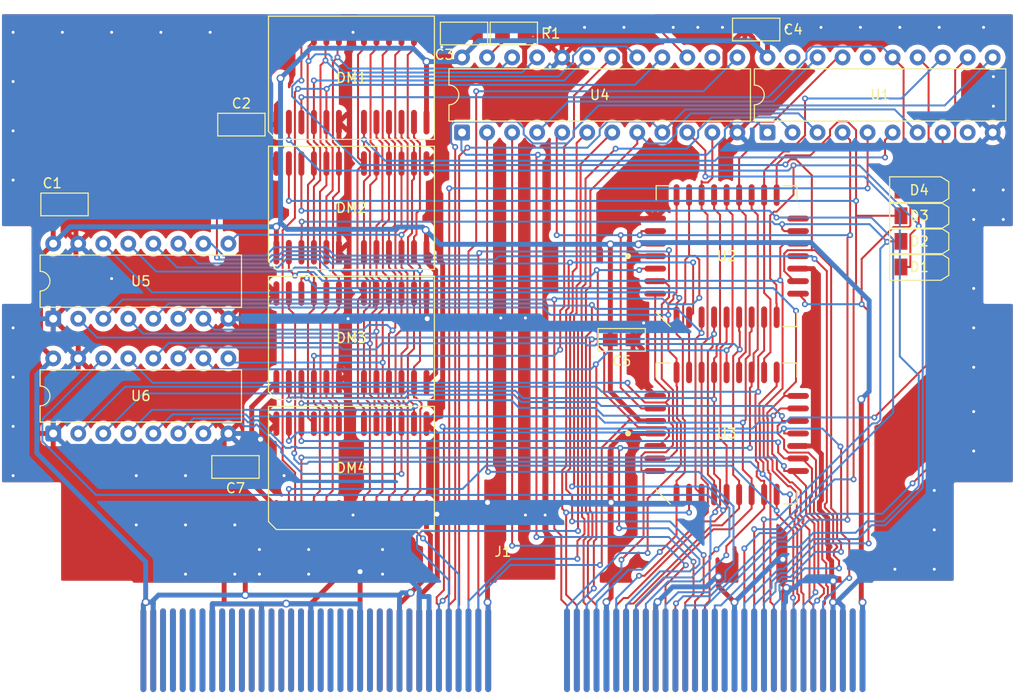
<source format=kicad_pcb>
(kicad_pcb (version 20241229) (generator "pcbnew") (generator_version "9.0")
  (layers (0 "F.Cu" signal) (2 "B.Cu" signal) (13 "F.Paste" user) (15 "B.Paste" user) (5 "F.SilkS" user "F.Silkscreen") (7 "B.SilkS" user "B.Silkscreen") (1 "F.Mask" user) (3 "B.Mask" user) (25 "Edge.Cuts" user))
  (net 0 "")
  (net 1 "/~{AWR1}")
  (net 2 "/AA21")
  (net 3 "/GND")
  (net 4 "/DRAM.~{OE}")
  (net 5 "/U1.O18")
  (net 6 "/~{AWR0}")
  (net 7 "/VCC")
  (net 8 "/~{AWAIT}")
  (net 9 "/~{ATIM0}")
  (net 10 "/~{ARD}")
  (net 11 "/DRAM.1-2.~{WE}")
  (net 12 "/AA18")
  (net 13 "/~{ACS0}")
  (net 14 "/DRAM.3-4.~{WE}")
  (net 15 "/AA4")
  (net 16 "/DRAM.~{RAS}")
  (net 17 "/DRAM.A8")
  (net 18 "/AA19")
  (net 19 "/DRAM.~{CAS}")
  (net 21 "Net-(U4-O0{slash}LR)")
  (net 22 "/DRAM.A9")
  (net 24 "/AA25")
  (net 25 "/AD6")
  (net 26 "/EEPROM.~{OE}")
  (net 28 "/EEPROM.~{CE}")
  (net 29 "/AA23")
  (net 30 "/AA24")
  (net 31 "/AA20")
  (net 32 "/~{ACS2}")
  (net 34 "/AD7")
  (net 35 "/AA22")
  (net 36 "/DRAM.A0")
  (net 37 "/AA12")
  (net 38 "/AA13")
  (net 39 "/AA17")
  (net 40 "/DRAM.A3")
  (net 41 "/AA5")
  (net 42 "/DRAM.A1")
  (net 43 "/AA8")
  (net 44 "/AA14")
  (net 45 "/AA15")
  (net 46 "/AA16")
  (net 47 "/DRAM.A2")
  (net 48 "/DRAM.A7")
  (net 49 "/DRAM.A5")
  (net 50 "/DRAM.A4")
  (net 51 "/AA0")
  (net 52 "/AA11")
  (net 53 "/AA10")
  (net 54 "/AA3")
  (net 55 "/AA7")
  (net 56 "/AA2")
  (net 57 "/AA9")
  (net 58 "/AA6")
  (net 59 "/DRAM.A6")
  (net 60 "/AD0")
  (net 61 "/AD2")
  (net 62 "/AD3")
  (net 63 "/AD4")
  (net 64 "/AD1")
  (net 65 "/AD5")
  (net 66 "/AD11")
  (net 67 "/AD13")
  (net 68 "/AD8")
  (net 69 "/AD12")
  (net 70 "/AD10")
  (net 71 "/AD15")
  (net 72 "/AD9")
  (net 73 "/AD14")
  (net 111 "/~{AFC0}")
  (footprint "!Sega Saturn:SMD" (layer "F.Cu") (at 125.07 109.12)
    (property "Reference" "C7")
    (property "Value" "DNP")
  )
  (footprint "!Sega Saturn:Diode" (layer "F.Cu") (at 194.47 88.82)
    (property "Reference" "D1")
    (property "Value" "D_Filled")
  )
  (footprint "!Sega Saturn:DRAM" (layer "F.Cu") (at 136.84 96.02)
    (property "Reference" "DM3")
    (property "Value" "~")
  )
  (footprint "Package_DIP:DIP-24_W7.62mm" (layer "F.Cu") (at 148.07 75.17 90)
    (property "Reference" "U4")
    (property "Value" "PAL24")
  )
  (footprint "!Sega Saturn:Diode" (layer "F.Cu") (at 194.47 81.02)
    (property "Reference" "D4")
    (property "Value" "D_Filled")
  )
  (footprint "!Sega Saturn:SMD" (layer "F.Cu") (at 125.67 74.37)
    (property "Reference" "C2")
    (property "Value" "100 nF")
  )
  (footprint "!Sega Saturn:PLCC-32" (layer "F.Cu") (at 174.92 105.72)
    (property "Reference" "U3")
    (property "Value" "SST 29LE020")
  )
  (footprint "!Sega Saturn:DRAM" (layer "F.Cu") (at 136.84 109.22)
    (property "Reference" "DM4")
    (property "Value" "~")
  )
  (footprint "!Sega Saturn:SMD" (layer "F.Cu") (at 107.72 82.47)
    (property "Reference" "C1")
    (property "Value" "100 nF")
  )
  (footprint "!Sega Saturn:SMD" (layer "F.Cu") (at 153.32 65.12)
    (property "Reference" "R1")
    (property "Value" "470 Ohm")
  )
  (footprint "Package_DIP:DIP-16_W7.62mm" (layer "F.Cu") (at 106.57 94.07 90)
    (property "Reference" "U5")
    (property "Value" "74HC157")
  )
  (footprint "!Sega Saturn:Diode" (layer "F.Cu") (at 194.47 83.62)
    (property "Reference" "D3")
    (property "Value" "D_Filled")
  )
  (footprint "!Sega Saturn:DRAM" (layer "F.Cu") (at 136.84 82.82)
    (property "Reference" "DM2")
    (property "Value" "~")
  )
  (footprint "!Sega Saturn:SMD" (layer "F.Cu") (at 164.27 96.22)
    (property "Reference" "C5")
    (property "Value" "100 nF")
  )
  (footprint "!Sega Saturn:DRAM" (layer "F.Cu") (at 136.84 69.62)
    (property "Reference" "DM1")
    (property "Value" "~")
  )
  (footprint "!Sega Saturn:PLCC-32" (layer "F.Cu") (at 174.92 87.72)
    (property "Reference" "U2")
    (property "Value" "SST 29LE020")
  )
  (footprint "!Sega Saturn:Edge Connecto5" (layer "F.Cu") (at 152.22 127.72)
    (property "Reference" "J1")
    (property "Value" "~")
  )
  (footprint "Package_DIP:DIP-16_W7.62mm" (layer "F.Cu") (at 106.57 105.72 90)
    (property "Reference" "U6")
    (property "Value" "75HC157")
  )
  (footprint "!Sega Saturn:SMD" (layer "F.Cu") (at 177.92 64.72)
    (property "Reference" "C4")
    (property "Value" "100 nF")
  )
  (footprint "!Sega Saturn:Diode" (layer "F.Cu") (at 194.47 86.22)
    (property "Reference" "D2")
    (property "Value" "D_Filled")
  )
  (footprint "Package_DIP:DIP-20_W7.62mm" (layer "F.Cu") (at 179.07 75.17 90)
    (property "Reference" "U1")
    (property "Value" "PAL20")
  )
  (footprint "!Sega Saturn:SMD" (layer "F.Cu") (at 148.27 65.12)
    (property "Reference" "C3")
    (property "Value" "100 nF")
  )
  (gr_line (start 101.17 92.37) (end 104.17 92.37) (stroke (width 0.002)) (layer "Edge.Cuts"))
  (gr_line (start 114.47 132.77) (end 114.47 120.87) (stroke (width 0.002)) (layer "Edge.Cuts"))
  (gr_line (start 204.17 84.87) (end 204.17 62.97) (stroke (width 0.002)) (layer "Edge.Cuts"))
  (gr_line (start 157.77 132.77) (end 157.77 120.77) (stroke (width 0.002)) (layer "Edge.Cuts"))
  (gr_line (start 104.17 84.87) (end 104.17 92.37) (stroke (width 0.002)) (layer "Edge.Cuts"))
  (gr_line (start 101.17 84.87) (end 104.17 84.87) (stroke (width 0.002)) (layer "Edge.Cuts"))
  (gr_line (start 189.97 132.77) (end 189.97 120.87) (stroke (width 0.002)) (layer "Edge.Cuts"))
  (gr_line (start 107.17 120.87) (end 107.17 110.87) (stroke (width 0.002)) (layer "Edge.Cuts"))
  (gr_line (start 198.17 120.87) (end 198.17 110.87) (stroke (width 0.002)) (layer "Edge.Cuts"))
  (gr_line (start 101.17 92.37) (end 101.17 110.87) (stroke (width 0.002)) (layer "Edge.Cuts"))
  (gr_line (start 201.17 84.87) (end 201.17 92.37) (stroke (width 0.002)) (layer "Edge.Cuts"))
  (gr_line (start 198.17 120.87) (end 189.97 120.87) (stroke (width 0.002)) (layer "Edge.Cuts"))
  (gr_line (start 107.17 120.87) (end 114.47 120.87) (stroke (width 0.002)) (layer "Edge.Cuts"))
  (gr_line (start 101.17 110.87) (end 107.17 110.87) (stroke (width 0.002)) (layer "Edge.Cuts"))
  (gr_line (start 151.77 120.77) (end 157.77 120.77) (stroke (width 0.002)) (layer "Edge.Cuts"))
  (gr_line (start 101.17 84.87) (end 101.17 62.97) (stroke (width 0.002)) (layer "Edge.Cuts"))
  (gr_line (start 204.17 92.37) (end 204.17 110.87) (stroke (width 0.002)) (layer "Edge.Cuts"))
  (gr_line (start 151.77 132.77) (end 114.47 132.77) (stroke (width 0.002)) (layer "Edge.Cuts"))
  (gr_line (start 204.17 84.87) (end 201.17 84.87) (stroke (width 0.002)) (layer "Edge.Cuts"))
  (gr_line (start 101.17 62.97) (end 204.17 62.97) (stroke (width 0.002)) (layer "Edge.Cuts"))
  (gr_line (start 204.17 110.87) (end 198.17 110.87) (stroke (width 0.002)) (layer "Edge.Cuts"))
  (gr_line (start 204.17 92.37) (end 201.17 92.37) (stroke (width 0.002)) (layer "Edge.Cuts"))
  (gr_line (start 189.97 132.77) (end 157.77 132.77) (stroke (width 0.002)) (layer "Edge.Cuts"))
  (gr_line (start 151.77 132.77) (end 151.77 120.77) (stroke (width 0.002)) (layer "Edge.Cuts"))
  (segment (start 167.67 103.18) (end 166.2683 103.18) (width 0.2) (layer "F.Cu") (net 1))
  (segment (start 167.6222 85.18) (end 166.2683 85.18) (width 0.2) (layer "F.Cu") (net 1))
  (segment (start 158.23 75.17) (end 157.6791 75.7209) (width 0.2) (layer "F.Cu") (net 1))
  (segment (start 187.1873 85.8627) (end 187.1873 114.4749) (width 0.2) (layer "F.Cu") (net 1))
  (segment (start 157.6791 75.7209) (end 157.6791 85.5918) (width 0.2) (layer "F.Cu") (net 1))
  (segment (start 187.4582 75.9382) (end 187.4582 85.5918) (width 0.2) (layer "F.Cu") (net 1))
  (segment (start 166.2683 85.18) (end 166.2683 85.426) (width 0.2) (layer "F.Cu") (net 1))
  (segment (start 166.2683 103.18) (end 164.1717 101.0834) (width 0.2) (layer "F.Cu") (net 1))
  (segment (start 167.6222 85.18) (end 167.67 85.18) (width 0.2) (layer "F.Cu") (net 1))
  (segment (start 187.4582 85.5918) (end 187.1873 85.8627) (width 0.2) (layer "F.Cu") (net 1))
  (segment (start 164.1717 101.0834) (end 164.1717 85.5918) (width 0.2) (layer "F.Cu") (net 1))
  (segment (start 186.69 75.17) (end 187.4582 75.9382) (width 0.2) (layer "F.Cu") (net 1))
  (segment (start 166.2683 85.426) (end 166.1041 85.5902) (width 0.2) (layer "F.Cu") (net 1))
  (via (at 157.6791 85.5918) (size 0.6) (drill 0.3) (layers "F.Cu" "B.Cu") (net 1))
  (via (at 187.4582 85.5918) (size 0.6) (drill 0.3) (layers "F.Cu" "B.Cu") (net 1))
  (via (at 187.1873 114.4749) (size 0.6) (drill 0.3) (layers "F.Cu" "B.Cu") (net 1))
  (via (at 166.1041 85.5902) (size 0.6) (drill 0.3) (layers "F.Cu" "B.Cu") (net 1))
  (via (at 164.1717 85.5918) (size 0.6) (drill 0.3) (layers "F.Cu" "B.Cu") (net 1))
  (segment (start 166.1041 85.5918) (end 166.1041 85.5902) (width 0.2) (layer "B.Cu") (net 1))
  (segment (start 174.2918 121.7628) (end 174.7162 121.7628) (width 0.2) (layer "B.Cu") (net 1))
  (segment (start 170.72 127.72) (end 170.72 123.1683) (width 0.2) (layer "B.Cu") (net 1))
  (segment (start 174.7162 121.7628) (end 179.7906 116.6884) (width 0.2) (layer "B.Cu") (net 1))
  (segment (start 187.4582 85.5918) (end 166.1041 85.5918) (width 0.2) (layer "B.Cu") (net 1))
  (segment (start 164.1717 85.5918) (end 166.1041 85.5918) (width 0.2) (layer "B.Cu") (net 1))
  (segment (start 170.72 123.1683) (end 172.8863 123.1683) (width 0.2) (layer "B.Cu") (net 1))
  (segment (start 179.7906 116.6884) (end 181.094 116.6884) (width 0.2) (layer "B.Cu") (net 1))
  (segment (start 164.1717 85.5918) (end 157.6791 85.5918) (width 0.2) (layer "B.Cu") (net 1))
  (segment (start 183.3075 114.4749) (end 187.1873 114.4749) (width 0.2) (layer "B.Cu") (net 1))
  (segment (start 181.094 116.6884) (end 183.3075 114.4749) (width 0.2) (layer "B.Cu") (net 1))
  (segment (start 172.8863 123.1683) (end 174.2918 121.7628) (width 0.2) (layer "B.Cu") (net 1))
  (segment (start 147.72 123.1683) (end 147.7733 123.115) (width 0.2) (layer "F.Cu") (net 2))
  (segment (start 147.7733 123.115) (end 147.7733 77.5472) (width 0.2) (layer "F.Cu") (net 2))
  (segment (start 147.7733 77.5472) (end 148.6097 76.7108) (width 0.2) (layer "F.Cu") (net 2))
  (segment (start 147.72 127.72) (end 147.72 123.1683) (width 0.2) (layer "F.Cu") (net 2))
  (via (at 148.6097 76.7108) (size 0.6) (drill 0.3) (layers "F.Cu" "B.Cu") (net 2))
  (segment (start 162.04 75.4645) (end 160.7937 76.7108) (width 0.2) (layer "B.Cu") (net 2))
  (segment (start 167.2597 74.0397) (end 162.8576 74.0397) (width 0.2) (layer "B.Cu") (net 2))
  (segment (start 168.39 75.17) (end 170.7318 72.8282) (width 0.2) (layer "B.Cu") (net 2))
  (segment (start 160.7937 76.7108) (end 148.6097 76.7108) (width 0.2) (layer "B.Cu") (net 2))
  (segment (start 162.04 74.8573) (end 162.04 75.4645) (width 0.2) (layer "B.Cu") (net 2))
  (segment (start 191.9682 72.8282) (end 194.31 75.17) (width 0.2) (layer "B.Cu") (net 2))
  (segment (start 162.8576 74.0397) (end 162.04 74.8573) (width 0.2) (layer "B.Cu") (net 2))
  (segment (start 170.7318 72.8282) (end 191.9682 72.8282) (width 0.2) (layer "B.Cu") (net 2))
  (segment (start 168.39 75.17) (end 167.2597 74.0397) (width 0.2) (layer "B.Cu") (net 2))
  (segment (start 145.7365 88.1015) (end 146.0994 88.4644) (width 0.5) (layer "F.Cu") (net 3))
  (segment (start 123.92 122.996) (end 122.7423 122.996) (width 0.5) (layer "F.Cu") (net 3))
  (segment (start 184.3385 112.6783) (end 184.54 112.4768) (width 0.5) (layer "F.Cu") (net 3))
  (segment (start 150.6556 122.8529) (end 150.6556 112.7201) (width 0.5) (layer "F.Cu") (net 3))
  (segment (start 124.52 74.37) (end 124.52 75.4717) (width 0.5) (layer "F.Cu") (net 3))
  (segment (start 129.22 68.5683) (end 124.52 73.2683) (width 0.5) (layer "F.Cu") (net 3))
  (segment (start 125.6551 94.07) (end 125.6551 91.52) (width 0.5) (layer "F.Cu") (net 3))
  (segment (start 162.72 127.72) (end 162.72 123.0183) (width 0.5) (layer "F.Cu") (net 3))
  (segment (start 122.72 127.72) (end 122.72 123.0183) (width 0.5) (layer "F.Cu") (net 3))
  (segment (start 129.22 78.32) (end 125.6551 78.32) (width 0.5) (layer "F.Cu") (net 3))
  (segment (start 106.57 105.72) (end 109.11 103.18) (width 0.5) (layer "F.Cu") (net 3))
  (segment (start 185.1812 116.995) (end 185.1812 114.3106) (width 0.5) (layer "F.Cu") (net 3))
  (segment (start 129.22 65.12) (end 129.22 68.5683) (width 0.5) (layer "F.Cu") (net 3))
  (segment (start 153.7199 68.8178) (end 154.42 68.1177) (width 0.5) (layer "F.Cu") (net 3))
  (segment (start 130.1941 123.0183) (end 130.22 122.9924) (width 0.5) (layer "F.Cu") (net 3))
  (segment (start 170.4221 73.9069) (end 174.7469 73.9069) (width 0.5) (layer "F.Cu") (net 3))
  (segment (start 185.733 120.6857) (end 185.5829 120.5356) (width 0.5) (layer "F.Cu") (net 3))
  (segment (start 124.52 74.37) (end 124.52 73.2683) (width 0.5) (layer "F.Cu") (net 3))
  (segment (start 183.7217 88.99) (end 183.7217 106.99) (width 0.5) (layer "F.Cu") (net 3))
  (segment (start 165.0713 84.957) (end 165.0713 86.8522) (width 0.5) (layer "F.Cu") (net 3))
  (segment (start 132.72 122.9924) (end 130.22 122.9924) (width 0.5) (layer "F.Cu") (net 3))
  (segment (start 136.3512 81.7896) (end 136.3512 76.6029) (width 0.5) (layer "F.Cu") (net 3))
  (segment (start 185.5829 120.5356) (end 185.5829 118.6676) (width 0.5) (layer "F.Cu") (net 3))
  (segment (start 174.7469 67.0185) (end 175.9437 65.8217) (width 0.5) (layer "F.Cu") (net 3))
  (segment (start 166.1183 105.72) (end 164.531 105.72) (width 0.5) (layer "F.Cu") (net 3))
  (segment (start 150.72 123.0183) (end 150.6556 122.9539) (width 0.5) (layer "F.Cu") (net 3))
  (segment (start 136.3249 99.5732) (end 135.57 98.8183) (width 0.5) (layer "F.Cu") (net 3))
  (segment (start 175.72 122.8522) (end 174.093 121.2252) (width 0.5) (layer "F.Cu") (net 3))
  (segment (start 154.42 68.1177) (end 154.42 66.6698) (width 0.5) (layer "F.Cu") (net 3))
  (segment (start 157.3727 65.3819) (end 158.23 66.2392) (width 0.5) (layer "F.Cu") (net 3))
  (segment (start 135.57 82.5708) (end 136.3512 81.7896) (width 0.5) (layer "F.Cu") (net 3))
  (segment (start 167.67 78.7823) (end 167.67 83.91) (width 0.5) (layer "F.Cu") (net 3))
  (segment (start 123.92 122.996) (end 123.9423 123.0183) (width 0.5) (layer "F.Cu") (net 3))
  (segment (start 185.72 122.8481) (end 185.7481 122.82) (width 0.5) (layer "F.Cu") (net 3))
  (segment (start 185.5829 118.6676) (end 185.2536 118.3383) (width 0.5) (layer "F.Cu") (net 3))
  (segment (start 167.72 123.0168) (end 167.9183 122.8185) (width 0.5) (layer "F.Cu") (net 3))
  (segment (start 145.5148 113.9114) (end 145.5148 105.7748) (width 0.5) (layer "F.Cu") (net 3))
  (segment (start 135.57 87.32) (end 135.57 82.5708) (width 0.5) (layer "F.Cu") (net 3))
  (segment (start 186.72 123.27) (end 186.2981 122.8481) (width 0.5) (layer "F.Cu") (net 3))
  (segment (start 146.7875 68.8178) (end 153.7199 68.8178) (width 0.5) (layer "F.Cu") (net 3))
  (segment (start 122.7423 122.996) (end 122.72 123.0183) (width 0.5) (layer "F.Cu") (net 3))
  (segment (start 145.5148 105.7748) (end 144.46 104.72) (width 0.5) (layer "F.Cu") (net 3))
  (segment (start 184.4695 113.5989) (end 184.4695 113.5988) (width 0.5) (layer "F.Cu") (net 3))
  (segment (start 185.7481 120.7008) (end 185.733 120.6857) (width 0.5) (layer "F.Cu") (net 3))
  (segment (start 125.6551 94.07) (end 125.6551 104.4149) (width 0.5) (layer "F.Cu") (net 3))
  (segment (start 123.9423 123.0183) (end 127.72 123.0183) (width 0.5) (layer "F.Cu") (net 3))
  (segment (start 186.72 127.72) (end 186.72 123.27) (width 0.5) (layer "F.Cu") (net 3))
  (segment (start 125.6551 104.4149) (end 124.35 105.72) (width 0.5) (layer "F.Cu") (net 3))
  (segment (start 144.46 78.32) (end 145.7365 79.5965) (width 0.5) (layer "F.Cu") (net 3))
  (segment (start 184.3385 113.4678) (end 184.3385 112.6783) (width 0.5) (layer "F.Cu") (net 3))
  (segment (start 185.4114 117.2252) (end 185.1812 116.995) (width 0.5) (layer "F.Cu") (net 3))
  (segment (start 166.1183 87.72) (end 165.2364 88.6019) (width 0.5) (layer "F.Cu") (net 3))
  (segment (start 108.87 91.77) (end 106.57 94.07) (width 0.5) (layer "F.Cu") (net 3))
  (segment (start 170.4221 73.9069) (end 169.66 74.669) (width 0.5) (layer "F.Cu") (net 3))
  (segment (start 145.556 113.9526) (end 145.5148 113.9114) (width 0.5) (layer "F.Cu") (net 3))
  (segment (start 165.9391 87.72) (end 166.1183 87.72) (width 0.5) (layer "F.Cu") (net 3))
  (segment (start 158.23 66.2392) (end 163.8006 66.2392) (width 0.5) (layer "F.Cu") (net 3))
  (segment (start 169.66 76.7923) (end 167.67 78.7823) (width 0.5) (layer "F.Cu") (net 3))
  (segment (start 127.72 127.72) (end 127.72 123.0183) (width 0.5) (layer "F.Cu") (net 3))
  (segment (start 146.7875 68.8178) (end 146.7875 65.12) (width 0.5) (layer "F.Cu") (net 3))
  (segment (start 136.8438 118.8686) (end 137.72 119.7448) (width 0.5) (layer "F.Cu") (net 3))
  (segment (start 175.9437 65.8217) (end 176.77 65.8217) (width 0.5) (layer "F.Cu") (net 3))
  (segment (start 174.093 121.2252) (end 174.093 120.2577) (width 0.5) (layer "F.Cu") (net 3))
  (segment (start 164.58 67.0186) (end 164.58 68.0648) (width 0.5) (layer "F.Cu") (net 3))
  (segment (start 184.54 112.4768) (end 184.54 107.8083) (width 0.5) (layer "F.Cu") (net 3))
  (segment (start 143.72 122.2317) (end 145.556 120.3957) (width 0.5) (layer "F.Cu") (net 3))
  (segment (start 108.87 85.88) (end 108.87 91.77) (width 0.5) (layer "F.Cu") (net 3))
  (segment (start 146.7875 75.9925) (end 146.7875 68.8178) (width 0.5) (layer "F.Cu") (net 3))
  (segment (start 143.72 127.72) (end 143.72 122.2317) (width 0.5) (layer "F.Cu") (net 3))
  (segment (start 125.6551 91.52) (end 125.6551 78.32) (width 0.5) (layer "F.Cu") (net 3))
  (segment (start 146.7875 65.12) (end 147.12 65.12) (width 0.5) (layer "F.Cu") (net 3))
  (segment (start 164.531 105.72) (end 163.1986 107.0524) (width 0.5) (layer "F.Cu") (net 3))
  (segment (start 123.92 122.996) (end 123.92 110.2217) (width 0.5) (layer "F.Cu") (net 3))
  (segment (start 185.2536 118.3383) (end 185.2536 117.3831) (width 0.5) (layer "F.Cu") (net 3))
  (segment (start 166.1183 83.91) (end 165.0713 84.957) (width 0.5) (layer "F.Cu") (net 3))
  (segment (start 132.72 127.72) (end 132.72 123.0183) (width 0.5) (layer "F.Cu") (net 3))
  (segment (start 106.57 94.07) (end 109.11 96.61) (width 0.5) (layer "F.Cu") (net 3))
  (segment (start 144.46 78.32) (end 146.7875 75.9925) (width 0.5) (layer "F.Cu") (net 3))
  (segment (start 164.58 68.0648) (end 170.4221 73.9069) (width 0.5) (layer "F.Cu") (net 3))
  (segment (start 144.46 94.0002) (end 144.5298 94.07) (width 0.5) (layer "F.Cu") (net 3))
  (segment (start 129.22 104.72) (end 127.6306 106.3094) (width 0.5) (layer "F.Cu") (net 3))
  (segment (start 150.6556 122.9539) (end 150.6556 122.8529) (width 0.5) (layer "F.Cu") (net 3))
  (segment (start 167.72 127.72) (end 167.72 123.0168) (width 0.5) (layer "F.Cu") (net 3))
  (segment (start 165.42 99.66) (end 167.67 101.91) (width 0.5) (layer "F.Cu") (net 3))
  (segment (start 135.57 87.32) (end 136.3312 88.0812) (width 0.5) (layer "F.Cu") (net 3))
  (segment (start 108.87 82.47) (end 108.87 85.88) (width 0.5) (layer "F.Cu") (net 3))
  (segment (start 145.556 120.3957) (end 145.556 113.9526) (width 0.5) (layer "F.Cu") (net 3))
  (segment (start 125.6551 76.6068) (end 124.52 75.4717) (width 0.5) (layer "F.Cu") (net 3))
  (segment (start 176.77 64.72) (end 176.77 65.8217) (width 0.5) (layer "F.Cu") (net 3))
  (segment (start 165.42 95.6691) (end 165.42 95.1183) (width 0.5) (layer "F.Cu") (net 3))
  (segment (start 185.7481 122.82) (end 185.7481 120.7008) (width 0.5) (layer "F.Cu") (net 3))
  (segment (start 165.2364 88.6019) (end 165.2364 94.9347) (width 0.5) (layer "F.Cu") (net 3))
  (segment (start 136.3312 88.0812) (end 136.3312 98.0571) (width 0.5) (layer "F.Cu") (net 3))
  (segment (start 145.7365 79.5965) (end 145.7365 88.1015) (width 0.5) (layer "F.Cu") (net 3))
  (segment (start 136.8438 118.8686) (end 132.72 122.9924) (width 0.5) (layer "F.Cu") (net 3))
  (segment (start 185.4114 117.2253) (end 185.4114 117.2252) (width 0.5) (layer "F.Cu") (net 3))
  (segment (start 135.57 113.72) (end 135.57 117.5948) (width 0.5) (layer "F.Cu") (net 3))
  (segment (start 167.67 105.72) (end 166.1183 105.72) (width 0.5) (layer "F.Cu") (net 3))
  (segment (start 158.23 66.2392) (end 158.23 67.55) (width 0.5) (layer "F.Cu") (net 3))
  (segment (start 180.6262 118.4913) (end 180.6262 121.0287) (width 0.5) (layer "F.Cu") (net 3))
  (segment (start 135.57 100.52) (end 135.57 98.8183) (width 0.5) (layer "F.Cu") (net 3))
  (segment (start 144.46 65.12) (end 146.7875 65.12) (width 0.5) (layer "F.Cu") (net 3))
  (segment (start 109.11 103.18) (end 109.11 98.1) (width 0.5) (layer "F.Cu") (net 3))
  (segment (start 135.57 113.72) (end 136.3249 112.9651) (width 0.5) (layer "F.Cu") (net 3))
  (segment (start 180.6262 121.0287) (end 180.9883 121.3908) (width 0.5) (layer "F.Cu") (net 3))
  (segment (start 184.54 107.8083) (end 183.7217 106.99) (width 0.5) (layer "F.Cu") (net 3))
  (segment (start 180.9883 121.3908) (end 180.72 121.6591) (width 0.5) (layer "F.Cu") (net 3))
  (segment (start 155.7079 65.3819) (end 157.3727 65.3819) (width 0.5) (layer "F.Cu") (net 3))
  (segment (start 137.72 127.72) (end 137.72 119.7448) (width 0.5) (layer "F.Cu") (net 3))
  (segment (start 183.5459 106.99) (end 183.7217 106.99) (width 0.5) (layer "F.Cu") (net 3))
  (segment (start 165.42 96.22) (end 165.42 99.66) (width 0.5) (layer "F.Cu") (net 3))
  (segment (start 127.72 123.0183) (end 130.1941 123.0183) (width 0.5) (layer "F.Cu") (net 3))
  (segment (start 123.92 106.15) (end 124.35 105.72) (width 0.5) (layer "F.Cu") (net 3))
  (segment (start 169.66 74.669) (end 169.66 76.7923) (width 0.5) (layer "F.Cu") (net 3))
  (segment (start 174.7469 73.9069) (end 176.01 75.17) (width 0.5) (layer "F.Cu") (net 3))
  (segment (start 136.3512 76.6029) (end 135.57 75.8217) (width 0.5) (layer "F.Cu") (net 3))
  (segment (start 135.57 74.12) (end 135.57 75.8217) (width 0.5) (layer "F.Cu") (net 3))
  (segment (start 108.87 86.21) (end 109.11 86.45) (width 0.5) (layer "F.Cu") (net 3))
  (segment (start 185.1812 114.3106) (end 184.4695 113.5989) (width 0.5) (layer "F.Cu") (net 3))
  (segment (start 150.72 127.72) (end 150.72 123.0183) (width 0.5) (layer "F.Cu") (net 3))
  (segment (start 174.7469 73.9069) (end 174.7469 67.0185) (width 0.5) (layer "F.Cu") (net 3))
  (segment (start 155.7079 65.3819) (end 155.6717 65.3457) (width 0.5) (layer "F.Cu") (net 3))
  (segment (start 144.46 91.52) (end 144.46 94.0002) (width 0.5) (layer "F.Cu") (net 3))
  (segment (start 175.72 122.8522) (end 175.72 123.0183) (width 0.5) (layer "F.Cu") (net 3))
  (segment (start 182.17 106.99) (end 183.5459 106.99) (width 0.5) (layer "F.Cu") (net 3))
  (segment (start 154.47 65.12) (end 155.6717 65.12) (width 0.5) (layer "F.Cu") (net 3))
  (segment (start 136.3249 112.9651) (end 136.3249 99.5732) (width 0.5) (layer "F.Cu") (net 3))
  (segment (start 109.11 96.61) (end 109.11 98.1) (width 0.5) (layer "F.Cu") (net 3))
  (segment (start 136.3312 98.0571) (end 135.57 98.8183) (width 0.5) (layer "F.Cu") (net 3))
  (segment (start 185.72 127.72) (end 185.72 122.8481) (width 0.5) (layer "F.Cu") (net 3))
  (segment (start 163.1986 122.3537) (end 162.72 122.8323) (width 0.5) (layer "F.Cu") (net 3))
  (segment (start 124.35 94.07) (end 125.6551 94.07) (width 0.5) (layer "F.Cu") (net 3))
  (segment (start 123.92 109.12) (end 123.92 106.15) (width 0.5) (layer "F.Cu") (net 3))
  (segment (start 182.17 88.99) (end 183.7217 88.99) (width 0.5) (layer "F.Cu") (net 3))
  (segment (start 185.2536 117.3831) (end 185.4114 117.2253) (width 0.5) (layer "F.Cu") (net 3))
  (segment (start 146.0994 88.4644) (end 146.0994 103.0806) (width 0.5) (layer "F.Cu") (net 3))
  (segment (start 167.67 83.91) (end 166.1183 83.91) (width 0.5) (layer "F.Cu") (net 3))
  (segment (start 180.72 121.6591) (end 180.72 127.72) (width 0.5) (layer "F.Cu") (net 3))
  (segment (start 125.6551 78.32) (end 125.6551 76.6068) (width 0.5) (layer "F.Cu") (net 3))
  (segment (start 186.2981 122.8481) (end 185.72 122.8481) (width 0.5) (layer "F.Cu") (net 3))
  (segment (start 163.8006 66.2392) (end 164.58 67.0186) (width 0.5) (layer "F.Cu") (net 3))
  (segment (start 162.72 122.8323) (end 162.72 123.0183) (width 0.5) (layer "F.Cu") (net 3))
  (segment (start 163.1986 107.0524) (end 163.1986 112.7201) (width 0.5) (layer "F.Cu") (net 3))
  (segment (start 165.2364 94.9347) (end 165.42 95.1183) (width 0.5) (layer "F.Cu") (net 3))
  (segment (start 165.42 95.6691) (end 165.42 96.22) (width 0.5) (layer "F.Cu") (net 3))
  (segment (start 108.87 85.88) (end 108.87 86.21) (width 0.5) (layer "F.Cu") (net 3))
  (segment (start 155.6717 65.3457) (end 155.6717 65.12) (width 0.5) (layer "F.Cu") (net 3))
  (segment (start 123.92 109.12) (end 123.92 110.2217) (width 0.5) (layer "F.Cu") (net 3))
  (segment (start 154.42 66.6698) (end 155.7079 65.3819) (width 0.5) (layer "F.Cu") (net 3))
  (segment (start 165.0713 86.8522) (end 165.9391 87.72) (width 0.5) (layer "F.Cu") (net 3))
  (segment (start 175.72 127.72) (end 175.72 123.0183) (width 0.5) (layer "F.Cu") (net 3))
  (segment (start 163.1986 112.7201) (end 163.1986 122.3537) (width 0.5) (layer "F.Cu") (net 3))
  (segment (start 125.6551 91.52) (end 129.22 91.52) (width 0.5) (layer "F.Cu") (net 3))
  (segment (start 127.6306 106.3094) (end 127.609 106.3094) (width 0.5) (layer "F.Cu") (net 3))
  (segment (start 184.4695 113.5988) (end 184.3385 113.4678) (width 0.5) (layer "F.Cu") (net 3))
  (segment (start 167.67 87.72) (end 166.1183 87.72) (width 0.5) (layer "F.Cu") (net 3))
  (segment (start 146.0994 103.0806) (end 144.46 104.72) (width 0.5) (layer "F.Cu") (net 3))
  (segment (start 135.57 117.5948) (end 136.8438 118.8686) (width 0.5) (layer "F.Cu") (net 3))
  (segment (start 132.72 122.9924) (end 132.72 123.0183) (width 0.5) (layer "F.Cu") (net 3))
  (via (at 132.5 120) (size 0.6) (drill 0.3) (layers "F.Cu" "B.Cu") (net 3))
  (via (at 136.5 94.07) (size 0.6) (drill 0.3) (layers "F.Cu" "B.Cu") (net 3))
  (via (at 181 64.5) (size 0.6) (drill 0.3) (layers "F.Cu" "B.Cu") (net 3))
  (via (at 132.5 117.5) (size 0.6) (drill 0.3) (layers "F.Cu" "B.Cu") (net 3))
  (via (at 107.5 65) (size 0.6) (drill 0.3) (layers "F.Cu" "B.Cu") (net 3))
  (via (at 202 69.5) (size 0.6) (drill 0.3) (layers "F.Cu" "B.Cu") (net 3))
  (via (at 172 64.5) (size 0.6) (drill 0.3) (layers "F.Cu" "B.Cu") (net 3))
  (via (at 130.22 122.9924) (size 0.8) (drill 0.5) (layers "F.Cu" "B.Cu") (net 3))
  (via (at 174.5 64.5) (size 0.6) (drill 0.3) (layers "F.Cu" "B.Cu") (net 3))
  (via (at 196 115.5) (size 0.6) (drill 0.3) (layers "F.Cu" "B.Cu") (net 3))
  (via (at 192 119.5) (size 0.6) (drill 0.3) (layers "F.Cu" "B.Cu") (net 3))
  (via (at 102.5 95) (size 0.6) (drill 0.3) (layers "F.Cu" "B.Cu") (net 3))
  (via (at 102.5 110) (size 0.6) (drill 0.3) (layers "F.Cu" "B.Cu") (net 3))
  (via (at 203 81) (size 0.6) (drill 0.3) (layers "F.Cu" "B.Cu") (net 3))
  (via (at 150.6556 112.7201) (size 0.8) (drill 0.5) (layers "F.Cu" "B.Cu") (net 3))
  (via (at 180.6262 118.4913) (size 0.8) (drill 0.5) (layers "F.Cu" "B.Cu") (net 3))
  (via (at 137 65) (size 0.6) (drill 0.3) (layers "F.Cu" "B.Cu") (net 3))
  (via (at 200 84) (size 0.6) (drill 0.3) (layers "F.Cu" "B.Cu") (net 3))
  (via (at 196 111.5) (size 0.6) (drill 0.3) (layers "F.Cu" "B.Cu") (net 3))
  (via (at 160.5 64.5) (size 0.6) (drill 0.3) (layers "F.Cu" "B.Cu") (net 3))
  (via (at 185.733 120.6857) (size 0.8) (drill 0.5) (layers "F.Cu" "B.Cu") (net 3))
  (via (at 102.5 65) (size 0.6) (drill 0.3) (layers "F.Cu" "B.Cu") (net 3))
  (via (at 180.9883 121.3908) (size 0.8) (drill 0.5) (layers "F.Cu" "B.Cu") (net 3))
  (via (at 140 120) (size 0.6) (drill 0.3) (layers "F.Cu" "B.Cu") (net 3))
  (via (at 157 68.5) (size 0.6) (drill 0.3) (layers "F.Cu" "B.Cu") (net 3))
  (via (at 152 94) (size 0.6) (drill 0.3) (layers "F.Cu" "B.Cu") (net 3))
  (via (at 127.5 117.5) (size 0.6) (drill 0.3) (layers "F.Cu" "B.Cu") (net 3))
  (via (at 166.5 94.5) (size 0.6) (drill 0.3) (layers "F.Cu" "B.Cu") (net 3))
  (via (at 127.609 106.3094) (size 0.8) (drill 0.5) (layers "F.Cu" "B.Cu") (net 3))
  (via (at 125 115) (size 0.6) (drill 0.3) (layers "F.Cu" "B.Cu") (net 3))
  (via (at 192.5 64.5) (size 0.6) (drill 0.3) (layers "F.Cu" "B.Cu") (net 3))
  (via (at 115 115) (size 0.6) (drill 0.3) (layers "F.Cu" "B.Cu") (net 3))
  (via (at 156.5 114) (size 0.6) (drill 0.3) (layers "F.Cu" "B.Cu") (net 3))
  (via (at 112.5 65) (size 0.6) (drill 0.3) (layers "F.Cu" "B.Cu") (net 3))
  (via (at 169.5 64.5) (size 0.6) (drill 0.3) (layers "F.Cu" "B.Cu") (net 3))
  (via (at 200 95) (size 0.6) (drill 0.3) (layers "F.Cu" "B.Cu") (net 3))
  (via (at 157 64.5) (size 0.6) (drill 0.3) (layers "F.Cu" "B.Cu") (net 3))
  (via (at 200 99) (size 0.6) (drill 0.3) (layers "F.Cu" "B.Cu") (net 3))
  (via (at 125 120) (size 0.6) (drill 0.3) (layers "F.Cu" "B.Cu") (net 3))
  (via (at 137 114) (size 0.6) (drill 0.3) (layers "F.Cu" "B.Cu") (net 3))
  (via (at 130 110) (size 0.6) (drill 0.3) (layers "F.Cu" "B.Cu") (net 3))
  (via (at 102.5 105) (size 0.6) (drill 0.3) (layers "F.Cu" "B.Cu") (net 3))
  (via (at 140 117.5) (size 0.6) (drill 0.3) (layers "F.Cu" "B.Cu") (net 3))
  (via (at 145.5148 113.9114) (size 0.8) (drill 0.5) (layers "F.Cu" "B.Cu") (net 3))
  (via (at 203 84) (size 0.6) (drill 0.3) (layers "F.Cu" "B.Cu") (net 3))
  (via (at 200 103.5) (size 0.6) (drill 0.3) (layers "F.Cu" "B.Cu") (net 3))
  (via (at 196.5 64.5) (size 0.6) (drill 0.3) (layers "F.Cu" "B.Cu") (net 3))
  (via (at 102.5 80) (size 0.6) (drill 0.3) (layers "F.Cu" "B.Cu") (net 3))
  (via (at 185.72 122.8481) (size 0.8) (drill 0.5) (layers "F.Cu" "B.Cu") (net 3))
  (via (at 201 64.5) (size 0.6) (drill 0.3) (layers "F.Cu" "B.Cu") (net 3))
  (via (at 200 81) (size 0.6) (drill 0.3) (layers "F.Cu" "B.Cu") (net 3))
  (via (at 175.72 122.8522) (size 0.8) (drill 0.5) (layers "F.Cu" "B.Cu") (net 3))
  (via (at 120 115) (size 0.6) (drill 0.3) (layers "F.Cu" "B.Cu") (net 3))
  (via (at 154.5 114) (size 0.6) (drill 0.3) (layers "F.Cu" "B.Cu") (net 3))
  (via (at 122.5 65) (size 0.6) (drill 0.3) (layers "F.Cu" "B.Cu") (net 3))
  (via (at 188.5 64.5) (size 0.6) (drill 0.3) (layers "F.Cu" "B.Cu") (net 3))
  (via (at 200 107.5) (size 0.6) (drill 0.3) (layers "F.Cu" "B.Cu") (net 3))
  (via (at 154.5 94) (size 0.6) (drill 0.3) (layers "F.Cu" "B.Cu") (net 3))
  (via (at 202 72.5) (size 0.6) (drill 0.3) (layers "F.Cu" "B.Cu") (net 3))
  (via (at 163.1986 112.7201) (size 0.8) (drill 0.5) (layers "F.Cu" "B.Cu") (net 3))
  (via (at 162.72 122.8323) (size 0.8) (drill 0.5) (layers "F.Cu" "B.Cu") (net 3))
  (via (at 196 119.5) (size 0.6) (drill 0.3) (layers "F.Cu" "B.Cu") (net 3))
  (via (at 164.5 64.5) (size 0.6) (drill 0.3) (layers "F.Cu" "B.Cu") (net 3))
  (via (at 200 91) (size 0.6) (drill 0.3) (layers "F.Cu" "B.Cu") (net 3))
  (via (at 167.9183 122.8185) (size 0.8) (drill 0.5) (layers "F.Cu" "B.Cu") (net 3))
  (via (at 127.5 120) (size 0.6) (drill 0.3) (layers "F.Cu" "B.Cu") (net 3))
  (via (at 120 110) (size 0.6) (drill 0.3) (layers "F.Cu" "B.Cu") (net 3))
  (via (at 102.5 70) (size 0.6) (drill 0.3) (layers "F.Cu" "B.Cu") (net 3))
  (via (at 120 120) (size 0.6) (drill 0.3) (layers "F.Cu" "B.Cu") (net 3))
  (via (at 115 110) (size 0.6) (drill 0.3) (layers "F.Cu" "B.Cu") (net 3))
  (via (at 137.72 119.7448) (size 0.8) (drill 0.5) (layers "F.Cu" "B.Cu") (net 3))
  (via (at 112.5 90) (size 0.6) (drill 0.3) (layers "F.Cu" "B.Cu") (net 3))
  (via (at 174.093 120.2577) (size 0.8) (drill 0.5) (layers "F.Cu" "B.Cu") (net 3))
  (via (at 146 66.5) (size 0.6) (drill 0.3) (layers "F.Cu" "B.Cu") (net 3))
  (via (at 102.5 75) (size 0.6) (drill 0.3) (layers "F.Cu" "B.Cu") (net 3))
  (via (at 150.6556 122.8529) (size 0.8) (drill 0.5) (layers "F.Cu" "B.Cu") (net 3))
  (via (at 184.5 64.5) (size 0.6) (drill 0.3) (layers "F.Cu" "B.Cu") (net 3))
  (via (at 102.5 100) (size 0.6) (drill 0.3) (layers "F.Cu" "B.Cu") (net 3))
  (via (at 117.5 65) (size 0.6) (drill 0.3) (layers "F.Cu" "B.Cu") (net 3))
  (via (at 144.5298 94.07) (size 0.8) (drill 0.5) (layers "F.Cu" "B.Cu") (net 3))
  (segment (start 195.3776 113.5476) (end 195.3776 76.4756) (width 0.5) (layer "B.Cu") (net 3))
  (segment (start 180.0809 118.4913) (end 180.6262 118.4913) (width 0.5) (layer "B.Cu") (net 3))
  (segment (start 127.7185 123.0183) (end 127.72 123.0198) (width 0.5) (layer "B.Cu") (net 3))
  (segment (start 175.72 127.72) (end 175.72 122.8522) (width 0.5) (layer "B.Cu") (net 3))
  (segment (start 124.35 105.72) (end 127.0196 105.72) (width 0.5) (layer "B.Cu") (net 3))
  (segment (start 150.72 122.9173) (end 150.6556 122.8529) (width 0.5) (layer "B.Cu") (net 3))
  (segment (start 180.72 127.72) (end 180.72 123.0183) (width 0.5) (layer "B.Cu") (net 3))
  (segment (start 177.3156 76.4756) (end 176.01 75.17) (width 0.5) (layer "B.Cu") (net 3))
  (segment (start 137.72 123.1941) (end 137.72 123.0198) (width 0.5) (layer "B.Cu") (net 3))
  (segment (start 144.72 122.27) (end 144.72 127.72) (width 0.5) (layer "B.Cu") (net 3))
  (segment (start 127.72 123.0198) (end 127.72 123.0183) (width 0.5) (layer "B.Cu") (net 3))
  (segment (start 195.3776 76.4756) (end 177.3156 76.4756) (width 0.5) (layer "B.Cu") (net 3))
  (segment (start 122.72 123.0183) (end 127.7185 123.0183) (width 0.5) (layer "B.Cu") (net 3))
  (segment (start 167.72 127.72) (end 167.72 123.0168) (width 0.5) (layer "B.Cu") (net 3))
  (segment (start 127.72 127.72) (end 127.72 123.1941) (width 0.5) (layer "B.Cu") (net 3))
  (segment (start 140.5153 118.3089) (end 143.72 121.5137) (width 0.5) (layer "B.Cu") (net 3))
  (segment (start 186.2981 122.8481) (end 186.72 123.27) (width 0.5) (layer "B.Cu") (net 3))
  (segment (start 173.8807 120.2577) (end 174.093 120.2577) (width 0.5) (layer "B.Cu") (net 3))
  (segment (start 143.72 121.5137) (end 143.72 127.72) (width 0.5) (layer "B.Cu") (net 3))
  (segment (start 130.22 123.0183) (end 127.72 123.0183) (width 0.5) (layer "B.Cu") (net 3))
  (segment (start 127.0196 105.72) (end 127.609 106.3094) (width 0.5) (layer "B.Cu") (net 3))
  (segment (start 122.72 127.72) (end 122.72 123.0183) (width 0.5) (layer "B.Cu") (net 3))
  (segment (start 137.72 123.0183) (end 132.72 123.0183) (width 0.5) (layer "B.Cu") (net 3))
  (segment (start 185.72 122.8481) (end 186.0771 122.8481) (width 0.5) (layer "B.Cu") (net 3))
  (segment (start 182.4985 120.6857) (end 181.7934 121.3908) (width 0.5) (layer "B.Cu") (net 3))
  (segment (start 172.8528 121.2856) (end 173.8807 120.2577) (width 0.5) (layer "B.Cu") (net 3))
  (segment (start 180.9019 122.0766) (end 180.9019 122.8364) (width 0.5) (layer "B.Cu") (net 3))
  (segment (start 185.72 127.72) (end 185.72 123.0183) (width 0.5) (layer "B.Cu") (net 3))
  (segment (start 132.72 123.0183) (end 130.22 123.0183) (width 0.5) (layer "B.Cu") (net 3))
  (segment (start 185.72 122.8481) (end 186.2981 122.8481) (width 0.5) (layer "B.Cu") (net 3))
  (segment (start 130.22 123.0183) (end 130.22 122.9924) (width 0.5) (layer "B.Cu") (net 3))
  (segment (start 180.9019 122.8364) (end 180.72 123.0183) (width 0.5) (layer "B.Cu") (net 3))
  (segment (start 127.72 123.1941) (end 127.72 123.0198) (width 0.5) (layer "B.Cu") (net 3))
  (segment (start 200.6244 76.4756) (end 195.3776 76.4756) (width 0.5) (layer "B.Cu") (net 3))
  (segment (start 186.72 123.27) (end 186.72 127.72) (width 0.5) (layer "B.Cu") (net 3))
  (segment (start 163.1986 112.7201) (end 150.6556 112.7201) (width 0.5) (layer "B.Cu") (net 3))
  (segment (start 140.265 118.0587) (end 140.5153 118.3089) (width 0.5) (layer "B.Cu") (net 3))
  (segment (start 123.0375 107.0325) (end 124.35 105.72) (width 0.5) (layer "B.Cu") (net 3))
  (segment (start 169.4512 121.2856) (end 172.8528 121.2856) (width 0.5) (layer "B.Cu") (net 3))
  (segment (start 185.72 123.0183) (end 185.72 122.8481) (width 0.5) (layer "B.Cu") (net 3))
  (segment (start 185.733 120.6857) (end 182.4985 120.6857) (width 0.5) (layer "B.Cu") (net 3))
  (segment (start 140.5153 118.3089) (end 144.9128 113.9114) (width 0.5) (layer "B.Cu") (net 3))
  (segment (start 136.5 94.07) (end 144.5298 94.07) (width 0.5) (layer "B.Cu") (net 3))
  (segment (start 144.9128 113.9114) (end 145.5148 113.9114) (width 0.5) (layer "B.Cu") (net 3))
  (segment (start 143.72 122.27) (end 144.72 122.27) (width 0.5) (layer "B.Cu") (net 3))
  (segment (start 181.3733 121.3908) (end 180.9883 121.3908) (width 0.5) (layer "B.Cu") (net 3))
  (segment (start 181.3733 121.6052) (end 180.9019 122.0766) (width 0.5) (layer "B.Cu") (net 3))
  (segment (start 137.72 119.7448) (end 139.4061 118.0587) (width 0.5) (layer "B.Cu") (net 3))
  (segment (start 181.3733 121.3908) (end 181.3733 121.6052) (width 0.5) (layer "B.Cu") (net 3))
  (segment (start 201.93 75.17) (end 200.6244 76.4756) (width 0.5) (layer "B.Cu") (net 3))
  (segment (start 167.9183 122.8185) (end 169.4512 121.2856) (width 0.5) (layer "B.Cu") (net 3))
  (segment (start 124.35 94.07) (end 136.5 94.07) (width 0.5) (layer "B.Cu") (net 3))
  (segment (start 137.72 127.72) (end 137.72 123.1941) (width 0.5) (layer "B.Cu") (net 3))
  (segment (start 106.57 105.72) (end 107.8825 107.0325) (width 0.5) (layer "B.Cu") (net 3))
  (segment (start 139.4061 118.0587) (end 140.265 118.0587) (width 0.5) (layer "B.Cu") (net 3))
  (segment (start 186.0771 122.8481) (end 195.3776 113.5476) (width 0.5) (layer "B.Cu") (net 3))
  (segment (start 143.72 127.72) (end 143.72 122.27) (width 0.5) (layer "B.Cu") (net 3))
  (segment (start 146.7061 112.7201) (end 145.5148 113.9114) (width 0.5) (layer "B.Cu") (net 3))
  (segment (start 185.72 127.72) (end 185.72 122.8481) (width 0.5) (layer "B.Cu") (net 3))
  (segment (start 107.8825 107.0325) (end 123.0375 107.0325) (width 0.5) (layer "B.Cu") (net 3))
  (segment (start 175.72 122.8522) (end 180.0809 118.4913) (width 0.5) (layer "B.Cu") (net 3))
  (segment (start 137.72 123.0198) (end 137.72 123.0183) (width 0.5) (layer "B.Cu") (net 3))
  (segment (start 162.72 127.72) (end 162.72 123.0183) (width 0.5) (layer "B.Cu") (net 3))
  (segment (start 150.6556 112.7201) (end 146.7061 112.7201) (width 0.5) (layer "B.Cu") (net 3))
  (segment (start 132.72 127.72) (end 132.72 123.0183) (width 0.5) (layer "B.Cu") (net 3))
  (segment (start 167.72 123.0168) (end 167.9183 122.8185) (width 0.5) (layer "B.Cu") (net 3))
  (segment (start 181.7934 121.3908) (end 181.3733 121.3908) (width 0.5) (layer "B.Cu") (net 3))
  (segment (start 150.72 127.72) (end 150.72 122.9173) (width 0.5) (layer "B.Cu") (net 3))
  (segment (start 162.72 123.0183) (end 162.72 122.8323) (width 0.5) (layer "B.Cu") (net 3))
  (segment (start 134.2037 67.8574) (end 133.6983 68.3628) (width 0.2) (layer "F.Cu") (net 4))
  (segment (start 133.6476 89.3159) (end 134.3 89.9683) (width 0.2) (layer "F.Cu") (net 4))
  (segment (start 134.3 104.72) (end 134.3 103.1683) (width 0.2) (layer "F.Cu") (net 4))
  (segment (start 133.6476 81.1843) (end 133.6476 89.3159) (width 0.2) (layer "F.Cu") (net 4))
  (segment (start 134.3 91.52) (end 134.3 89.9683) (width 0.2) (layer "F.Cu") (net 4))
  (segment (start 134.3 77.5441) (end 134.3 78.32) (width 0.2) (layer "F.Cu") (net 4))
  (segment (start 133.6982 102.5665) (end 134.3 103.1683) (width 0.2) (layer "F.Cu") (net 4))
  (segment (start 134.2037 66.768) (end 134.3 66.6717) (width 0.2) (layer "F.Cu") (net 4))
  (segment (start 133.6982 93.6735) (end 133.6982 102.5665) (width 0.2) (layer "F.Cu") (net 4))
  (segment (start 134.3 80.5319) (end 133.6476 81.1843) (width 0.2) (layer "F.Cu") (net 4))
  (segment (start 134.3 91.52) (end 134.3 93.0717) (width 0.2) (layer "F.Cu") (net 4))
  (segment (start 133.6983 68.3628) (end 133.6983 76.1666) (width 0.2) (layer "F.Cu") (net 4))
  (segment (start 134.3 65.12) (end 134.3 66.6717) (width 0.2) (layer "F.Cu") (net 4))
  (segment (start 134.2037 67.8574) (end 134.2037 66.768) (width 0.2) (layer "F.Cu") (net 4))
  (segment (start 134.3 77.5441) (end 134.3 76.7683) (width 0.2) (layer "F.Cu") (net 4))
  (segment (start 134.3 93.0717) (end 133.6982 93.6735) (width 0.2) (layer "F.Cu") (net 4))
  (segment (start 134.3 78.32) (end 134.3 80.5319) (width 0.2) (layer "F.Cu") (net 4))
  (segment (start 133.6983 76.1666) (end 134.3 76.7683) (width 0.2) (layer "F.Cu") (net 4))
  (via (at 134.2037 67.8574) (size 0.6) (drill 0.3) (layers "F.Cu" "B.Cu") (net 4))
  (segment (start 135.8339 69.4876) (end 157.8679 69.4876) (width 0.2) (layer "B.Cu") (net 4))
  (segment (start 159.3317 68.0238) (end 159.3317 67.3818) (width 0.2) (layer "B.Cu") (net 4))
  (segment (start 160.2823 66.4312) (end 164.7312 66.4312) (width 0.2) (layer "B.Cu") (net 4))
  (segment (start 164.7312 66.4312) (end 165.85 67.55) (width 0.2) (layer "B.Cu") (net 4))
  (segment (start 134.2037 67.8574) (end 135.8339 69.4876) (width 0.2) (layer "B.Cu") (net 4))
  (segment (start 157.8679 69.4876) (end 159.3317 68.0238) (width 0.2) (layer "B.Cu") (net 4))
  (segment (start 159.3317 67.3818) (end 160.2823 66.4312) (width 0.2) (layer "B.Cu") (net 4))
  (segment (start 179.6752 72.0248) (end 158.8352 72.0248) (width 0.2) (layer "B.Cu") (net 5))
  (segment (start 184.15 67.55) (end 179.6752 72.0248) (width 0.2) (layer "B.Cu") (net 5))
  (segment (start 158.8352 72.0248) (end 155.69 75.17) (width 0.2) (layer "B.Cu") (net 5))
  (segment (start 155.6191 116.2254) (end 155.6191 77.5804) (width 0.2) (layer "F.Cu") (net 6))
  (segment (start 155.6191 77.5804) (end 155.7683 77.4312) (width 0.2) (layer "F.Cu") (net 6))
  (segment (start 170.72 127.72) (end 170.72 122.8807) (width 0.2) (layer "F.Cu") (net 6))
  (segment (start 171.5618 122.0389) (end 171.5618 118.738) (width 0.2) (layer "F.Cu") (net 6))
  (segment (start 170.72 122.8807) (end 171.5618 122.0389) (width 0.2) (layer "F.Cu") (net 6))
  (via (at 171.5618 118.738) (size 0.6) (drill 0.3) (layers "F.Cu" "B.Cu") (net 6))
  (via (at 155.7683 77.4312) (size 0.6) (drill 0.3) (layers "F.Cu" "B.Cu") (net 6))
  (via (at 155.6191 116.2254) (size 0.6) (drill 0.3) (layers "F.Cu" "B.Cu") (net 6))
  (segment (start 148.4669 77.4312) (end 155.7683 77.4312) (width 0.2) (layer "B.Cu") (net 6))
  (segment (start 169.0492 116.2254) (end 171.5618 118.738) (width 0.2) (layer "B.Cu") (net 6))
  (segment (start 147.9989 75.2411) (end 147.9989 76.9632) (width 0.2) (layer "B.Cu") (net 6))
  (segment (start 155.6191 116.2254) (end 169.0492 116.2254) (width 0.2) (layer "B.Cu") (net 6))
  (segment (start 177.9683 74.0683) (end 179.07 75.17) (width 0.2) (layer "B.Cu") (net 6))
  (segment (start 175.5453 74.0683) (end 177.9683 74.0683) (width 0.2) (layer "B.Cu") (net 6))
  (segment (start 155.7683 77.4312) (end 172.9088 77.4312) (width 0.2) (layer "B.Cu") (net 6))
  (segment (start 172.9088 77.4312) (end 174.74 75.6) (width 0.2) (layer "B.Cu") (net 6))
  (segment (start 174.74 74.8736) (end 175.5453 74.0683) (width 0.2) (layer "B.Cu") (net 6))
  (segment (start 147.9989 76.9632) (end 148.4669 77.4312) (width 0.2) (layer "B.Cu") (net 6))
  (segment (start 174.74 75.6) (end 174.74 74.8736) (width 0.2) (layer "B.Cu") (net 6))
  (segment (start 148.07 75.17) (end 147.9989 75.2411) (width 0.2) (layer "B.Cu") (net 6))
  (segment (start 149.42 65.12) (end 149.42 66.2217) (width 0.5) (layer "F.Cu") (net 7))
  (segment (start 144.8903 87.7503) (end 144.6848 87.9558) (width 0.5) (layer "F.Cu") (net 7))
  (segment (start 149.3983 66.2217) (end 148.07 67.55) (width 0.5) (layer "F.Cu") (net 7))
  (segment (start 126.7202 103.0198) (end 129.22 100.52) (width 0.5) (layer "F.Cu") (net 7))
  (segment (start 167.67 86.45) (end 166.1183 86.45) (width 0.5) (layer "F.Cu") (net 7))
  (segment (start 144.46 85.1528) (end 144.3764 85.0692) (width 0.5) (layer "F.Cu") (net 7))
  (segment (start 188.7168 122.8597) (end 188.5902 122.7331) (width 0.5) (layer "F.Cu") (net 7))
  (segment (start 144.46 74.12) (end 144.46 67.9745) (width 0.5) (layer "F.Cu") (net 7))
  (segment (start 163.12 96.22) (end 163.12 86.5191) (width 0.5) (layer "F.Cu") (net 7))
  (segment (start 149.42 66.2217) (end 149.3983 66.2217) (width 0.5) (layer "F.Cu") (net 7))
  (segment (start 144.6848 88.5372) (end 145.301 89.1534) (width 0.5) (layer "F.Cu") (net 7))
  (segment (start 145.3865 99.5515) (end 145.3865 99.5935) (width 0.5) (layer "F.Cu") (net 7))
  (segment (start 145.3865 99.5935) (end 144.46 100.52) (width 0.5) (layer "F.Cu") (net 7))
  (segment (start 126.0644 116.8756) (end 126.0644 122.1232) (width 0.5) (layer "F.Cu") (net 7))
  (segment (start 166.1183 86.45) (end 166.0492 86.5191) (width 0.5) (layer "F.Cu") (net 7))
  (segment (start 126.22 110.2217) (end 129.22 113.2217) (width 0.5) (layer "F.Cu") (net 7))
  (segment (start 144.8543 116.0598) (end 144.46 115.6655) (width 0.5) (layer "F.Cu") (net 7))
  (segment (start 129.22 113.2217) (end 129.22 113.72) (width 0.5) (layer "F.Cu") (net 7))
  (segment (start 116.72 127.72) (end 116.72 122.8379) (width 0.5) (layer "F.Cu") (net 7))
  (segment (start 126.22 109.12) (end 126.22 110.2217) (width 0.5) (layer "F.Cu") (net 7))
  (segment (start 142.8592 121.8901) (end 144.8543 119.895) (width 0.5) (layer "F.Cu") (net 7))
  (segment (start 129.22 84.7456) (end 129.216 84.7416) (width 0.5) (layer "F.Cu") (net 7))
  (segment (start 144.46 87.32) (end 144.46 85.1528) (width 0.5) (layer "F.Cu") (net 7))
  (segment (start 126.82 74.37) (end 128.97 74.37) (width 0.5) (layer "F.Cu") (net 7))
  (segment (start 166.0492 86.5191) (end 165.9637 86.5191) (width 0.5) (layer "F.Cu") (net 7))
  (segment (start 188.72 127.72) (end 188.72 122.8629) (width 0.5) (layer "F.Cu") (net 7))
  (segment (start 128.97 74.37) (end 129.22 74.12) (width 0.5) (layer "F.Cu") (net 7))
  (segment (start 141.72 123.0183) (end 141.731 123.0183) (width 0.5) (layer "F.Cu") (net 7))
  (segment (start 163.12 101.4517) (end 163.12 96.22) (width 0.5) (layer "F.Cu") (net 7))
  (segment (start 115.9541 122.8379) (end 115.72 123.072) (width 0.5) (layer "F.Cu") (net 7))
  (segment (start 126.22 109.12) (end 126.22 108.0183) (width 0.5) (layer "F.Cu") (net 7))
  (segment (start 129.22 87.32) (end 129.22 84.7456) (width 0.5) (layer "F.Cu") (net 7))
  (segment (start 106.57 82.47) (end 106.57 86.45) (width 0.5) (layer "F.Cu") (net 7))
  (segment (start 188.5902 122.7331) (end 188.5902 102.2446) (width 0.5) (layer "F.Cu") (net 7))
  (segment (start 145.385 99.55) (end 145.3865 99.5515) (width 0.5) (layer "F.Cu") (net 7))
  (segment (start 126.22 108.0183) (end 126.7202 107.5181) (width 0.5) (layer "F.Cu") (net 7))
  (segment (start 105.2812 96.8112) (end 106.57 98.1) (width 0.5) (layer "F.Cu") (net 7))
  (segment (start 106.57 86.45) (end 105.2812 87.7388) (width 0.5) (layer "F.Cu") (net 7))
  (segment (start 188.72 122.8629) (end 188.7168 122.8597) (width 0.5) (layer "F.Cu") (net 7))
  (segment (start 144.46 87.32) (end 144.8903 87.7503) (width 0.5) (layer "F.Cu") (net 7))
  (segment (start 167.67 104.45) (end 166.1183 104.45) (width 0.5) (layer "F.Cu") (net 7))
  (segment (start 105.2812 87.7388) (end 105.2812 96.8112) (width 0.5) (layer "F.Cu") (net 7))
  (segment (start 179.07 67.55) (end 179.07 64.72) (width 0.5) (layer "F.Cu") (net 7))
  (segment (start 115.72 123.072) (end 115.72 127.72) (width 0.5) (layer "F.Cu") (net 7))
  (segment (start 144.46 115.6655) (end 144.46 113.72) (width 0.5) (layer "F.Cu") (net 7))
  (segment (start 141.731 123.0183) (end 142.8592 121.8901) (width 0.5) (layer "F.Cu") (net 7))
  (segment (start 144.6848 87.9558) (end 144.6848 88.5372) (width 0.5) (layer "F.Cu") (net 7))
  (segment (start 145.301 89.1534) (end 145.385 89.1534) (width 0.5) (layer "F.Cu") (net 7))
  (segment (start 129.6429 71.9954) (end 129.22 72.4183) (width 0.5) (layer "F.Cu") (net 7))
  (segment (start 129.22 113.72) (end 126.0644 116.8756) (width 0.5) (layer "F.Cu") (net 7))
  (segment (start 129.22 74.12) (end 129.22 72.4183) (width 0.5) (layer "F.Cu") (net 7))
  (segment (start 166.1183 104.45) (end 163.12 101.4517) (width 0.5) (layer "F.Cu") (net 7))
  (segment (start 129.6429 69.6724) (end 129.6429 71.9954) (width 0.5) (layer "F.Cu") (net 7))
  (segment (start 141.72 127.72) (end 141.72 123.0183) (width 0.5) (layer "F.Cu") (net 7))
  (segment (start 145.385 89.1534) (end 145.385 99.55) (width 0.5) (layer "F.Cu") (net 7))
  (segment (start 144.8543 119.895) (end 144.8543 116.0598) (width 0.5) (layer "F.Cu") (net 7))
  (segment (start 116.72 122.8379) (end 115.9541 122.8379) (width 0.5) (layer "F.Cu") (net 7))
  (segment (start 126.7202 107.5181) (end 126.7202 103.0198) (width 0.5) (layer "F.Cu") (net 7))
  (via (at 129.216 84.7416) (size 0.8) (drill 0.5) (layers "F.Cu" "B.Cu") (net 7))
  (via (at 142.8592 121.8901) (size 0.8) (drill 0.5) (layers "F.Cu" "B.Cu") (net 7))
  (via (at 163.12 86.5191) (size 0.8) (drill 0.5) (layers "F.Cu" "B.Cu") (net 7))
  (via (at 129.6429 69.6724) (size 0.8) (drill 0.5) (layers "F.Cu" "B.Cu") (net 7))
  (via (at 188.7168 122.8597) (size 0.8) (drill 0.5) (layers "F.Cu" "B.Cu") (net 7))
  (via (at 115.9541 122.8379) (size 0.8) (drill 0.5) (layers "F.Cu" "B.Cu") (net 7))
  (via (at 144.3764 85.0692) (size 0.8) (drill 0.5) (layers "F.Cu" "B.Cu") (net 7))
  (via (at 188.5902 102.2446) (size 0.8) (drill 0.5) (layers "F.Cu" "B.Cu") (net 7))
  (via (at 126.0644 122.1232) (size 0.8) (drill 0.5) (layers "F.Cu" "B.Cu") (net 7))
  (via (at 144.46 67.9745) (size 0.8) (drill 0.5) (layers "F.Cu" "B.Cu") (net 7))
  (via (at 165.9637 86.5191) (size 0.8) (drill 0.5) (layers "F.Cu" "B.Cu") (net 7))
  (segment (start 189.3884 101.4464) (end 189.3884 92.231) (width 0.5) (layer "B.Cu") (net 7))
  (segment (start 141.4842 84.7713) (end 141.2608 84.9947) (width 0.5) (layer "B.Cu") (net 7))
  (segment (start 149.7659 65.8541) (end 148.07 67.55) (width 0.5) (layer "B.Cu") (net 7))
  (segment (start 189.3884 92.231) (end 183.4994 86.342) (width 0.5) (layer "B.Cu") (net 7))
  (segment (start 147.6455 67.9745) (end 144.46 67.9745) (width 0.5) (layer "B.Cu") (net 7))
  (segment (start 116.72 127.72) (end 116.72 125.3691) (width 0.5) (layer "B.Cu") (net 7))
  (segment (start 177.3741 65.8541) (end 149.7659 65.8541) (width 0.5) (layer "B.Cu") (net 7))
  (segment (start 141.9531 121.8901) (end 142.8592 121.8901) (width 0.5) (layer "B.Cu") (net 7))
  (segment (start 141.72 127.72) (end 141.72 123.0183) (width 0.5) (layer "B.Cu") (net 7))
  (segment (start 115.9541 118.7485) (end 115.9541 122.8379) (width 0.5) (layer "B.Cu") (net 7))
  (segment (start 116.72 122.6575) (end 116.72 123.0183) (width 0.5) (layer "B.Cu") (net 7))
  (segment (start 141.2608 84.9947) (end 130.3149 84.9947) (width 0.5) (layer "B.Cu") (net 7))
  (segment (start 117.2543 122.1232) (end 116.72 122.6575) (width 0.5) (layer "B.Cu") (net 7))
  (segment (start 116.72 123.0183) (end 116.5396 122.8379) (width 0.5) (layer "B.Cu") (net 7))
  (segment (start 126.0644 122.1232) (end 117.2543 122.1232) (width 0.5) (layer "B.Cu") (net 7))
  (segment (start 106.57 86.45) (end 108.2784 84.7416) (width 0.5) (layer "B.Cu") (net 7))
  (segment (start 188.72 127.72) (end 188.72 122.8629) (width 0.5) (layer "B.Cu") (net 7))
  (segment (start 116.72 125.3691) (end 116.72 123.0183) (width 0.5) (layer "B.Cu") (net 7))
  (segment (start 141.72 122.1232) (end 141.9531 121.8901) (width 0.5) (layer "B.Cu") (net 7))
  (segment (start 115.9541 122.8379) (end 115.72 123.072) (width 0.5) (layer "B.Cu") (net 7))
  (segment (start 104.9084 99.7616) (end 104.9084 107.7028) (width 0.5) (layer "B.Cu") (net 7))
  (segment (start 148.07 67.55) (end 147.6455 67.9745) (width 0.5) (layer "B.Cu") (net 7))
  (segment (start 163.12 86.5191) (end 145.8263 86.5191) (width 0.5) (layer "B.Cu") (net 7))
  (segment (start 188.5902 102.2446) (end 189.3884 101.4464) (width 0.5) (layer "B.Cu") (net 7))
  (segment (start 130.3149 84.9947) (end 129.6429 84.3227) (width 0.5) (layer "B.Cu") (net 7))
  (segment (start 115.72 123.072) (end 115.72 127.72) (width 0.5) (layer "B.Cu") (net 7))
  (segment (start 108.2784 84.7416) (end 129.216 84.7416) (width 0.5) (layer "B.Cu") (net 7))
  (segment (start 141.72 123.0183) (end 141.72 122.1232) (width 0.5) (layer "B.Cu") (net 7))
  (segment (start 144.0785 84.7713) (end 141.4842 84.7713) (width 0.5) (layer "B.Cu") (net 7))
  (segment (start 145.8263 86.5191) (end 144.3764 85.0692) (width 0.5) (layer "B.Cu") (net 7))
  (segment (start 116.5396 122.8379) (end 115.9541 122.8379) (width 0.5) (layer "B.Cu") (net 7))
  (segment (start 129.216 84.7416) (end 129.224 84.7416) (width 0.5) (layer "B.Cu") (net 7))
  (segment (start 166.1408 86.342) (end 165.9637 86.5191) (width 0.5) (layer "B.Cu") (net 7))
  (segment (start 106.57 98.1) (end 104.9084 99.7616) (width 0.5) (layer "B.Cu") (net 7))
  (segment (start 132.7015 66.6138) (end 129.6429 69.6724) (width 0.5) (layer "B.Cu") (net 7))
  (segment (start 129.6429 84.3227) (end 129.6429 69.6724) (width 0.5) (layer "B.Cu") (net 7))
  (segment (start 129.224 84.7416) (end 129.6429 84.3227) (width 0.5) (layer "B.Cu") (net 7))
  (segment (start 104.9084 107.7028) (end 115.9541 118.7485) (width 0.5) (layer "B.Cu") (net 7))
  (segment (start 188.72 122.8629) (end 188.7168 122.8597) (width 0.5) (layer "B.Cu") (net 7))
  (segment (start 179.07 67.55) (end 177.3741 65.8541) (width 0.5) (layer "B.Cu") (net 7))
  (segment (start 141.72 122.1232) (end 126.0644 122.1232) (width 0.5) (layer "B.Cu") (net 7))
  (segment (start 183.4994 86.342) (end 166.1408 86.342) (width 0.5) (layer "B.Cu") (net 7))
  (segment (start 144.3764 85.0692) (end 144.0785 84.7713) (width 0.5) (layer "B.Cu") (net 7))
  (segment (start 144.46 67.9745) (end 143.0993 66.6138) (width 0.5) (layer "B.Cu") (net 7))
  (segment (start 143.0993 66.6138) (end 132.7015 66.6138) (width 0.5) (layer "B.Cu") (net 7))
  (segment (start 165.9637 86.5191) (end 163.12 86.5191) (width 0.5) (layer "B.Cu") (net 7))
  (segment (start 170.93 75.17) (end 172.7605 77.0005) (width 0.2) (layer "F.Cu") (net 8))
  (segment (start 172.7605 77.0005) (end 172.7605 79.6398) (width 0.2) (layer "F.Cu") (net 8))
  (via (at 172.7605 79.6398) (size 0.6) (drill 0.3) (layers "F.Cu" "B.Cu") (net 8))
  (segment (start 182.2954 117.2315) (end 180.2822 117.2315) (width 0.2) (layer "B.Cu") (net 8))
  (segment (start 173.72 127.72) (end 173.72 123.1683) (width 0.2) (layer "B.Cu") (net 8))
  (segment (start 188.9014 79.6398) (end 192.4991 83.2375) (width 0.2) (layer "B.Cu") (net 8))
  (segment (start 189.1728 114.6347) (end 188.0063 115.8012) (width 0.2) (layer "B.Cu") (net 8))
  (segment (start 180.2822 117.2315) (end 174.3454 123.1683) (width 0.2) (layer "B.Cu") (net 8))
  (segment (start 174.3454 123.1683) (end 173.72 123.1683) (width 0.2) (layer "B.Cu") (net 8))
  (segment (start 192.4991 97.8999) (end 194.4204 99.8212) (width 0.2) (layer "B.Cu") (net 8))
  (segment (start 183.7257 115.8012) (end 182.2954 117.2315) (width 0.2) (layer "B.Cu") (net 8))
  (segment (start 172.7605 79.6398) (end 188.9014 79.6398) (width 0.2) (layer "B.Cu") (net 8))
  (segment (start 192.4991 83.2375) (end 192.4991 97.8999) (width 0.2) (layer "B.Cu") (net 8))
  (segment (start 194.4204 99.8212) (end 194.4204 111.0638) (width 0.2) (layer "B.Cu") (net 8))
  (segment (start 190.8495 114.6347) (end 189.1728 114.6347) (width 0.2) (layer "B.Cu") (net 8))
  (segment (start 194.4204 111.0638) (end 190.8495 114.6347) (width 0.2) (layer "B.Cu") (net 8))
  (segment (start 188.0063 115.8012) (end 183.7257 115.8012) (width 0.2) (layer "B.Cu") (net 8))
  (segment (start 160.1001 78.3799) (end 160.1001 90.3328) (width 0.2) (layer "F.Cu") (net 9))
  (segment (start 159.4365 110.9021) (end 159.2365 111.1021) (width 0.2) (layer "F.Cu") (net 9))
  (segment (start 172.72 123.1683) (end 173.1915 122.6968) (width 0.2) (layer "F.Cu") (net 9))
  (segment (start 159.6968 90.7361) (end 159.6968 93.4931) (width 0.2) (layer "F.Cu") (net 9))
  (segment (start 159.4365 93.7534) (end 159.4365 110.9021) (width 0.2) (layer "F.Cu") (net 9))
  (segment (start 173.1915 118.1805) (end 173.8924 117.4796) (width 0.2) (layer "F.Cu") (net 9))
  (segment (start 163.31 75.17) (end 160.1001 78.3799) (width 0.2) (layer "F.Cu") (net 9))
  (segment (start 159.6968 93.4931) (end 159.4365 93.7534) (width 0.2) (layer "F.Cu") (net 9))
  (segment (start 160.1001 90.3328) (end 159.6968 90.7361) (width 0.2) (layer "F.Cu") (net 9))
  (segment (start 173.1915 122.6968) (end 173.1915 118.1805) (width 0.2) (layer "F.Cu") (net 9))
  (segment (start 172.72 127.72) (end 172.72 123.1683) (width 0.2) (layer "F.Cu") (net 9))
  (via (at 173.8924 117.4796) (size 0.6) (drill 0.3) (layers "F.Cu" "B.Cu") (net 9))
  (via (at 159.2365 111.1021) (size 0.6) (drill 0.3) (layers "F.Cu" "B.Cu") (net 9))
  (segment (start 173.8924 117.4796) (end 175.2025 116.1695) (width 0.2) (layer "B.Cu") (net 9))
  (segment (start 173.0111 111.1021) (end 159.2365 111.1021) (width 0.2) (layer "B.Cu") (net 9))
  (segment (start 175.2025 116.1695) (end 175.2025 113.2935) (width 0.2) (layer "B.Cu") (net 9))
  (segment (start 175.2025 113.2935) (end 173.0111 111.1021) (width 0.2) (layer "B.Cu") (net 9))
  (segment (start 150.61 75.17) (end 150.61 109.5126) (width 0.2) (layer "F.Cu") (net 10))
  (segment (start 150.61 109.5126) (end 150.709 109.6116) (width 0.2) (layer "F.Cu") (net 10))
  (via (at 150.709 109.6116) (size 0.6) (drill 0.3) (layers "F.Cu" "B.Cu") (net 10))
  (segment (start 173.9592 120.9594) (end 174.3836 120.9594) (width 0.2) (layer "B.Cu") (net 10))
  (segment (start 168.72 123.1192) (end 170.0019 121.8373) (width 0.2) (layer "B.Cu") (net 10))
  (segment (start 175.6218 113.1231) (end 172.1103 109.6116) (width 0.2) (layer "B.Cu") (net 10))
  (segment (start 174.7947 119.7328) (end 175.6218 118.9057) (width 0.2) (layer "B.Cu") (net 10))
  (segment (start 175.6218 118.9057) (end 175.6218 113.1231) (width 0.2) (layer "B.Cu") (net 10))
  (segment (start 174.3836 120.9594) (end 174.7947 120.5483) (width 0.2) (layer "B.Cu") (net 10))
  (segment (start 168.72 127.72) (end 168.72 123.1192) (width 0.2) (layer "B.Cu") (net 10))
  (segment (start 174.7947 120.5483) (end 174.7947 119.7328) (width 0.2) (layer "B.Cu") (net 10))
  (segment (start 172.1103 109.6116) (end 150.709 109.6116) (width 0.2) (layer "B.Cu") (net 10))
  (segment (start 173.0813 121.8373) (end 173.9592 120.9594) (width 0.2) (layer "B.Cu") (net 10))
  (segment (start 170.0019 121.8373) (end 173.0813 121.8373) (width 0.2) (layer "B.Cu") (net 10))
  (segment (start 133.6649 80.0219) (end 133.03 80.6568) (width 0.2) (layer "F.Cu") (net 11))
  (segment (start 133.03 74.12) (end 133.03 76.0904) (width 0.2) (layer "F.Cu") (net 11))
  (segment (start 133.03 80.6568) (end 133.03 85.7683) (width 0.2) (layer "F.Cu") (net 11))
  (segment (start 133.03 87.32) (end 133.03 85.7683) (width 0.2) (layer "F.Cu") (net 11))
  (segment (start 133.6649 76.7253) (end 133.6649 80.0219) (width 0.2) (layer "F.Cu") (net 11))
  (segment (start 133.03 76.0904) (end 133.6649 76.7253) (width 0.2) (layer "F.Cu") (net 11))
  (segment (start 133.03 74.12) (end 133.03 69.8908) (width 0.2) (layer "F.Cu") (net 11))
  (via (at 133.03 69.8908) (size 0.6) (drill 0.3) (layers "F.Cu" "B.Cu") (net 11))
  (segment (start 158.4292 69.8908) (end 133.03 69.8908) (width 0.2) (layer "B.Cu") (net 11))
  (segment (start 160.77 67.55) (end 158.4292 69.8908) (width 0.2) (layer "B.Cu") (net 11))
  (segment (start 160.2399 95.1915) (end 160.2399 114.172) (width 0.2) (layer "F.Cu") (net 12))
  (segment (start 160.2399 114.172) (end 160.4918 114.4239) (width 0.2) (layer "F.Cu") (net 12))
  (segment (start 160.4918 115.9155) (end 159.7771 116.6302) (width 0.2) (layer "F.Cu") (net 12))
  (segment (start 161.0921 90.7595) (end 160.6415 91.2101) (width 0.2) (layer "F.Cu") (net 12))
  (segment (start 165.85 75.17) (end 165.85 76.3059) (width 0.2) (layer "F.Cu") (net 12))
  (segment (start 161.0921 81.0638) (end 161.0921 90.7595) (width 0.2) (layer "F.Cu") (net 12))
  (segment (start 160.6415 94.7899) (end 160.2399 95.1915) (width 0.2) (layer "F.Cu") (net 12))
  (segment (start 160.6415 91.2101) (end 160.6415 94.7899) (width 0.2) (layer "F.Cu") (net 12))
  (segment (start 165.85 76.3059) (end 161.0921 81.0638) (width 0.2) (layer "F.Cu") (net 12))
  (segment (start 160.4918 114.4239) (end 160.4918 115.9155) (width 0.2) (layer "F.Cu") (net 12))
  (segment (start 159.7771 116.6302) (end 159.7771 118.442) (width 0.2) (layer "F.Cu") (net 12))
  (via (at 159.7771 118.442) (size 0.6) (drill 0.3) (layers "F.Cu" "B.Cu") (net 12))
  (segment (start 169.8283 75.2929) (end 168.839 76.2822) (width 0.2) (layer "B.Cu") (net 12))
  (segment (start 148.72 127.72) (end 148.72 122.7394) (width 0.2) (layer "B.Cu") (net 12))
  (segment (start 182.2106 73.2306) (end 171.2802 73.2306) (width 0.2) (layer "B.Cu") (net 12))
  (segment (start 148.72 122.7394) (end 153.0174 118.442) (width 0.2) (layer "B.Cu") (net 12))
  (segment (start 168.839 76.2822) (end 166.9622 76.2822) (width 0.2) (layer "B.Cu") (net 12))
  (segment (start 153.0174 118.442) (end 159.7771 118.442) (width 0.2) (layer "B.Cu") (net 12))
  (segment (start 169.8283 74.6825) (end 169.8283 75.2929) (width 0.2) (layer "B.Cu") (net 12))
  (segment (start 184.15 75.17) (end 182.2106 73.2306) (width 0.2) (layer "B.Cu") (net 12))
  (segment (start 166.9622 76.2822) (end 165.85 75.17) (width 0.2) (layer "B.Cu") (net 12))
  (segment (start 171.2802 73.2306) (end 169.8283 74.6825) (width 0.2) (layer "B.Cu") (net 12))
  (segment (start 153.15 75.17) (end 153.15 117.1172) (width 0.2) (layer "F.Cu") (net 13))
  (segment (start 168.72 127.72) (end 168.72 121.1554) (width 0.2) (layer "F.Cu") (net 13))
  (segment (start 168.72 121.1554) (end 170.7826 119.0928) (width 0.2) (layer "F.Cu") (net 13))
  (via (at 153.15 117.1172) (size 0.6) (drill 0.3) (layers "F.Cu" "B.Cu") (net 13))
  (via (at 170.7826 119.0928) (size 0.6) (drill 0.3) (layers "F.Cu" "B.Cu") (net 13))
  (segment (start 168.807 117.1172) (end 170.7826 119.0928) (width 0.2) (layer "B.Cu") (net 13))
  (segment (start 153.15 117.1172) (end 168.807 117.1172) (width 0.2) (layer "B.Cu") (net 13))
  (segment (start 159.431 75.6099) (end 158.433 76.6079) (width 0.2) (layer "F.Cu") (net 14))
  (segment (start 159.431 71.429) (end 159.431 75.6099) (width 0.2) (layer "F.Cu") (net 14))
  (segment (start 158.433 76.6079) (end 158.433 92.8529) (width 0.2) (layer "F.Cu") (net 14))
  (segment (start 133.03 102.6376) (end 133.03 102.0717) (width 0.2) (layer "F.Cu") (net 14))
  (segment (start 163.31 67.55) (end 159.431 71.429) (width 0.2) (layer "F.Cu") (net 14))
  (segment (start 158.433 92.8529) (end 158.0313 93.2546) (width 0.2) (layer "F.Cu") (net 14))
  (segment (start 133.03 100.52) (end 133.03 102.0717) (width 0.2) (layer "F.Cu") (net 14))
  (segment (start 133.03 100.52) (end 133.03 97.8348) (width 0.2) (layer "F.Cu") (net 14))
  (segment (start 133.03 112.1683) (end 133.6317 111.5666) (width 0.2) (layer "F.Cu") (net 14))
  (segment (start 133.03 113.72) (end 133.03 112.1683) (width 0.2) (layer "F.Cu") (net 14))
  (segment (start 158.0313 93.2546) (end 158.0313 97.2169) (width 0.2) (layer "F.Cu") (net 14))
  (segment (start 133.6317 111.5666) (end 133.6317 103.2393) (width 0.2) (layer "F.Cu") (net 14))
  (segment (start 133.6317 103.2393) (end 133.03 102.6376) (width 0.2) (layer "F.Cu") (net 14))
  (via (at 133.03 97.8348) (size 0.6) (drill 0.3) (layers "F.Cu" "B.Cu") (net 14))
  (via (at 158.0313 97.2169) (size 0.6) (drill 0.3) (layers "F.Cu" "B.Cu") (net 14))
  (segment (start 158.0313 97.2169) (end 157.4134 97.8348) (width 0.2) (layer "B.Cu") (net 14))
  (segment (start 157.4134 97.8348) (end 133.03 97.8348) (width 0.2) (layer "B.Cu") (net 14))
  (segment (start 173.47 79.7812) (end 173.47 75.17) (width 0.2) (layer "F.Cu") (net 15))
  (segment (start 166.5768 120.1625) (end 166.0279 120.1625) (width 0.2) (layer "F.Cu") (net 15))
  (segment (start 172.9817 83.5234) (end 172.9817 96.1541) (width 0.2) (layer "F.Cu") (net 15))
  (segment (start 172.38 110.2647) (end 173.015 110.8997) (width 0.2) (layer "F.Cu") (net 15))
  (segment (start 173.0097 80.2415) (end 173.47 79.7812) (width 0.2) (layer "F.Cu") (net 15))
  (segment (start 172.3882 80.1183) (end 172.5114 80.2415) (width 0.2) (layer "F.Cu") (net 15))
  (segment (start 172.38 81.52) (end 172.38 82.9217) (width 0.2) (layer "F.Cu") (net 15))
  (segment (start 173.015 113.7243) (end 166.5768 120.1625) (width 0.2) (layer "F.Cu") (net 15))
  (segment (start 172.38 98.8191) (end 172.38 98.1183) (width 0.2) (layer "F.Cu") (net 15))
  (segment (start 172.38 82.9217) (end 172.9817 83.5234) (width 0.2) (layer "F.Cu") (net 15))
  (segment (start 172.38 98.8191) (end 172.38 99.52) (width 0.2) (layer "F.Cu") (net 15))
  (segment (start 172.38 81.52) (end 172.38 80.1183) (width 0.2) (layer "F.Cu") (net 15))
  (segment (start 172.38 80.1183) (end 172.3882 80.1183) (width 0.2) (layer "F.Cu") (net 15))
  (segment (start 172.9817 96.1541) (end 172.38 96.7558) (width 0.2) (layer "F.Cu") (net 15))
  (segment (start 172.38 99.52) (end 172.38 110.2647) (width 0.2) (layer "F.Cu") (net 15))
  (segment (start 172.38 96.7558) (end 172.38 98.1183) (width 0.2) (layer "F.Cu") (net 15))
  (segment (start 172.5114 80.2415) (end 173.0097 80.2415) (width 0.2) (layer "F.Cu") (net 15))
  (segment (start 173.015 110.8997) (end 173.015 113.7243) (width 0.2) (layer "F.Cu") (net 15))
  (via (at 166.0279 120.1625) (size 0.6) (drill 0.3) (layers "F.Cu" "B.Cu") (net 15))
  (segment (start 163.72 122.4704) (end 166.0279 120.1625) (width 0.2) (layer "B.Cu") (net 15))
  (segment (start 163.72 127.72) (end 163.72 122.4704) (width 0.2) (layer "B.Cu") (net 15))
  (segment (start 134.3 76.0925) (end 134.9351 76.7276) (width 0.2) (layer "F.Cu") (net 16))
  (segment (start 134.3 115.2717) (end 131.5103 115.2717) (width 0.2) (layer "F.Cu") (net 16))
  (segment (start 131.125 109.6895) (end 129.855 108.4195) (width 0.2) (layer "F.Cu") (net 16))
  (segment (start 134.3 74.12) (end 134.3 76.0925) (width 0.2) (layer "F.Cu") (net 16))
  (segment (start 134.3 113.72) (end 134.3 112.1683) (width 0.2) (layer "F.Cu") (net 16))
  (segment (start 129.855 85.1008) (end 131.1039 83.8519) (width 0.2) (layer "F.Cu") (net 16))
  (segment (start 131.125 114.8864) (end 131.125 109.6895) (width 0.2) (layer "F.Cu") (net 16))
  (segment (start 134.3 70.7677) (end 134.3 74.12) (width 0.2) (layer "F.Cu") (net 16))
  (segment (start 134.9351 76.7276) (end 134.9351 81.0409) (width 0.2) (layer "F.Cu") (net 16))
  (segment (start 134.3 81.676) (end 134.3 87.32) (width 0.2) (layer "F.Cu") (net 16))
  (segment (start 134.9351 81.0409) (end 134.3 81.676) (width 0.2) (layer "F.Cu") (net 16))
  (segment (start 134.3 100.52) (end 134.3 102.0717) (width 0.2) (layer "F.Cu") (net 16))
  (segment (start 131.1039 71.06) (end 131.4256 70.7383) (width 0.2) (layer "F.Cu") (net 16))
  (segment (start 134.3 113.72) (end 134.3 115.2717) (width 0.2) (layer "F.Cu") (net 16))
  (segment (start 134.3 112.1683) (end 134.9348 111.5335) (width 0.2) (layer "F.Cu") (net 16))
  (segment (start 134.9348 102.7065) (end 134.3 102.0717) (width 0.2) (layer "F.Cu") (net 16))
  (segment (start 131.1039 83.8519) (end 131.1039 71.06) (width 0.2) (layer "F.Cu") (net 16))
  (segment (start 134.3294 70.7383) (end 134.3 70.7677) (width 0.2) (layer "F.Cu") (net 16))
  (segment (start 134.9348 111.5335) (end 134.9348 102.7065) (width 0.2) (layer "F.Cu") (net 16))
  (segment (start 129.855 108.4195) (end 129.855 85.1008) (width 0.2) (layer "F.Cu") (net 16))
  (segment (start 131.5103 115.2717) (end 131.125 114.8864) (width 0.2) (layer "F.Cu") (net 16))
  (via (at 134.3294 70.7383) (size 0.6) (drill 0.3) (layers "F.Cu" "B.Cu") (net 16))
  (via (at 131.4256 70.7383) (size 0.6) (drill 0.3) (layers "F.Cu" "B.Cu") (net 16))
  (segment (start 134.7302 70.3375) (end 134.3294 70.7383) (width 0.2) (layer "B.Cu") (net 16))
  (segment (start 165.6025 70.3375) (end 134.7302 70.3375) (width 0.2) (layer "B.Cu") (net 16))
  (segment (start 168.39 67.55) (end 165.6025 70.3375) (width 0.2) (layer "B.Cu") (net 16))
  (segment (start 134.3294 70.7383) (end 131.4256 70.7383) (width 0.2) (layer "B.Cu") (net 16))
  (segment (start 137.4998 92.1302) (end 138.11 91.52) (width 0.2) (layer "F.Cu") (net 17))
  (segment (start 170.93 67.55) (end 166.9483 63.5683) (width 0.2) (layer "F.Cu") (net 17))
  (segment (start 137.5082 67.2735) (end 137.5082 77.7182) (width 0.2) (layer "F.Cu") (net 17))
  (segment (start 138.11 104.72) (end 138.11 103.1683) (width 0.2) (layer "F.Cu") (net 17))
  (segment (start 138.11 66.6717) (end 137.5082 67.2735) (width 0.2) (layer "F.Cu") (net 17))
  (segment (start 138.11 64.3441) (end 138.11 63.5683) (width 0.2) (layer "F.Cu") (net 17))
  (segment (start 137.4499 78.9801) (end 138.11 78.32) (width 0.2) (layer "F.Cu") (net 17))
  (segment (start 166.9483 63.5683) (end 138.11 63.5683) (width 0.2) (layer "F.Cu") (net 17))
  (segment (start 138.11 64.3441) (end 138.11 65.12) (width 0.2) (layer "F.Cu") (net 17))
  (segment (start 138.11 91.52) (end 137.4499 90.8599) (width 0.2) (layer "F.Cu") (net 17))
  (segment (start 137.5082 77.7182) (end 138.11 78.32) (width 0.2) (layer "F.Cu") (net 17))
  (segment (start 138.11 65.12) (end 138.11 66.6717) (width 0.2) (layer "F.Cu") (net 17))
  (segment (start 138.11 103.1683) (end 137.4998 102.5581) (width 0.2) (layer "F.Cu") (net 17))
  (segment (start 137.4998 102.5581) (end 137.4998 92.1302) (width 0.2) (layer "F.Cu") (net 17))
  (segment (start 137.4499 90.8599) (end 137.4499 78.9801) (width 0.2) (layer "F.Cu") (net 17))
  (segment (start 149.5018 86.4676) (end 149.5018 70.9842) (width 0.2) (layer "F.Cu") (net 18))
  (segment (start 148.72 127.72) (end 148.72 123.1683) (width 0.2) (layer "F.Cu") (net 18))
  (segment (start 148.72 123.1683) (end 148.72 87.2494) (width 0.2) (layer "F.Cu") (net 18))
  (segment (start 148.72 87.2494) (end 149.5018 86.4676) (width 0.2) (layer "F.Cu") (net 18))
  (via (at 149.5018 70.9842) (size 0.6) (drill 0.3) (layers "F.Cu" "B.Cu") (net 18))
  (segment (start 176.01 67.55) (end 172.5758 70.9842) (width 0.2) (layer "B.Cu") (net 18))
  (segment (start 172.5758 70.9842) (end 149.5018 70.9842) (width 0.2) (layer "B.Cu") (net 18))
  (segment (start 133.03 79.0958) (end 133.03 78.32) (width 0.2) (layer "F.Cu") (net 19))
  (segment (start 133.03 90.7441) (end 133.03 89.9683) (width 0.2) (layer "F.Cu") (net 19))
  (segment (start 133.03 93.0717) (end 132.4282 93.6735) (width 0.2) (layer "F.Cu") (net 19))
  (segment (start 133.03 78.32) (end 133.03 76.7683) (width 0.2) (layer "F.Cu") (net 19))
  (segment (start 132.4283 80.4734) (end 133.03 79.8717) (width 0.2) (layer "F.Cu") (net 19))
  (segment (start 133.03 65.8958) (end 132.4882 66.4376) (width 0.2) (layer "F.Cu") (net 19))
  (segment (start 133.03 65.12) (end 133.03 65.8958) (width 0.2) (layer "F.Cu") (net 19))
  (segment (start 133.03 89.8243) (end 132.4283 89.2226) (width 0.2) (layer "F.Cu") (net 19))
  (segment (start 133.03 90.7441) (end 133.03 91.52) (width 0.2) (layer "F.Cu") (net 19))
  (segment (start 133.03 91.52) (end 133.03 93.0717) (width 0.2) (layer "F.Cu") (net 19))
  (segment (start 132.4882 66.4376) (end 132.4882 67.9242) (width 0.2) (layer "F.Cu") (net 19))
  (segment (start 132.4282 104.1182) (end 133.03 104.72) (width 0.2) (layer "F.Cu") (net 19))
  (segment (start 132.3951 68.0173) (end 132.3951 76.1334) (width 0.2) (layer "F.Cu") (net 19))
  (segment (start 132.3951 76.1334) (end 133.03 76.7683) (width 0.2) (layer "F.Cu") (net 19))
  (segment (start 132.4283 89.2226) (end 132.4283 80.4734) (width 0.2) (layer "F.Cu") (net 19))
  (segment (start 133.03 79.0958) (end 133.03 79.8717) (width 0.2) (layer "F.Cu") (net 19))
  (segment (start 133.03 89.9683) (end 133.03 89.8243) (width 0.2) (layer "F.Cu") (net 19))
  (segment (start 132.4882 67.9242) (end 132.3951 68.0173) (width 0.2) (layer "F.Cu") (net 19))
  (segment (start 132.4282 93.6735) (end 132.4282 104.1182) (width 0.2) (layer "F.Cu") (net 19))
  (via (at 132.4882 67.9242) (size 0.6) (drill 0.3) (layers "F.Cu" "B.Cu") (net 19))
  (segment (start 136.1275 69.0859) (end 134.8264 67.7848) (width 0.2) (layer "B.Cu") (net 19))
  (segment (start 133.1801 67.2323) (end 132.4882 67.9242) (width 0.2) (layer "B.Cu") (net 19))
  (segment (start 134.5443 67.2323) (end 133.1801 67.2323) (width 0.2) (layer "B.Cu") (net 19))
  (segment (start 134.8264 67.5144) (end 134.5443 67.2323) (width 0.2) (layer "B.Cu") (net 19))
  (segment (start 155.69 67.55) (end 154.1541 69.0859) (width 0.2) (layer "B.Cu") (net 19))
  (segment (start 134.8264 67.7848) (end 134.8264 67.5144) (width 0.2) (layer "B.Cu") (net 19))
  (segment (start 154.1541 69.0859) (end 136.1275 69.0859) (width 0.2) (layer "B.Cu") (net 19))
  (segment (start 150.61 67.55) (end 152.0883 66.0717) (width 0.2) (layer "F.Cu") (net 21))
  (segment (start 152.0883 66.0717) (end 152.17 66.0717) (width 0.2) (layer "F.Cu") (net 21))
  (segment (start 152.17 65.12) (end 152.17 66.0717) (width 0.2) (layer "F.Cu") (net 21))
  (segment (start 135.57 65.12) (end 135.57 66.6717) (width 0.2) (layer "F.Cu") (net 22))
  (segment (start 134.9604 68.0029) (end 135.4282 67.5351) (width 0.2) (layer "F.Cu") (net 22))
  (segment (start 134.9351 93.7066) (end 135.57 93.0717) (width 0.2) (layer "F.Cu") (net 22))
  (segment (start 135.57 89.9683) (end 134.9682 89.3665) (width 0.2) (layer "F.Cu") (net 22))
  (segment (start 135.57 91.52) (end 135.57 93.0717) (width 0.2) (layer "F.Cu") (net 22))
  (segment (start 135.57 66.6717) (end 135.4282 66.8135) (width 0.2) (layer "F.Cu") (net 22))
  (segment (start 135.57 81.1742) (end 135.57 79.8717) (width 0.2) (layer "F.Cu") (net 22))
  (segment (start 134.9682 81.776) (end 135.57 81.1742) (width 0.2) (layer "F.Cu") (net 22))
  (segment (start 135.4282 66.8135) (end 135.4282 67.5351) (width 0.2) (layer "F.Cu") (net 22))
  (segment (start 134.9604 76.1587) (end 134.9604 68.0029) (width 0.2) (layer "F.Cu") (net 22))
  (segment (start 135.57 91.52) (end 135.57 89.9683) (width 0.2) (layer "F.Cu") (net 22))
  (segment (start 135.57 78.32) (end 135.57 76.7683) (width 0.2) (layer "F.Cu") (net 22))
  (segment (start 134.9351 102.1126) (end 134.9351 93.7066) (width 0.2) (layer "F.Cu") (net 22))
  (segment (start 135.57 104.72) (end 135.57 102.7475) (width 0.2) (layer "F.Cu") (net 22))
  (segment (start 134.9682 89.3665) (end 134.9682 81.776) (width 0.2) (layer "F.Cu") (net 22))
  (segment (start 135.57 76.7683) (end 134.9604 76.1587) (width 0.2) (layer "F.Cu") (net 22))
  (segment (start 135.57 78.32) (end 135.57 79.8717) (width 0.2) (layer "F.Cu") (net 22))
  (segment (start 135.57 102.7475) (end 134.9351 102.1126) (width 0.2) (layer "F.Cu") (net 22))
  (via (at 135.4282 67.5351) (size 0.6) (drill 0.3) (layers "F.Cu" "B.Cu") (net 22))
  (segment (start 153.15 67.55) (end 152.0238 68.6762) (width 0.2) (layer "B.Cu") (net 22))
  (segment (start 152.0238 68.6762) (end 136.5693 68.6762) (width 0.2) (layer "B.Cu") (net 22))
  (segment (start 136.5693 68.6762) (end 135.4282 67.5351) (width 0.2) (layer "B.Cu") (net 22))
  (segment (start 145.4951 122.3388) (end 145.4951 122.9434) (width 0.2) (layer "F.Cu") (net 24))
  (segment (start 146.226 105.163) (end 146.226 121.6079) (width 0.2) (layer "F.Cu") (net 24))
  (segment (start 145.72 127.72) (end 145.72 123.1683) (width 0.2) (layer "F.Cu") (net 24))
  (segment (start 195.1912 78.39) (end 195.1912 98.82) (width 0.2) (layer "F.Cu") (net 24))
  (segment (start 196.85 75.17) (end 196.85 76.7312) (width 0.2) (layer "F.Cu") (net 24))
  (segment (start 146.226 121.6079) (end 145.4951 122.3388) (width 0.2) (layer "F.Cu") (net 24))
  (segment (start 145.4951 122.9434) (end 145.72 123.1683) (width 0.2) (layer "F.Cu") (net 24))
  (segment (start 146.0838 105.0208) (end 146.226 105.163) (width 0.2) (layer "F.Cu") (net 24))
  (segment (start 196.85 76.7312) (end 195.1912 78.39) (width 0.2) (layer "F.Cu") (net 24))
  (segment (start 195.1912 98.82) (end 189.9181 104.0931) (width 0.2) (layer "F.Cu") (net 24))
  (via (at 146.0838 105.0208) (size 0.6) (drill 0.3) (layers "F.Cu" "B.Cu") (net 24))
  (via (at 189.9181 104.0931) (size 0.6) (drill 0.3) (layers "F.Cu" "B.Cu") (net 24))
  (segment (start 178.1389 104.6214) (end 177.5387 105.2216) (width 0.2) (layer "B.Cu") (net 24))
  (segment (start 189.9181 104.0931) (end 181.383 104.0931) (width 0.2) (layer "B.Cu") (net 24))
  (segment (start 177.5387 105.2216) (end 146.2846 105.2216) (width 0.2) (layer "B.Cu") (net 24))
  (segment (start 146.2846 105.2216) (end 146.0838 105.0208) (width 0.2) (layer "B.Cu") (net 24))
  (segment (start 181.383 104.0931) (end 180.8547 104.6214) (width 0.2) (layer "B.Cu") (net 24))
  (segment (start 180.8547 104.6214) (end 178.1389 104.6214) (width 0.2) (layer "B.Cu") (net 24))
  (segment (start 193.5717 84.6186) (end 193.4119 84.7784) (width 0.2) (layer "F.Cu") (net 25))
  (segment (start 192.8825 79.8683) (end 192.8825 80.1129) (width 0.2) (layer "F.Cu") (net 25))
  (segment (start 188.6303 92.6009) (end 189.3164 93.287) (width 0.2) (layer "F.Cu") (net 25))
  (segment (start 192.62 81.02) (end 192.62 80.5441) (width 0.2) (layer "F.Cu") (net 25))
  (segment (start 189.3164 116.8484) (end 189.3451 116.8771) (width 0.2) (layer "F.Cu") (net 25))
  (segment (start 189.3164 93.287) (end 189.3164 116.8484) (width 0.2) (layer "F.Cu") (net 25))
  (segment (start 193.5717 80.8021) (end 193.5717 84.6186) (width 0.2) (layer "F.Cu") (net 25))
  (segment (start 192.8825 80.1129) (end 193.5717 80.8021) (width 0.2) (layer "F.Cu") (net 25))
  (segment (start 192.8825 79.8683) (end 192.62 79.8683) (width 0.2) (layer "F.Cu") (net 25))
  (segment (start 182.17 91.53) (end 182.8672 92.2272) (width 0.2) (layer "F.Cu") (net 25))
  (segment (start 131.76 74.12) (end 131.76 71.5875) (width 0.2) (layer "F.Cu") (net 25))
  (segment (start 192.62 80.4691) (end 192.62 80.5441) (width 0.2) (layer "F.Cu") (net 25))
  (segment (start 192.62 80.4691) (end 192.62 79.8683) (width 0.2) (layer "F.Cu") (net 25))
  (segment (start 191.77 67.55) (end 192.8825 68.6625) (width 0.2) (layer "F.Cu") (net 25))
  (segment (start 188.6303 87.9981) (end 188.6303 92.6009) (width 0.2) (layer "F.Cu") (net 25))
  (segment (start 192.8825 68.6625) (end 192.8825 79.8683) (width 0.2) (layer "F.Cu") (net 25))
  (segment (start 182.8672 92.2272) (end 182.8672 92.6009) (width 0.2) (layer "F.Cu") (net 25))
  (segment (start 193.4119 84.7784) (end 191.85 84.7784) (width 0.2) (layer "F.Cu") (net 25))
  (segment (start 191.85 84.7784) (end 188.6303 87.9981) (width 0.2) (layer "F.Cu") (net 25))
  (via (at 131.76 71.5875) (size 0.6) (drill 0.3) (layers "F.Cu" "B.Cu") (net 25))
  (via (at 188.6303 92.6009) (size 0.6) (drill 0.3) (layers "F.Cu" "B.Cu") (net 25))
  (via (at 189.3451 116.8771) (size 0.6) (drill 0.3) (layers "F.Cu" "B.Cu") (net 25))
  (via (at 182.8672 92.6009) (size 0.6) (drill 0.3) (layers "F.Cu" "B.Cu") (net 25))
  (segment (start 183.0216 67.0515) (end 183.0216 67.7035) (width 0.2) (layer "B.Cu") (net 25))
  (segment (start 179.4832 120.7677) (end 180.3652 119.8857) (width 0.2) (layer "B.Cu") (net 25))
  (segment (start 190.6683 66.4483) (end 183.6248 66.4483) (width 0.2) (layer "B.Cu") (net 25))
  (segment (start 181.0026 119.8857) (end 184.0112 116.8771) (width 0.2) (layer "B.Cu") (net 25))
  (segment (start 180.3652 119.8857) (end 181.0026 119.8857) (width 0.2) (layer "B.Cu") (net 25))
  (segment (start 184.0112 116.8771) (end 189.3451 116.8771) (width 0.2) (layer "B.Cu") (net 25))
  (segment (start 179.1376 71.5875) (end 131.76 71.5875) (width 0.2) (layer "B.Cu") (net 25))
  (segment (start 183.6248 66.4483) (end 183.0216 67.0515) (width 0.2) (layer "B.Cu") (net 25))
  (segment (start 179.4832 121.4051) (end 179.4832 120.7677) (width 0.2) (layer "B.Cu") (net 25))
  (segment (start 182.8672 92.6009) (end 188.6303 92.6009) (width 0.2) (layer "B.Cu") (net 25))
  (segment (start 177.72 127.72) (end 177.72 123.1683) (width 0.2) (layer "B.Cu") (net 25))
  (segment (start 177.72 123.1683) (end 179.4832 121.4051) (width 0.2) (layer "B.Cu") (net 25))
  (segment (start 183.0216 67.7035) (end 179.1376 71.5875) (width 0.2) (layer "B.Cu") (net 25))
  (segment (start 191.77 67.55) (end 190.6683 66.4483) (width 0.2) (layer "B.Cu") (net 25))
  (segment (start 176.19 81.52) (end 176.19 82.9217) (width 0.2) (layer "F.Cu") (net 26))
  (segment (start 177.4178 76.6222) (end 176.19 77.85) (width 0.2) (layer "F.Cu") (net 26))
  (segment (start 177.4178 74.9407) (end 177.4178 76.6222) (width 0.2) (layer "F.Cu") (net 26))
  (segment (start 178.2912 74.0673) (end 177.4178 74.9407) (width 0.2) (layer "F.Cu") (net 26))
  (segment (start 176.8583 97.45) (end 176.19 98.1183) (width 0.2) (layer "F.Cu") (net 26))
  (segment (start 186.69 67.55) (end 186.1998 67.55) (width 0.2) (layer "F.Cu") (net 26))
  (segment (start 179.6825 74.0673) (end 178.2912 74.0673) (width 0.2) (layer "F.Cu") (net 26))
  (segment (start 176.19 82.9217) (end 176.8583 83.59) (width 0.2) (layer "F.Cu") (net 26))
  (segment (start 176.19 77.85) (end 176.19 81.52) (width 0.2) (layer "F.Cu") (net 26))
  (segment (start 176.19 99.52) (end 176.19 98.1183) (width 0.2) (layer "F.Cu") (net 26))
  (segment (start 176.8583 83.59) (end 176.8583 97.45) (width 0.2) (layer "F.Cu") (net 26))
  (segment (start 186.1998 67.55) (end 179.6825 74.0673) (width 0.2) (layer "F.Cu") (net 26))
  (segment (start 179.371 92.096) (end 179.371 97.4773) (width 0.2) (layer "F.Cu") (net 28))
  (segment (start 178.73 82.9217) (end 178.73 91.455) (width 0.2) (layer "F.Cu") (net 28))
  (segment (start 182.8811 75.4702) (end 181.2602 77.0911) (width 0.2) (layer "F.Cu") (net 28))
  (segment (start 181.2602 77.0911) (end 180.7011 77.0911) (width 0.2) (layer "F.Cu") (net 28))
  (segment (start 178.73 79.0622) (end 178.73 80.1183) (width 0.2) (layer "F.Cu") (net 28))
  (segment (start 179.371 97.4773) (end 178.73 98.1183) (width 0.2) (layer "F.Cu") (net 28))
  (segment (start 178.73 81.52) (end 178.73 82.9217) (width 0.2) (layer "F.Cu") (net 28))
  (segment (start 178.73 81.4721) (end 178.73 81.52) (width 0.2) (layer "F.Cu") (net 28))
  (segment (start 180.7011 77.0911) (end 178.73 79.0622) (width 0.2) (layer "F.Cu") (net 28))
  (segment (start 178.73 81.4721) (end 178.73 80.1183) (width 0.2) (layer "F.Cu") (net 28))
  (segment (start 178.73 99.52) (end 178.73 98.1183) (width 0.2) (layer "F.Cu") (net 28))
  (segment (start 182.8811 71.7196) (end 182.8811 75.4702) (width 0.2) (layer "F.Cu") (net 28))
  (segment (start 178.73 91.455) (end 179.371 92.096) (width 0.2) (layer "F.Cu") (net 28))
  (via (at 182.8811 71.7196) (size 0.6) (drill 0.3) (layers "F.Cu" "B.Cu") (net 28))
  (segment (start 192.6804 71.7196) (end 182.8811 71.7196) (width 0.2) (layer "B.Cu") (net 28))
  (segment (start 196.85 67.55) (end 192.6804 71.7196) (width 0.2) (layer "B.Cu") (net 28))
  (segment (start 146.72 123.1683) (end 147.3716 122.5167) (width 0.2) (layer "F.Cu") (net 29))
  (segment (start 147.3716 122.5167) (end 147.3716 76.6443) (width 0.2) (layer "F.Cu") (net 29))
  (segment (start 146.72 127.72) (end 146.72 123.1683) (width 0.2) (layer "F.Cu") (net 29))
  (via (at 147.3716 76.6443) (size 0.6) (drill 0.3) (layers "F.Cu" "B.Cu") (net 29))
  (segment (start 161.9357 72.4265) (end 159.3787 74.9835) (width 0.2) (layer "B.Cu") (net 29))
  (segment (start 155.2396 76.2776) (end 154.3224 75.3604) (width 0.2) (layer "B.Cu") (net 29))
  (segment (start 146.9581 74.4003) (end 146.9581 76.2308) (width 0.2) (layer "B.Cu") (net 29))
  (segment (start 154.3224 75.3604) (end 154.3224 74.7146) (width 0.2) (layer "B.Cu") (net 29))
  (segment (start 146.9581 76.2308) (end 147.3716 76.6443) (width 0.2) (layer "B.Cu") (net 29))
  (segment (start 158.7637 76.2776) (end 155.2396 76.2776) (width 0.2) (layer "B.Cu") (net 29))
  (segment (start 159.3787 74.9835) (end 159.3787 75.6626) (width 0.2) (layer "B.Cu") (net 29))
  (segment (start 197.0535 72.4265) (end 161.9357 72.4265) (width 0.2) (layer "B.Cu") (net 29))
  (segment (start 201.93 67.55) (end 197.0535 72.4265) (width 0.2) (layer "B.Cu") (net 29))
  (segment (start 147.2953 74.0631) (end 146.9581 74.4003) (width 0.2) (layer "B.Cu") (net 29))
  (segment (start 159.3787 75.6626) (end 158.7637 76.2776) (width 0.2) (layer "B.Cu") (net 29))
  (segment (start 153.6709 74.0631) (end 147.2953 74.0631) (width 0.2) (layer "B.Cu") (net 29))
  (segment (start 154.3224 74.7146) (end 153.6709 74.0631) (width 0.2) (layer "B.Cu") (net 29))
  (segment (start 146.7659 122.0336) (end 146.7659 100.9304) (width 0.2) (layer "F.Cu") (net 30))
  (segment (start 146.7674 100.9289) (end 146.7674 99.1598) (width 0.2) (layer "F.Cu") (net 30))
  (segment (start 146.7674 99.1598) (end 146.7659 99.1583) (width 0.2) (layer "F.Cu") (net 30))
  (segment (start 146.7659 100.9304) (end 146.7674 100.9289) (width 0.2) (layer "F.Cu") (net 30))
  (segment (start 189.23 75.17) (end 189.23 80.8364) (width 0.2) (layer "F.Cu") (net 30))
  (segment (start 146.1036 122.6959) (end 146.7659 122.0336) (width 0.2) (layer "F.Cu") (net 30))
  (segment (start 146.7659 99.1583) (end 146.7659 80.8364) (width 0.2) (layer "F.Cu") (net 30))
  (via (at 146.7659 80.8364) (size 0.6) (drill 0.3) (layers "F.Cu" "B.Cu") (net 30))
  (via (at 146.1036 122.6959) (size 0.6) (drill 0.3) (layers "F.Cu" "B.Cu") (net 30))
  (via (at 189.23 80.8364) (size 0.6) (drill 0.3) (layers "F.Cu" "B.Cu") (net 30))
  (segment (start 189.23 80.8364) (end 146.7659 80.8364) (width 0.2) (layer "B.Cu") (net 30))
  (segment (start 145.72 127.72) (end 145.72 123.0795) (width 0.2) (layer "B.Cu") (net 30))
  (segment (start 145.72 123.0795) (end 146.1036 122.6959) (width 0.2) (layer "B.Cu") (net 30))
  (segment (start 138.11 112.9441) (end 138.11 113.72) (width 0.2) (layer "F.Cu") (net 31))
  (segment (start 191.77 75.17) (end 191.0023 75.9377) (width 0.2) (layer "F.Cu") (net 31))
  (segment (start 138.11 86.5441) (end 138.11 85.7683) (width 0.2) (layer "F.Cu") (net 31))
  (segment (start 138.7117 79.5193) (end 138.7117 77.1186) (width 0.2) (layer "F.Cu") (net 31))
  (segment (start 138.11 75.8909) (end 138.1116 75.8925) (width 0.2) (layer "F.Cu") (net 31))
  (segment (start 138.11 87.32) (end 138.11 88.8717) (width 0.2) (layer "F.Cu") (net 31))
  (segment (start 138.11 112.9441) (end 138.11 112.1683) (width 0.2) (layer "F.Cu") (net 31))
  (segment (start 138.11 115.2717) (end 143.0031 115.2717) (width 0.2) (layer "F.Cu") (net 31))
  (segment (start 138.11 80.121) (end 138.7117 79.5193) (width 0.2) (layer "F.Cu") (net 31))
  (segment (start 138.11 98.9683) (end 138.11 93.3209) (width 0.2) (layer "F.Cu") (net 31))
  (segment (start 138.11 101.2958) (end 138.11 102.0717) (width 0.2) (layer "F.Cu") (net 31))
  (segment (start 138.7117 77.1186) (end 138.1116 76.5185) (width 0.2) (layer "F.Cu") (net 31))
  (segment (start 138.7117 102.6734) (end 138.11 102.0717) (width 0.2) (layer "F.Cu") (net 31))
  (segment (start 138.1116 76.5185) (end 138.1116 75.8925) (width 0.2) (layer "F.Cu") (net 31))
  (segment (start 138.7117 92.7193) (end 138.7117 90.3207) (width 0.2) (layer "F.Cu") (net 31))
  (segment (start 138.11 85.7683) (end 138.11 80.121) (width 0.2) (layer "F.Cu") (net 31))
  (segment (start 138.3592 89.9683) (end 138.11 89.7191) (width 0.2) (layer "F.Cu") (net 31))
  (segment (start 138.11 100.52) (end 138.11 98.9683) (width 0.2) (layer "F.Cu") (net 31))
  (segment (start 138.1101 93.3209) (end 138.7117 92.7193) (width 0.2) (layer "F.Cu") (net 31))
  (segment (start 138.11 75.6717) (end 138.11 75.8909) (width 0.2) (layer "F.Cu") (net 31))
  (segment (start 138.7117 111.5666) (end 138.7117 102.6734) (width 0.2) (layer "F.Cu") (net 31))
  (segment (start 138.11 113.72) (end 138.11 115.2717) (width 0.2) (layer "F.Cu") (net 31))
  (segment (start 138.11 89.7191) (end 138.11 88.8717) (width 0.2) (layer "F.Cu") (net 31))
  (segment (start 138.7117 90.3207) (end 138.3593 89.9683) (width 0.2) (layer "F.Cu") (net 31))
  (segment (start 138.11 112.1683) (end 138.7117 111.5666) (width 0.2) (layer "F.Cu") (net 31))
  (segment (start 143.0031 115.2717) (end 144.1026 116.3712) (width 0.2) (layer "F.Cu") (net 31))
  (segment (start 138.11 93.3209) (end 138.1101 93.3209) (width 0.2) (layer "F.Cu") (net 31))
  (segment (start 191.0023 75.9377) (end 191.0023 77.7008) (width 0.2) (layer "F.Cu") (net 31))
  (segment (start 138.11 86.5441) (end 138.11 87.32) (width 0.2) (layer "F.Cu") (net 31))
  (segment (start 138.11 101.2958) (end 138.11 100.52) (width 0.2) (layer "F.Cu") (net 31))
  (segment (start 138.11 74.12) (end 138.11 75.6717) (width 0.2) (layer "F.Cu") (net 31))
  (segment (start 138.3593 89.9683) (end 138.3592 89.9683) (width 0.2) (layer "F.Cu") (net 31))
  (via (at 191.0023 77.7008) (size 0.6) (drill 0.3) (layers "F.Cu" "B.Cu") (net 31))
  (via (at 138.1116 75.8925) (size 0.6) (drill 0.3) (layers "F.Cu" "B.Cu") (net 31))
  (via (at 144.1026 116.3712) (size 0.6) (drill 0.3) (layers "F.Cu" "B.Cu") (net 31))
  (segment (start 174.0844 77.7008) (end 191.0023 77.7008) (width 0.2) (layer "B.Cu") (net 31))
  (segment (start 138.1116 75.8925) (end 140.2535 78.0344) (width 0.2) (layer "B.Cu") (net 31))
  (segment (start 144.1026 116.3712) (end 147.72 119.9886) (width 0.2) (layer "B.Cu") (net 31))
  (segment (start 140.2535 78.0344) (end 173.7508 78.0344) (width 0.2) (layer "B.Cu") (net 31))
  (segment (start 147.72 119.9886) (end 147.72 127.72) (width 0.2) (layer "B.Cu") (net 31))
  (segment (start 173.7508 78.0344) (end 174.0844 77.7008) (width 0.2) (layer "B.Cu") (net 31))
  (segment (start 198.12 80.1717) (end 197.2717 81.02) (width 0.2) (layer "F.Cu") (net 32))
  (segment (start 196.32 88.82) (end 196.32 108.253) (width 0.2) (layer "F.Cu") (net 32))
  (segment (start 196.32 83.62) (end 196.32 86.22) (width 0.2) (layer "F.Cu") (net 32))
  (segment (start 196.32 81.4959) (end 196.32 83.62) (width 0.2) (layer "F.Cu") (net 32))
  (segment (start 169.7858 123.1025) (end 169.7858 122.9661) (width 0.2) (layer "F.Cu") (net 32))
  (segment (start 169.72 127.72) (end 169.72 123.1683) (width 0.2) (layer "F.Cu") (net 32))
  (segment (start 196.32 81.02) (end 196.7959 81.02) (width 0.2) (layer "F.Cu") (net 32))
  (segment (start 169.72 123.1683) (end 169.7858 123.1025) (width 0.2) (layer "F.Cu") (net 32))
  (segment (start 199.39 67.55) (end 198.12 68.82) (width 0.2) (layer "F.Cu") (net 32))
  (segment (start 196.32 108.253) (end 193.7955 110.7775) (width 0.2) (layer "F.Cu") (net 32))
  (segment (start 196.7959 81.02) (end 197.2717 81.02) (width 0.2) (layer "F.Cu") (net 32))
  (segment (start 198.12 68.82) (end 198.12 80.1717) (width 0.2) (layer "F.Cu") (net 32))
  (segment (start 196.32 86.22) (end 196.32 88.82) (width 0.2) (layer "F.Cu") (net 32))
  (segment (start 196.7959 81.02) (end 196.32 81.4959) (width 0.2) (layer "F.Cu") (net 32))
  (via (at 193.7955 110.7775) (size 0.6) (drill 0.3) (layers "F.Cu" "B.Cu") (net 32))
  (via (at 169.7858 122.9661) (size 0.6) (drill 0.3) (layers "F.Cu" "B.Cu") (net 32))
  (segment (start 170.5129 122.239) (end 169.7858 122.9661) (width 0.2) (layer "B.Cu") (net 32))
  (segment (start 174.5499 121.3611) (end 174.1255 121.3611) (width 0.2) (layer "B.Cu") (net 32))
  (segment (start 174.1255 121.3611) (end 173.2476 122.239) (width 0.2) (layer "B.Cu") (net 32))
  (segment (start 173.2476 122.239) (end 170.5129 122.239) (width 0.2) (layer "B.Cu") (net 32))
  (segment (start 175.1964 120.6033) (end 175.1964 120.7146) (width 0.2) (layer "B.Cu") (net 32))
  (segment (start 193.7955 110.7775) (end 190.702 113.871) (width 0.2) (layer "B.Cu") (net 32))
  (segment (start 183.0893 113.871) (end 180.6736 116.2867) (width 0.2) (layer "B.Cu") (net 32))
  (segment (start 179.513 116.2867) (end 175.1964 120.6033) (width 0.2) (layer "B.Cu") (net 32))
  (segment (start 190.702 113.871) (end 183.0893 113.871) (width 0.2) (layer "B.Cu") (net 32))
  (segment (start 175.1964 120.7146) (end 174.5499 121.3611) (width 0.2) (layer "B.Cu") (net 32))
  (segment (start 180.6736 116.2867) (end 179.513 116.2867) (width 0.2) (layer "B.Cu") (net 32))
  (segment (start 179.9649 90.622) (end 179.3395 89.9966) (width 0.2) (layer "F.Cu") (net 34))
  (segment (start 194.4219 84.6702) (end 193.5717 85.5204) (width 0.2) (layer "F.Cu") (net 34))
  (segment (start 179.9919 83.2053) (end 181.711 81.4862) (width 0.2) (layer "F.Cu") (net 34))
  (segment (start 180 93.92) (end 180 92.5183) (width 0.2) (layer "F.Cu") (net 34))
  (segment (start 181.711 81.4862) (end 181.711 78.5084) (width 0.2) (layer "F.Cu") (net 34))
  (segment (start 179.3395 83.6002) (end 179.7344 83.2053) (width 0.2) (layer "F.Cu") (net 34))
  (segment (start 130.49 75.93) (end 130.49 74.12) (width 0.2) (layer "F.Cu") (net 34))
  (segment (start 180 92.5183) (end 179.9649 92.4832) (width 0.2) (layer "F.Cu") (net 34))
  (segment (start 179.3395 89.9966) (end 179.3395 83.6002) (width 0.2) (layer "F.Cu") (net 34))
  (segment (start 179.9649 92.4832) (end 179.9649 90.622) (width 0.2) (layer "F.Cu") (net 34))
  (segment (start 195.4223 76.2177) (end 194.4219 77.2181) (width 0.2) (layer "F.Cu") (net 34))
  (segment (start 194.4219 77.2181) (end 194.4219 84.6702) (width 0.2) (layer "F.Cu") (net 34))
  (segment (start 192.62 88.82) (end 193.5717 88.82) (width 0.2) (layer "F.Cu") (net 34))
  (segment (start 193.5717 85.5204) (end 193.5717 88.82) (width 0.2) (layer "F.Cu") (net 34))
  (segment (start 195.4223 68.6623) (end 195.4223 76.2177) (width 0.2) (layer "F.Cu") (net 34))
  (segment (start 194.31 67.55) (end 195.4223 68.6623) (width 0.2) (layer "F.Cu") (net 34))
  (segment (start 179.7344 83.2053) (end 179.9919 83.2053) (width 0.2) (layer "F.Cu") (net 34))
  (via (at 130.49 75.93) (size 0.6) (drill 0.3) (layers "F.Cu" "B.Cu") (net 34))
  (via (at 181.711 78.5084) (size 0.6) (drill 0.3) (layers "F.Cu" "B.Cu") (net 34))
  (via (at 194.4219 84.6702) (size 0.6) (drill 0.3) (layers "F.Cu" "B.Cu") (net 34))
  (segment (start 133.598 79.038) (end 181.1814 79.038) (width 0.2) (layer "B.Cu") (net 34))
  (segment (start 180.1989 119.484) (end 176.72 122.9629) (width 0.2) (layer "B.Cu") (net 34))
  (segment (start 130.49 75.93) (end 133.598 79.038) (width 0.2) (layer "B.Cu") (net 34))
  (segment (start 176.72 122.9629) (end 176.72 123.1683) (width 0.2) (layer "B.Cu") (net 34))
  (segment (start 194.8221 85.0704) (end 194.8221 111.2301) (width 0.2) (layer "B.Cu") (net 34))
  (segment (start 188.2362 116.4342) (end 183.728 116.4342) (width 0.2) (layer "B.Cu") (net 34))
  (segment (start 194.4219 84.6702) (end 194.8221 85.0704) (width 0.2) (layer "B.Cu") (net 34))
  (segment (start 194.8221 111.2301) (end 191.0158 115.0364) (width 0.2) (layer "B.Cu") (net 34))
  (segment (start 181.1814 79.038) (end 181.711 78.5084) (width 0.2) (layer "B.Cu") (net 34))
  (segment (start 188.4097 78.5084) (end 181.711 78.5084) (width 0.2) (layer "B.Cu") (net 34))
  (segment (start 189.634 115.0364) (end 188.2362 116.4342) (width 0.2) (layer "B.Cu") (net 34))
  (segment (start 183.728 116.4342) (end 180.6782 119.484) (width 0.2) (layer "B.Cu") (net 34))
  (segment (start 180.6782 119.484) (end 180.1989 119.484) (width 0.2) (layer "B.Cu") (net 34))
  (segment (start 191.0158 115.0364) (end 189.634 115.0364) (width 0.2) (layer "B.Cu") (net 34))
  (segment (start 176.72 127.72) (end 176.72 123.1683) (width 0.2) (layer "B.Cu") (net 34))
  (segment (start 194.4219 84.6702) (end 194.4219 84.5206) (width 0.2) (layer "B.Cu") (net 34))
  (segment (start 194.4219 84.5206) (end 188.4097 78.5084) (width 0.2) (layer "B.Cu") (net 34))
  (segment (start 160.6019 90.5404) (end 160.1986 90.9437) (width 0.2) (layer "F.Cu") (net 35))
  (segment (start 159.8382 94.8839) (end 159.8382 115.6145) (width 0.2) (layer "F.Cu") (net 35))
  (segment (start 160.1986 94.5235) (end 159.8382 94.8839) (width 0.2) (layer "F.Cu") (net 35))
  (segment (start 160.1986 90.9437) (end 160.1986 94.5235) (width 0.2) (layer "F.Cu") (net 35))
  (segment (start 160.6019 79.8628) (end 160.6019 90.5404) (width 0.2) (layer "F.Cu") (net 35))
  (segment (start 163.6537 76.811) (end 160.6019 79.8628) (width 0.2) (layer "F.Cu") (net 35))
  (via (at 159.8382 115.6145) (size 0.6) (drill 0.3) (layers "F.Cu" "B.Cu") (net 35))
  (via (at 163.6537 76.811) (size 0.6) (drill 0.3) (layers "F.Cu" "B.Cu") (net 35))
  (segment (start 146.72 120.6026) (end 146.72 127.72) (width 0.2) (layer "B.Cu") (net 35))
  (segment (start 172.0317 75.6615) (end 170.8822 76.811) (width 0.2) (layer "B.Cu") (net 35))
  (segment (start 173.3836 73.6408) (end 172.0317 74.9927) (width 0.2) (layer "B.Cu") (net 35))
  (segment (start 172.0317 74.9927) (end 172.0317 75.6615) (width 0.2) (layer "B.Cu") (net 35))
  (segment (start 180.0808 73.6408) (end 173.3836 73.6408) (width 0.2) (layer "B.Cu") (net 35))
  (segment (start 143.493 116.1237) (end 143.493 117.3756) (width 0.2) (layer "B.Cu") (net 35))
  (segment (start 144.0022 115.6145) (end 143.493 116.1237) (width 0.2) (layer "B.Cu") (net 35))
  (segment (start 159.8382 115.6145) (end 144.0022 115.6145) (width 0.2) (layer "B.Cu") (net 35))
  (segment (start 170.8822 76.811) (end 163.6537 76.811) (width 0.2) (layer "B.Cu") (net 35))
  (segment (start 181.61 75.17) (end 180.0808 73.6408) (width 0.2) (layer "B.Cu") (net 35))
  (segment (start 143.493 117.3756) (end 146.72 120.6026) (width 0.2) (layer "B.Cu") (net 35))
  (segment (start 139.58 100.72) (end 139.58 102.4266) (width 0.2) (layer "F.Cu") (net 36))
  (segment (start 139.38 93.7758) (end 139.38 95.3639) (width 0.2) (layer "F.Cu") (net 36))
  (segment (start 139.9817 84.0306) (end 139.38 84.6323) (width 0.2) (layer "F.Cu") (net 36))
  (segment (start 139.38 84.6323) (end 139.38 85.7683) (width 0.2) (layer "F.Cu") (net 36))
  (segment (start 139.38 100.52) (end 139.58 100.72) (width 0.2) (layer "F.Cu") (net 36))
  (segment (start 139.38 74.12) (end 139.38 75.6717) (width 0.2) (layer "F.Cu") (net 36))
  (segment (start 139.38 87.32) (end 139.38 89.719) (width 0.2) (layer "F.Cu") (net 36))
  (segment (start 139.38 98.9683) (end 139.38 95.3639) (width 0.2) (layer "F.Cu") (net 36))
  (segment (start 140.0151 93.1407) (end 139.38 93.7758) (width 0.2) (layer "F.Cu") (net 36))
  (segment (start 139.38 75.6717) (end 139.9817 76.2734) (width 0.2) (layer "F.Cu") (net 36))
  (segment (start 139.9818 111.5665) (end 139.38 112.1683) (width 0.2) (layer "F.Cu") (net 36))
  (segment (start 139.38 113.72) (end 139.38 112.1683) (width 0.2) (layer "F.Cu") (net 36))
  (segment (start 140.0151 90.3541) (end 140.0151 93.1407) (width 0.2) (layer "F.Cu") (net 36))
  (segment (start 139.38 87.32) (end 139.38 85.7683) (width 0.2) (layer "F.Cu") (net 36))
  (segment (start 139.9818 102.8284) (end 139.9818 111.5665) (width 0.2) (layer "F.Cu") (net 36))
  (segment (start 139.9817 76.2734) (end 139.9817 84.0306) (width 0.2) (layer "F.Cu") (net 36))
  (segment (start 139.58 102.4266) (end 139.9818 102.8284) (width 0.2) (layer "F.Cu") (net 36))
  (segment (start 139.38 89.719) (end 140.0151 90.3541) (width 0.2) (layer "F.Cu") (net 36))
  (segment (start 139.38 100.52) (end 139.38 98.9683) (width 0.2) (layer "F.Cu") (net 36))
  (via (at 139.38 95.3639) (size 0.6) (drill 0.3) (layers "F.Cu" "B.Cu") (net 36))
  (segment (start 139.1607 95.5832) (end 139.38 95.3639) (width 0.2) (layer "B.Cu") (net 36))
  (segment (start 114.19 94.07) (end 115.7032 95.5832) (width 0.2) (layer "B.Cu") (net 36))
  (segment (start 115.7032 95.5832) (end 139.1607 95.5832) (width 0.2) (layer "B.Cu") (net 36))
  (segment (start 158.233 113.3486) (end 158.233 109.4493) (width 0.2) (layer "F.Cu") (net 37))
  (segment (start 171.11 111.92) (end 171.11 113.7496) (width 0.2) (layer "F.Cu") (net 37))
  (segment (start 158.8934 92.9605) (end 158.8934 88.4997) (width 0.2) (layer "F.Cu") (net 37))
  (segment (start 158.6331 93.2208) (end 158.8934 92.9605) (width 0.2) (layer "F.Cu") (net 37))
  (segment (start 171.5232 88.3576) (end 171.5232 93.5068) (width 0.2) (layer "F.Cu") (net 37))
  (segment (start 159.72 123.1683) (end 158.634 122.0823) (width 0.2) (layer "F.Cu") (net 37))
  (segment (start 158.6331 109.0492) (end 158.6331 93.2208) (width 0.2) (layer "F.Cu") (net 37))
  (segment (start 158.634 113.7496) (end 158.233 113.3486) (width 0.2) (layer "F.Cu") (net 37))
  (segment (start 158.233 109.4493) (end 158.6331 109.0492) (width 0.2) (layer "F.Cu") (net 37))
  (segment (start 158.8934 88.4997) (end 159.0355 88.3576) (width 0.2) (layer "F.Cu") (net 37))
  (segment (start 171.5232 93.5068) (end 171.11 93.92) (width 0.2) (layer "F.Cu") (net 37))
  (segment (start 159.72 127.72) (end 159.72 123.1683) (width 0.2) (layer "F.Cu") (net 37))
  (segment (start 158.634 122.0823) (end 158.634 113.7496) (width 0.2) (layer "F.Cu") (net 37))
  (via (at 158.634 113.7496) (size 0.6) (drill 0.3) (layers "F.Cu" "B.Cu") (net 37))
  (via (at 159.0355 88.3576) (size 0.6) (drill 0.3) (layers "F.Cu" "B.Cu") (net 37))
  (via (at 171.11 113.7496) (size 0.6) (drill 0.3) (layers "F.Cu" "B.Cu") (net 37))
  (via (at 171.5232 88.3576) (size 0.6) (drill 0.3) (layers "F.Cu" "B.Cu") (net 37))
  (segment (start 133.0958 87.6255) (end 133.6789 87.6255) (width 0.2) (layer "B.Cu") (net 37))
  (segment (start 134.1477 88.0943) (end 134.4307 88.0943) (width 0.2) (layer "B.Cu") (net 37))
  (segment (start 129.6558 88.0272) (end 130.059 87.624) (width 0.2) (layer "B.Cu") (net 37))
  (segment (start 133.6789 87.6255) (end 134.1477 88.0943) (width 0.2) (layer "B.Cu") (net 37))
  (segment (start 159.0355 88.3576) (end 171.5232 88.3576) (width 0.2) (layer "B.Cu") (net 37))
  (segment (start 130.059 87.624) (end 133.0943 87.624) (width 0.2) (layer "B.Cu") (net 37))
  (segment (start 133.0943 87.624) (end 133.0958 87.6255) (width 0.2) (layer "B.Cu") (net 37))
  (segment (start 128.4862 88.4656) (end 128.9246 88.0272) (width 0.2) (layer "B.Cu") (net 37))
  (segment (start 158.926 88.4671) (end 159.0355 88.3576) (width 0.2) (layer "B.Cu") (net 37))
  (segment (start 128.9246 88.0272) (end 129.6558 88.0272) (width 0.2) (layer "B.Cu") (net 37))
  (segment (start 134.8035 88.4671) (end 158.926 88.4671) (width 0.2) (layer "B.Cu") (net 37))
  (segment (start 119.27 86.45) (end 121.2856 88.4656) (width 0.2) (layer "B.Cu") (net 37))
  (segment (start 121.2856 88.4656) (end 128.4862 88.4656) (width 0.2) (layer "B.Cu") (net 37))
  (segment (start 158.634 113.7496) (end 171.11 113.7496) (width 0.2) (layer "B.Cu") (net 37))
  (segment (start 134.4307 88.0943) (end 134.8035 88.4671) (width 0.2) (layer "B.Cu") (net 37))
  (segment (start 160.6416 95.8931) (end 160.6416 113.7229) (width 0.2) (layer "F.Cu") (net 38))
  (segment (start 160.8935 116.0819) (end 160.4062 116.5692) (width 0.2) (layer "F.Cu") (net 38))
  (segment (start 160.4062 116.5692) (end 160.4062 122.8545) (width 0.2) (layer "F.Cu") (net 38))
  (segment (start 172.38 111.92) (end 171.7618 111.3018) (width 0.2) (layer "F.Cu") (net 38))
  (segment (start 161.2448 95.2899) (end 160.6416 95.8931) (width 0.2) (layer "F.Cu") (net 38))
  (segment (start 160.4062 122.8545) (end 160.72 123.1683) (width 0.2) (layer "F.Cu") (net 38))
  (segment (start 160.6416 113.7229) (end 160.8935 113.9748) (width 0.2) (layer "F.Cu") (net 38))
  (segment (start 160.8935 113.9748) (end 160.8935 116.0819) (width 0.2) (layer "F.Cu") (net 38))
  (segment (start 160.72 127.72) (end 160.72 123.1683) (width 0.2) (layer "F.Cu") (net 38))
  (segment (start 171.7618 96.1433) (end 172.38 95.5251) (width 0.2) (layer "F.Cu") (net 38))
  (segment (start 161.2448 92.6731) (end 161.2448 95.2899) (width 0.2) (layer "F.Cu") (net 38))
  (segment (start 171.7618 111.3018) (end 171.7618 96.1433) (width 0.2) (layer "F.Cu") (net 38))
  (segment (start 172.38 93.92) (end 172.38 95.5251) (width 0.2) (layer "F.Cu") (net 38))
  (via (at 172.38 95.5251) (size 0.6) (drill 0.3) (layers "F.Cu" "B.Cu") (net 38))
  (via (at 161.2448 92.6731) (size 0.6) (drill 0.3) (layers "F.Cu" "B.Cu") (net 38))
  (segment (start 156.4321 92.5308) (end 156.6422 92.7409) (width 0.2) (layer "B.Cu") (net 38))
  (segment (start 161.2448 92.6731) (end 161.6465 93.0748) (width 0.2) (layer "B.Cu") (net 38))
  (segment (start 118.2692 92.5308) (end 156.4321 92.5308) (width 0.2) (layer "B.Cu") (net 38))
  (segment (start 169.9297 93.0748) (end 172.38 95.5251) (width 0.2) (layer "B.Cu") (net 38))
  (segment (start 156.6422 92.7409) (end 161.177 92.7409) (width 0.2) (layer "B.Cu") (net 38))
  (segment (start 116.73 94.07) (end 118.2692 92.5308) (width 0.2) (layer "B.Cu") (net 38))
  (segment (start 161.6465 93.0748) (end 169.9297 93.0748) (width 0.2) (layer "B.Cu") (net 38))
  (segment (start 161.177 92.7409) (end 161.2448 92.6731) (width 0.2) (layer "B.Cu") (net 38))
  (segment (start 168.34 100.1687) (end 169.4749 101.3036) (width 0.2) (layer "F.Cu") (net 39))
  (segment (start 169.4749 104.3514) (end 169.8759 104.7524) (width 0.2) (layer "F.Cu") (net 39))
  (segment (start 149.8169 87.3984) (end 149.72 87.4953) (width 0.2) (layer "F.Cu") (net 39))
  (segment (start 167.67 90.26) (end 168.5781 90.26) (width 0.2) (layer "F.Cu") (net 39))
  (segment (start 169.4749 101.3036) (end 169.4749 104.3514) (width 0.2) (layer "F.Cu") (net 39))
  (segment (start 169.8759 104.7524) (end 169.8759 107.4558) (width 0.2) (layer "F.Cu") (net 39))
  (segment (start 167.67 108.26) (end 169.0717 108.26) (width 0.2) (layer "F.Cu") (net 39))
  (segment (start 168.5781 90.26) (end 169.0717 90.26) (width 0.2) (layer "F.Cu") (net 39))
  (segment (start 169.0717 90.26) (end 169.0717 87.1133) (width 0.2) (layer "F.Cu") (net 39))
  (segment (start 169.8759 107.4558) (end 169.0717 108.26) (width 0.2) (layer "F.Cu") (net 39))
  (segment (start 169.0793 91.87) (end 168.34 92.6093) (width 0.2) (layer "F.Cu") (net 39))
  (segment (start 168.34 92.6093) (end 168.34 100.1687) (width 0.2) (layer "F.Cu") (net 39))
  (segment (start 149.72 87.4953) (end 149.72 127.72) (width 0.2) (layer "F.Cu") (net 39))
  (segment (start 169.0793 90.7612) (end 169.0793 91.87) (width 0.2) (layer "F.Cu") (net 39))
  (segment (start 168.5781 90.26) (end 169.0793 90.7612) (width 0.2) (layer "F.Cu") (net 39))
  (via (at 149.8169 87.3984) (size 0.6) (drill 0.3) (layers "F.Cu" "B.Cu") (net 39))
  (via (at 169.0717 87.1133) (size 0.6) (drill 0.3) (layers "F.Cu" "B.Cu") (net 39))
  (segment (start 168.9403 87.2447) (end 169.0717 87.1133) (width 0.2) (layer "B.Cu") (net 39))
  (segment (start 149.8169 87.3984) (end 149.5516 87.6637) (width 0.2) (layer "B.Cu") (net 39))
  (segment (start 122.6232 86.45) (end 121.81 86.45) (width 0.2) (layer "B.Cu") (net 39))
  (segment (start 123.8354 87.6622) (end 122.6232 86.45) (width 0.2) (layer "B.Cu") (net 39))
  (segment (start 149.5516 87.6637) (end 135.1361 87.6637) (width 0.2) (layer "B.Cu") (net 39))
  (segment (start 128.9952 86.8206) (end 128.1536 87.6622) (width 0.2) (layer "B.Cu") (net 39))
  (segment (start 149.8169 87.3984) (end 149.9706 87.2447) (width 0.2) (layer "B.Cu") (net 39))
  (segment (start 149.9706 87.2447) (end 168.9403 87.2447) (width 0.2) (layer "B.Cu") (net 39))
  (segment (start 134.293 86.8206) (end 128.9952 86.8206) (width 0.2) (layer "B.Cu") (net 39))
  (segment (start 135.1361 87.6637) (end 134.293 86.8206) (width 0.2) (layer "B.Cu") (net 39))
  (segment (start 128.1536 87.6622) (end 123.8354 87.6622) (width 0.2) (layer "B.Cu") (net 39))
  (segment (start 143.19 100.52) (end 143.19 102.0717) (width 0.2) (layer "F.Cu") (net 40))
  (segment (start 143.4396 85.5187) (end 143.4396 83.3524) (width 0.2) (layer "F.Cu") (net 40))
  (segment (start 143.19 88.0958) (end 143.7999 88.7057) (width 0.2) (layer "F.Cu") (net 40))
  (segment (start 143.7999 98.3584) (end 143.19 98.9683) (width 0.2) (layer "F.Cu") (net 40))
  (segment (start 143.7999 88.7057) (end 143.7999 89.1805) (width 0.2) (layer "F.Cu") (net 40))
  (segment (start 143.7918 83.0002) (end 143.7918 76.2735) (width 0.2) (layer "F.Cu") (net 40))
  (segment (start 143.19 87.7079) (end 143.19 88.0958) (width 0.2) (layer "F.Cu") (net 40))
  (segment (start 143.19 100.52) (end 143.19 98.9683) (width 0.2) (layer "F.Cu") (net 40))
  (segment (start 143.19 87.7079) (end 143.19 87.32) (width 0.2) (layer "F.Cu") (net 40))
  (segment (start 143.9549 102.6521) (end 143.3745 102.0717) (width 0.2) (layer "F.Cu") (net 40))
  (segment (start 143.19 87.32) (end 143.19 85.7683) (width 0.2) (layer "F.Cu") (net 40))
  (segment (start 143.9549 103.1505) (end 143.9549 102.6521) (width 0.2) (layer "F.Cu") (net 40))
  (segment (start 143.19 112.1683) (end 143.8249 111.5334) (width 0.2) (layer "F.Cu") (net 40))
  (segment (start 143.8249 111.5334) (end 143.8249 103.2805) (width 0.2) (layer "F.Cu") (net 40))
  (segment (start 143.19 113.72) (end 143.19 112.1683) (width 0.2) (layer "F.Cu") (net 40))
  (segment (start 143.19 85.7683) (end 143.4396 85.5187) (width 0.2) (layer "F.Cu") (net 40))
  (segment (start 143.7999 89.1805) (end 143.7999 98.3584) (width 0.2) (layer "F.Cu") (net 40))
  (segment (start 143.4396 83.3524) (end 143.7918 83.0002) (width 0.2) (layer "F.Cu") (net 40))
  (segment (start 143.7918 76.2735) (end 143.19 75.6717) (width 0.2) (layer "F.Cu") (net 40))
  (segment (start 143.8249 103.2805) (end 143.9549 103.1505) (width 0.2) (layer "F.Cu") (net 40))
  (segment (start 143.3745 102.0717) (end 143.19 102.0717) (width 0.2) (layer "F.Cu") (net 40))
  (segment (start 143.19 74.12) (end 143.19 75.6717) (width 0.2) (layer "F.Cu") (net 40))
  (via (at 143.7999 89.1805) (size 0.6) (drill 0.3) (layers "F.Cu" "B.Cu") (net 40))
  (segment (start 130.2253 88.0257) (end 129.3822 88.8688) (width 0.2) (layer "B.Cu") (net 40))
  (segment (start 133.5126 88.0272) (end 132.9295 88.0272) (width 0.2) (layer "B.Cu") (net 40))
  (segment (start 132.928 88.0257) (end 130.2253 88.0257) (width 0.2) (layer "B.Cu") (net 40))
  (segment (start 129.3822 88.8688) (end 119.1488 88.8688) (width 0.2) (layer "B.Cu") (net 40))
  (segment (start 134.6659 89.1805) (end 133.5126 88.0272) (width 0.2) (layer "B.Cu") (net 40))
  (segment (start 143.7999 89.1805) (end 134.6659 89.1805) (width 0.2) (layer "B.Cu") (net 40))
  (segment (start 119.1488 88.8688) (end 116.73 86.45) (width 0.2) (layer "B.Cu") (net 40))
  (segment (start 132.9295 88.0272) (end 132.928 88.0257) (width 0.2) (layer "B.Cu") (net 40))
  (segment (start 169.84 110.5183) (end 170.6793 109.679) (width 0.2) (layer "F.Cu") (net 41))
  (segment (start 169.84 111.92) (end 169.84 113.3217) (width 0.2) (layer "F.Cu") (net 41))
  (segment (start 169.84 111.2191) (end 169.84 111.92) (width 0.2) (layer "F.Cu") (net 41))
  (segment (start 170.4764 104.2169) (end 170.4764 96.2694) (width 0.2) (layer "F.Cu") (net 41))
  (segment (start 169.84 95.633) (end 169.84 93.92) (width 0.2) (layer "F.Cu") (net 41))
  (segment (start 170.4764 96.2694) (end 169.84 95.633) (width 0.2) (layer "F.Cu") (net 41))
  (segment (start 169.84 93.92) (end 169.84 92.5183) (width 0.2) (layer "F.Cu") (net 41))
  (segment (start 170.6793 104.4198) (end 170.4764 104.2169) (width 0.2) (layer "F.Cu") (net 41))
  (segment (start 170.1222 92.2361) (end 170.1222 91.9615) (width 0.2) (layer "F.Cu") (net 41))
  (segment (start 169.84 92.5183) (end 170.1222 92.2361) (width 0.2) (layer "F.Cu") (net 41))
  (segment (start 169.84 116.0435) (end 168.14 117.7435) (width 0.2) (layer "F.Cu") (net 41))
  (segment (start 169.84 113.3217) (end 169.84 116.0435) (width 0.2) (layer "F.Cu") (net 41))
  (segment (start 169.84 111.2191) (end 169.84 110.5183) (width 0.2) (layer "F.Cu") (net 41))
  (segment (start 170.6793 109.679) (end 170.6793 104.4198) (width 0.2) (layer "F.Cu") (net 41))
  (via (at 168.14 117.7435) (size 0.6) (drill 0.3) (layers "F.Cu" "B.Cu") (net 41))
  (via (at 170.1222 91.9615) (size 0.6) (drill 0.3) (layers "F.Cu" "B.Cu") (net 41))
  (segment (start 161.72 123.1683) (end 161.72 122.8074) (width 0.2) (layer "B.Cu") (net 41))
  (segment (start 161.72 122.8074) (end 164.9798 119.5476) (width 0.2) (layer "B.Cu") (net 41))
  (segment (start 161.72 127.72) (end 161.72 123.1683) (width 0.2) (layer "B.Cu") (net 41))
  (segment (start 116.5913 91.3913) (end 111.65 86.45) (width 0.2) (layer "B.Cu") (net 41))
  (segment (start 169.552 91.3913) (end 116.5913 91.3913) (width 0.2) (layer "B.Cu") (net 41))
  (segment (start 164.9798 119.5476) (end 166.3359 119.5476) (width 0.2) (layer "B.Cu") (net 41))
  (segment (start 166.3359 119.5476) (end 168.14 117.7435) (width 0.2) (layer "B.Cu") (net 41))
  (segment (start 170.1222 91.9615) (end 169.552 91.3913) (width 0.2) (layer "B.Cu") (net 41))
  (segment (start 140.65 102.0717) (end 141.2518 102.6735) (width 0.2) (layer "F.Cu") (net 42))
  (segment (start 140.65 88.0958) (end 140.65 88.8717) (width 0.2) (layer "F.Cu") (net 42))
  (segment (start 141.293 94.9779) (end 141.293 89.5147) (width 0.2) (layer "F.Cu") (net 42))
  (segment (start 141.293 89.5147) (end 140.65 88.8717) (width 0.2) (layer "F.Cu") (net 42))
  (segment (start 141.2517 84.5986) (end 140.65 85.2003) (width 0.2) (layer "F.Cu") (net 42))
  (segment (start 140.65 100.52) (end 140.65 95.6209) (width 0.2) (layer "F.Cu") (net 42))
  (segment (start 140.65 113.72) (end 140.65 112.1683) (width 0.2) (layer "F.Cu") (net 42))
  (segment (start 141.2517 76.2734) (end 141.2517 84.5986) (width 0.2) (layer "F.Cu") (net 42))
  (segment (start 140.65 75.6717) (end 141.2517 76.2734) (width 0.2) (layer "F.Cu") (net 42))
  (segment (start 140.65 87.32) (end 140.65 85.7683) (width 0.2) (layer "F.Cu") (net 42))
  (segment (start 140.65 95.6209) (end 141.0185 95.2524) (width 0.2) (layer "F.Cu") (net 42))
  (segment (start 140.65 88.0958) (end 140.65 87.32) (width 0.2) (layer "F.Cu") (net 42))
  (segment (start 140.65 85.2003) (end 140.65 85.7683) (width 0.2) (layer "F.Cu") (net 42))
  (segment (start 141.0185 95.2524) (end 141.293 94.9779) (width 0.2) (layer "F.Cu") (net 42))
  (segment (start 140.65 100.52) (end 140.65 102.0717) (width 0.2) (layer "F.Cu") (net 42))
  (segment (start 141.2518 102.6735) (end 141.2518 111.5665) (width 0.2) (layer "F.Cu") (net 42))
  (segment (start 140.65 74.12) (end 140.65 75.6717) (width 0.2) (layer "F.Cu") (net 42))
  (segment (start 141.2518 111.5665) (end 140.65 112.1683) (width 0.2) (layer "F.Cu") (net 42))
  (via (at 141.0185 95.2524) (size 0.6) (drill 0.3) (layers "F.Cu" "B.Cu") (net 42))
  (segment (start 122.9215 95.1815) (end 138.0574 95.1815) (width 0.2) (layer "B.Cu") (net 42))
  (segment (start 121.81 94.07) (end 122.9215 95.1815) (width 0.2) (layer "B.Cu") (net 42))
  (segment (start 140.4747 94.7086) (end 141.0185 95.2524) (width 0.2) (layer "B.Cu") (net 42))
  (segment (start 138.5303 94.7086) (end 140.4747 94.7086) (width 0.2) (layer "B.Cu") (net 42))
  (segment (start 138.0574 95.1815) (end 138.5303 94.7086) (width 0.2) (layer "B.Cu") (net 42))
  (segment (start 161.2952 116.2482) (end 160.8418 116.7016) (width 0.2) (layer "F.Cu") (net 43))
  (segment (start 173.4974 95.7673) (end 173.6484 95.6163) (width 0.2) (layer "F.Cu") (net 43))
  (segment (start 160.8418 122.2901) (end 161.72 123.1683) (width 0.2) (layer "F.Cu") (net 43))
  (segment (start 173.0219 97.3949) (end 173.4974 96.9194) (width 0.2) (layer "F.Cu") (net 43))
  (segment (start 173.65 111.92) (end 173.65 110.5183) (width 0.2) (layer "F.Cu") (net 43))
  (segment (start 161.0433 113.5541) (end 161.2952 113.806) (width 0.2) (layer "F.Cu") (net 43))
  (segment (start 161.2434 96.1626) (end 161.0433 96.3627) (width 0.2) (layer "F.Cu") (net 43))
  (segment (start 161.2952 113.806) (end 161.2952 116.2482) (width 0.2) (layer "F.Cu") (net 43))
  (segment (start 161.72 127.72) (end 161.72 123.1683) (width 0.2) (layer "F.Cu") (net 43))
  (segment (start 173.65 110.5183) (end 173.0219 109.8902) (width 0.2) (layer "F.Cu") (net 43))
  (segment (start 173.65 95.6147) (end 173.6484 95.6163) (width 0.2) (layer "F.Cu") (net 43))
  (segment (start 173.4974 96.9194) (end 173.4974 95.7673) (width 0.2) (layer "F.Cu") (net 43))
  (segment (start 161.0433 96.3627) (end 161.0433 113.5541) (width 0.2) (layer "F.Cu") (net 43))
  (segment (start 173.0219 109.8902) (end 173.0219 97.3949) (width 0.2) (layer "F.Cu") (net 43))
  (segment (start 173.65 93.92) (end 173.65 95.6147) (width 0.2) (layer "F.Cu") (net 43))
  (segment (start 160.8418 116.7016) (end 160.8418 122.2901) (width 0.2) (layer "F.Cu") (net 43))
  (via (at 173.6484 95.6163) (size 0.6) (drill 0.3) (layers "F.Cu" "B.Cu") (net 43))
  (via (at 161.2434 96.1626) (size 0.6) (drill 0.3) (layers "F.Cu" "B.Cu") (net 43))
  (segment (start 111.0249 95.9849) (end 161.0981 95.9849) (width 0.2) (layer "B.Cu") (net 43))
  (segment (start 173.6484 95.6163) (end 173.1345 96.1302) (width 0.2) (layer "B.Cu") (net 43))
  (segment (start 173.1345 96.1302) (end 161.2434 96.1302) (width 0.2) (layer "B.Cu") (net 43))
  (segment (start 109.11 94.07) (end 111.0249 95.9849) (width 0.2) (layer "B.Cu") (net 43))
  (segment (start 161.2434 96.1302) (end 161.2434 96.1626) (width 0.2) (layer "B.Cu") (net 43))
  (segment (start 161.0981 95.9849) (end 161.2434 96.1302) (width 0.2) (layer "B.Cu") (net 43))
  (segment (start 170.2776 104.5861) (end 170.2776 108.9447) (width 0.2) (layer "F.Cu") (net 44))
  (segment (start 170.2776 108.9447) (end 166.9063 112.316) (width 0.2) (layer "F.Cu") (net 44))
  (segment (start 169.5205 91.7124) (end 169.84 91.3929) (width 0.2) (layer "F.Cu") (net 44))
  (segment (start 169.8946 104.2031) (end 170.2776 104.5861) (width 0.2) (layer "F.Cu") (net 44))
  (segment (start 169.0064 93.6766) (end 169.0064 92.5784) (width 0.2) (layer "F.Cu") (net 44))
  (segment (start 166.9063 112.316) (end 166.9063 117.8555) (width 0.2) (layer "F.Cu") (net 44))
  (segment (start 169.84 98.1183) (end 169.0064 97.2847) (width 0.2) (layer "F.Cu") (net 44))
  (segment (start 169.84 100.9217) (end 169.8946 100.9763) (width 0.2) (layer "F.Cu") (net 44))
  (segment (start 169.8946 100.9763) (end 169.8946 104.2031) (width 0.2) (layer "F.Cu") (net 44))
  (segment (start 169.84 99.52) (end 169.84 98.1183) (width 0.2) (layer "F.Cu") (net 44))
  (segment (start 169.84 99.52) (end 169.84 100.9217) (width 0.2) (layer "F.Cu") (net 44))
  (segment (start 169.5205 92.0643) (end 169.5205 91.7124) (width 0.2) (layer "F.Cu") (net 44))
  (segment (start 169.84 91.3929) (end 169.84 81.52) (width 0.2) (layer "F.Cu") (net 44))
  (segment (start 169.0064 97.2847) (end 169.0064 93.6766) (width 0.2) (layer "F.Cu") (net 44))
  (segment (start 169.0064 92.5784) (end 169.5205 92.0643) (width 0.2) (layer "F.Cu") (net 44))
  (via (at 169.0064 93.6766) (size 0.6) (drill 0.3) (layers "F.Cu" "B.Cu") (net 44))
  (via (at 166.9063 117.8555) (size 0.6) (drill 0.3) (layers "F.Cu" "B.Cu") (net 44))
  (segment (start 157.0098 93.6766) (end 156.2699 92.9367) (width 0.2) (layer "B.Cu") (net 44))
  (segment (start 158.8224 123.1683) (end 158.72 123.1683) (width 0.2) (layer "B.Cu") (net 44))
  (segment (start 163.6414 118.2855) (end 163.6414 118.3493) (width 0.2) (layer "B.Cu") (net 44))
  (segment (start 163.6414 118.3493) (end 158.8224 123.1683) (width 0.2) (layer "B.Cu") (net 44))
  (segment (start 164.0714 117.8555) (end 163.6414 118.2855) (width 0.2) (layer "B.Cu") (net 44))
  (segment (start 166.9063 117.8555) (end 164.0714 117.8555) (width 0.2) (layer "B.Cu") (net 44))
  (segment (start 169.0064 93.6766) (end 157.0098 93.6766) (width 0.2) (layer "B.Cu") (net 44))
  (segment (start 158.72 127.72) (end 158.72 123.1683) (width 0.2) (layer "B.Cu") (net 44))
  (segment (start 120.4033 92.9367) (end 119.27 94.07) (width 0.2) (layer "B.Cu") (net 44))
  (segment (start 156.2699 92.9367) (end 120.4033 92.9367) (width 0.2) (layer "B.Cu") (net 44))
  (segment (start 158.72 127.72) (end 158.72 123.1683) (width 0.2) (layer "F.Cu") (net 45))
  (segment (start 158.1413 116.0889) (end 157.4296 115.3772) (width 0.2) (layer "F.Cu") (net 45))
  (segment (start 157.4296 115.3772) (end 157.4296 92.127) (width 0.2) (layer "F.Cu") (net 45))
  (segment (start 170.7264 92.3859) (end 170.7264 88.0792) (width 0.2) (layer "F.Cu") (net 45))
  (segment (start 171.11 82.9217) (end 171.11 87.6956) (width 0.2) (layer "F.Cu") (net 45))
  (segment (start 170.5083 94.9909) (end 170.5083 92.604) (width 0.2) (layer "F.Cu") (net 45))
  (segment (start 158.72 123.1683) (end 158.1413 122.5896) (width 0.2) (layer "F.Cu") (net 45))
  (segment (start 170.7264 88.0792) (end 171.11 87.6956) (width 0.2) (layer "F.Cu") (net 45))
  (segment (start 158.1413 122.5896) (end 158.1413 116.0889) (width 0.2) (layer "F.Cu") (net 45))
  (segment (start 171.11 81.52) (end 171.11 82.9217) (width 0.2) (layer "F.Cu") (net 45))
  (segment (start 172.1477 88.0847) (end 172.1477 91.9574) (width 0.2) (layer "F.Cu") (net 45))
  (segment (start 171.11 87.6956) (end 171.7586 87.6956) (width 0.2) (layer "F.Cu") (net 45))
  (segment (start 171.7586 87.6956) (end 172.1477 88.0847) (width 0.2) (layer "F.Cu") (net 45))
  (segment (start 171.11 95.5926) (end 170.5083 94.9909) (width 0.2) (layer "F.Cu") (net 45))
  (segment (start 170.5083 92.604) (end 170.7264 92.3859) (width 0.2) (layer "F.Cu") (net 45))
  (segment (start 171.11 99.52) (end 171.11 95.5926) (width 0.2) (layer "F.Cu") (net 45))
  (via (at 157.4296 92.127) (size 0.6) (drill 0.3) (layers "F.Cu" "B.Cu") (net 45))
  (via (at 172.1477 91.9574) (size 0.6) (drill 0.3) (layers "F.Cu" "B.Cu") (net 45))
  (segment (start 168.4176 92.0299) (end 168.9863 92.5986) (width 0.2) (layer "B.Cu") (net 45))
  (segment (start 113.593 92.127) (end 157.4296 92.127) (width 0.2) (layer "B.Cu") (net 45))
  (segment (start 171.5065 92.5986) (end 172.1477 91.9574) (width 0.2) (layer "B.Cu") (net 45))
  (segment (start 111.65 94.07) (end 113.593 92.127) (width 0.2) (layer "B.Cu") (net 45))
  (segment (start 157.4296 92.127) (end 157.5267 92.0299) (width 0.2) (layer "B.Cu") (net 45))
  (segment (start 157.5267 92.0299) (end 168.4176 92.0299) (width 0.2) (layer "B.Cu") (net 45))
  (segment (start 168.9863 92.5986) (end 171.5065 92.5986) (width 0.2) (layer "B.Cu") (net 45))
  (segment (start 168.051 106.99) (end 167.67 106.99) (width 0.2) (layer "F.Cu") (net 46))
  (segment (start 162.2468 118.893) (end 162.0705 119.0693) (width 0.2) (layer "F.Cu") (net 46))
  (segment (start 162.2468 107.1564) (end 162.2468 118.893) (width 0.2) (layer "F.Cu") (net 46))
  (segment (start 161.8466 96.7733) (end 162.4927 97.4194) (width 0.2) (layer "F.Cu") (net 46))
  (segment (start 168.718 105.0864) (end 169.0725 105.4409) (width 0.2) (layer "F.Cu") (net 46))
  (segment (start 161.7429 89.1372) (end 161.8466 89.2409) (width 0.2) (layer "F.Cu") (net 46))
  (segment (start 169.0725 105.9685) (end 168.051 106.99) (width 0.2) (layer "F.Cu") (net 46))
  (segment (start 167.67 88.99) (end 166.1967 88.99) (width 0.2) (layer "F.Cu") (net 46))
  (segment (start 165.1225 104.2807) (end 162.2468 107.1564) (width 0.2) (layer "F.Cu") (net 46))
  (segment (start 162.4928 101.651) (end 165.1225 104.2807) (width 0.2) (layer "F.Cu") (net 46))
  (segment (start 165.9282 105.0864) (end 168.718 105.0864) (width 0.2) (layer "F.Cu") (net 46))
  (segment (start 161.8466 89.2409) (end 161.8466 96.7733) (width 0.2) (layer "F.Cu") (net 46))
  (segment (start 166.1967 88.99) (end 166.0495 89.1372) (width 0.2) (layer "F.Cu") (net 46))
  (segment (start 169.0725 105.4409) (end 169.0725 105.9685) (width 0.2) (layer "F.Cu") (net 46))
  (segment (start 162.4927 97.4194) (end 162.4928 97.4194) (width 0.2) (layer "F.Cu") (net 46))
  (segment (start 165.1225 104.2807) (end 165.9282 105.0864) (width 0.2) (layer "F.Cu") (net 46))
  (segment (start 162.4928 97.4194) (end 162.4928 101.651) (width 0.2) (layer "F.Cu") (net 46))
  (via (at 166.0495 89.1372) (size 0.6) (drill 0.3) (layers "F.Cu" "B.Cu") (net 46))
  (via (at 161.7429 89.1372) (size 0.6) (drill 0.3) (layers "F.Cu" "B.Cu") (net 46))
  (via (at 162.0705 119.0693) (size 0.6) (drill 0.3) (layers "F.Cu" "B.Cu") (net 46))
  (segment (start 130.6706 89.2828) (end 117.0228 89.2828) (width 0.2) (layer "B.Cu") (net 46))
  (segment (start 117.0228 89.2828) (end 114.19 86.45) (width 0.2) (layer "B.Cu") (net 46))
  (segment (start 161.0978 89.7823) (end 134.1166 89.7823) (width 0.2) (layer "B.Cu") (net 46))
  (segment (start 149.72 122.3097) (end 152.9604 119.0693) (width 0.2) (layer "B.Cu") (net 46))
  (segment (start 152.9604 119.0693) (end 162.0705 119.0693) (width 0.2) (layer "B.Cu") (net 46))
  (segment (start 161.7429 89.1372) (end 161.0978 89.7823) (width 0.2) (layer "B.Cu") (net 46))
  (segment (start 133.2154 88.8811) (end 131.0723 88.8811) (width 0.2) (layer "B.Cu") (net 46))
  (segment (start 131.0723 88.8811) (end 130.6706 89.2828) (width 0.2) (layer "B.Cu") (net 46))
  (segment (start 149.72 127.72) (end 149.72 122.3097) (width 0.2) (layer "B.Cu") (net 46))
  (segment (start 166.0495 89.1372) (end 161.7429 89.1372) (width 0.2) (layer "B.Cu") (net 46))
  (segment (start 134.1166 89.7823) (end 133.2154 88.8811) (width 0.2) (layer "B.Cu") (net 46))
  (segment (start 141.92 102.0717) (end 142.12 102.2717) (width 0.2) (layer "F.Cu") (net 47))
  (segment (start 141.92 113.72) (end 141.92 112.1683) (width 0.2) (layer "F.Cu") (net 47))
  (segment (start 142.5382 76.2899) (end 142.5382 84.9359) (width 0.2) (layer "F.Cu") (net 47))
  (segment (start 142.12 102.5182) (end 142.5548 102.953) (width 0.2) (layer "F.Cu") (net 47))
  (segment (start 141.92 87.32) (end 141.92 88.8717) (width 0.2) (layer "F.Cu") (net 47))
  (segment (start 142.5548 102.953) (end 142.5548 111.5335) (width 0.2) (layer "F.Cu") (net 47))
  (segment (start 142.5548 111.5335) (end 141.92 112.1683) (width 0.2) (layer "F.Cu") (net 47))
  (segment (start 142.5217 89.4734) (end 142.5217 97.0154) (width 0.2) (layer "F.Cu") (net 47))
  (segment (start 142.5382 84.9359) (end 141.92 85.5541) (width 0.2) (layer "F.Cu") (net 47))
  (segment (start 142.12 102.2717) (end 142.12 102.5182) (width 0.2) (layer "F.Cu") (net 47))
  (segment (start 141.92 88.8717) (end 142.5217 89.4734) (width 0.2) (layer "F.Cu") (net 47))
  (segment (start 141.92 74.12) (end 141.92 75.6717) (width 0.2) (layer "F.Cu") (net 47))
  (segment (start 141.92 97.6171) (end 141.92 98.9683) (width 0.2) (layer "F.Cu") (net 47))
  (segment (start 141.92 100.52) (end 141.92 102.0717) (width 0.2) (layer "F.Cu") (net 47))
  (segment (start 141.92 75.6717) (end 142.5382 76.2899) (width 0.2) (layer "F.Cu") (net 47))
  (segment (start 141.92 87.32) (end 141.92 85.5541) (width 0.2) (layer "F.Cu") (net 47))
  (segment (start 141.92 100.52) (end 141.92 98.9683) (width 0.2) (layer "F.Cu") (net 47))
  (segment (start 142.5217 97.0154) (end 141.92 97.6171) (width 0.2) (layer "F.Cu") (net 47))
  (via (at 141.92 85.5541) (size 0.6) (drill 0.3) (layers "F.Cu" "B.Cu") (net 47))
  (segment (start 125.2459 85.5541) (end 124.35 86.45) (width 0.2) (layer "B.Cu") (net 47))
  (segment (start 141.92 85.5541) (end 125.2459 85.5541) (width 0.2) (layer "B.Cu") (net 47))
  (segment (start 139.1134 90.1544) (end 139.1134 92.8051) (width 0.2) (layer "F.Cu") (net 48))
  (segment (start 138.745 89.786) (end 139.1134 90.1544) (width 0.2) (layer "F.Cu") (net 48))
  (segment (start 138.7157 101.7962) (end 139.1769 102.2574) (width 0.2) (layer "F.Cu") (net 48))
  (segment (start 139.38 91.52) (end 139.38 93.0717) (width 0.2) (layer "F.Cu") (net 48))
  (segment (start 138.7783 67.2734) (end 138.7783 76.1666) (width 0.2) (layer "F.Cu") (net 48))
  (segment (start 139.38 78.32) (end 139.38 79.8717) (width 0.2) (layer "F.Cu") (net 48))
  (segment (start 139.1769 102.2574) (end 139.1769 102.9652) (width 0.2) (layer "F.Cu") (net 48))
  (segment (start 139.38 79.8717) (end 138.745 80.5067) (width 0.2) (layer "F.Cu") (net 48))
  (segment (start 138.7157 96.5868) (end 138.7157 101.7962) (width 0.2) (layer "F.Cu") (net 48))
  (segment (start 139.38 66.6717) (end 138.7783 67.2734) (width 0.2) (layer "F.Cu") (net 48))
  (segment (start 139.38 65.12) (end 139.38 66.6717) (width 0.2) (layer "F.Cu") (net 48))
  (segment (start 138.7157 93.736) (end 138.7157 96.5868) (width 0.2) (layer "F.Cu") (net 48))
  (segment (start 139.1769 102.9652) (end 139.38 103.1683) (width 0.2) (layer "F.Cu") (net 48))
  (segment (start 139.38 93.0717) (end 138.7157 93.736) (width 0.2) (layer "F.Cu") (net 48))
  (segment (start 138.745 80.5067) (end 138.745 89.786) (width 0.2) (layer "F.Cu") (net 48))
  (segment (start 139.38 78.32) (end 139.38 76.7683) (width 0.2) (layer "F.Cu") (net 48))
  (segment (start 139.38 104.72) (end 139.38 103.1683) (width 0.2) (layer "F.Cu") (net 48))
  (segment (start 138.7783 76.1666) (end 139.38 76.7683) (width 0.2) (layer "F.Cu") (net 48))
  (segment (start 139.1134 92.8051) (end 139.38 93.0717) (width 0.2) (layer "F.Cu") (net 48))
  (via (at 138.7157 96.5868) (size 0.6) (drill 0.3) (layers "F.Cu" "B.Cu") (net 48))
  (segment (start 116.73 98.1) (end 118.2933 96.5367) (width 0.2) (layer "B.Cu") (net 48))
  (segment (start 138.6656 96.5367) (end 138.7157 96.5868) (width 0.2) (layer "B.Cu") (net 48))
  (segment (start 118.2933 96.5367) (end 138.6656 96.5367) (width 0.2) (layer "B.Cu") (net 48))
  (segment (start 141.92 65.12) (end 141.92 66.6717) (width 0.2) (layer "F.Cu") (net 49))
  (segment (start 141.3017 85.3041) (end 141.92 84.6858) (width 0.2) (layer "F.Cu") (net 49))
  (segment (start 141.92 84.6858) (end 141.92 78.32) (width 0.2) (layer "F.Cu") (net 49))
  (segment (start 141.92 91.52) (end 141.92 89.5475) (width 0.2) (layer "F.Cu") (net 49))
  (segment (start 141.92 104.72) (end 141.92 103.1683) (width 0.2) (layer "F.Cu") (net 49))
  (segment (start 141.2851 67.3066) (end 141.2851 75.7142) (width 0.2) (layer "F.Cu") (net 49))
  (segment (start 141.7183 102.9666) (end 141.7183 102.5458) (width 0.2) (layer "F.Cu") (net 49))
  (segment (start 141.92 95.2018) (end 141.92 91.52) (width 0.2) (layer "F.Cu") (net 49))
  (segment (start 141.92 89.5475) (end 141.3017 88.9292) (width 0.2) (layer "F.Cu") (net 49))
  (segment (start 141.3176 95.8042) (end 141.92 95.2018) (width 0.2) (layer "F.Cu") (net 49))
  (segment (start 141.3017 88.9292) (end 141.3017 85.3041) (width 0.2) (layer "F.Cu") (net 49))
  (segment (start 141.92 66.6717) (end 141.2851 67.3066) (width 0.2) (layer "F.Cu") (net 49))
  (segment (start 141.92 76.3491) (end 141.92 78.32) (width 0.2) (layer "F.Cu") (net 49))
  (segment (start 141.7183 102.5458) (end 141.3176 102.1451) (width 0.2) (layer "F.Cu") (net 49))
  (segment (start 141.3176 102.1451) (end 141.3176 95.8042) (width 0.2) (layer "F.Cu") (net 49))
  (segment (start 141.92 103.1683) (end 141.7183 102.9666) (width 0.2) (layer "F.Cu") (net 49))
  (segment (start 141.2851 75.7142) (end 141.92 76.3491) (width 0.2) (layer "F.Cu") (net 49))
  (segment (start 141.92 104.72) (end 141.92 109.8208) (width 0.2) (layer "F.Cu") (net 49))
  (via (at 141.92 109.8208) (size 0.6) (drill 0.3) (layers "F.Cu" "B.Cu") (net 49))
  (segment (start 129.7157 107.3037) (end 129.7157 107.6505) (width 0.2) (layer "B.Cu") (net 49))
  (segment (start 129.7157 107.6505) (end 131.886 109.8208) (width 0.2) (layer "B.Cu") (net 49))
  (segment (start 127.2349 104.8229) (end 129.7157 107.3037) (width 0.2) (layer "B.Cu") (net 49))
  (segment (start 122.9471 104.5829) (end 125.5692 104.5829) (width 0.2) (layer "B.Cu") (net 49))
  (segment (start 121.81 105.72) (end 122.9471 104.5829) (width 0.2) (layer "B.Cu") (net 49))
  (segment (start 126.9936 104.9816) (end 127.1523 104.8229) (width 0.2) (layer "B.Cu") (net 49))
  (segment (start 127.1523 104.8229) (end 127.2349 104.8229) (width 0.2) (layer "B.Cu") (net 49))
  (segment (start 131.886 109.8208) (end 141.92 109.8208) (width 0.2) (layer "B.Cu") (net 49))
  (segment (start 125.5692 104.5829) (end 125.9679 104.9816) (width 0.2) (layer "B.Cu") (net 49))
  (segment (start 125.9679 104.9816) (end 126.9936 104.9816) (width 0.2) (layer "B.Cu") (net 49))
  (segment (start 143.19 78.32) (end 143.19 79.8717) (width 0.2) (layer "F.Cu") (net 50))
  (segment (start 143.19 65.12) (end 143.19 66.6717) (width 0.2) (layer "F.Cu") (net 50))
  (segment (start 142.5793 85.795) (end 142.9902 85.3841) (width 0.2) (layer "F.Cu") (net 50))
  (segment (start 143.19 76.3067) (end 142.5551 75.6718) (width 0.2) (layer "F.Cu") (net 50))
  (segment (start 142.5793 88.5103) (end 142.5793 85.795) (width 0.2) (layer "F.Cu") (net 50))
  (segment (start 142.5717 97.7336) (end 143.19 97.1153) (width 0.2) (layer "F.Cu") (net 50))
  (segment (start 143.19 91.52) (end 143.19 89.121) (width 0.2) (layer "F.Cu") (net 50))
  (segment (start 142.9902 85.3841) (end 142.9902 80.0715) (width 0.2) (layer "F.Cu") (net 50))
  (segment (start 142.5551 67.3066) (end 143.19 66.6717) (width 0.2) (layer "F.Cu") (net 50))
  (segment (start 143.19 78.32) (end 143.19 76.3067) (width 0.2) (layer "F.Cu") (net 50))
  (segment (start 142.5551 75.6718) (end 142.5551 67.3066) (width 0.2) (layer "F.Cu") (net 50))
  (segment (start 143.19 97.1153) (end 143.19 91.52) (width 0.2) (layer "F.Cu") (net 50))
  (segment (start 143.19 103.0645) (end 143.19 104.72) (width 0.2) (layer "F.Cu") (net 50))
  (segment (start 142.9902 80.0715) (end 143.19 79.8717) (width 0.2) (layer "F.Cu") (net 50))
  (segment (start 143.19 89.121) (end 142.5793 88.5103) (width 0.2) (layer "F.Cu") (net 50))
  (segment (start 142.5717 102.2014) (end 142.5717 97.7336) (width 0.2) (layer "F.Cu") (net 50))
  (segment (start 143.3124 102.9421) (end 143.19 103.0645) (width 0.2) (layer "F.Cu") (net 50))
  (segment (start 143.3124 102.9421) (end 142.5717 102.2014) (width 0.2) (layer "F.Cu") (net 50))
  (via (at 143.3124 102.9421) (size 0.6) (drill 0.3) (layers "F.Cu" "B.Cu") (net 50))
  (segment (start 114.19 105.72) (end 116.5916 103.3184) (width 0.2) (layer "B.Cu") (net 50))
  (segment (start 116.5916 103.3184) (end 142.9361 103.3184) (width 0.2) (layer "B.Cu") (net 50))
  (segment (start 142.9361 103.3184) (end 143.3124 102.9421) (width 0.2) (layer "B.Cu") (net 50))
  (segment (start 174.8911 117.1606) (end 174.8911 118.0798) (width 0.2) (layer "F.Cu") (net 51))
  (segment (start 178.1267 101.4836) (end 177.8476 101.7627) (width 0.2) (layer "F.Cu") (net 51))
  (segment (start 178.73 95.3217) (end 178.73 97.3053) (width 0.2) (layer "F.Cu") (net 51))
  (segment (start 178.73 111.2191) (end 178.73 110.5183) (width 0.2) (layer "F.Cu") (net 51))
  (segment (start 178.73 97.3053) (end 178.1267 97.9086) (width 0.2) (layer "F.Cu") (net 51))
  (segment (start 178.73 111.2191) (end 178.73 111.92) (width 0.2) (layer "F.Cu") (net 51))
  (segment (start 177.977 109.582) (end 177.977 110.0802) (width 0.2) (layer "F.Cu") (net 51))
  (segment (start 178.1267 97.9086) (end 178.1267 101.4836) (width 0.2) (layer "F.Cu") (net 51))
  (segment (start 178.1267 109.4323) (end 177.977 109.582) (width 0.2) (layer "F.Cu") (net 51))
  (segment (start 177.8476 104.6629) (end 177.8924 104.7077) (width 0.2) (layer "F.Cu") (net 51))
  (segment (start 178.73 113.3217) (end 174.8911 117.1606) (width 0.2) (layer "F.Cu") (net 51))
  (segment (start 178.73 111.92) (end 178.73 113.3217) (width 0.2) (layer "F.Cu") (net 51))
  (segment (start 177.8924 104.7077) (end 177.8924 108.4777) (width 0.2) (layer "F.Cu") (net 51))
  (segment (start 177.8924 108.4777) (end 178.1267 108.712) (width 0.2) (layer "F.Cu") (net 51))
  (segment (start 177.977 110.0802) (end 178.4151 110.5183) (width 0.2) (layer "F.Cu") (net 51))
  (segment (start 178.73 93.92) (end 178.73 95.3217) (width 0.2) (layer "F.Cu") (net 51))
  (segment (start 177.8476 101.7627) (end 177.8476 104.6629) (width 0.2) (layer "F.Cu") (net 51))
  (segment (start 178.4151 110.5183) (end 178.73 110.5183) (width 0.2) (layer "F.Cu") (net 51))
  (segment (start 178.1267 108.712) (end 178.1267 109.4323) (width 0.2) (layer "F.Cu") (net 51))
  (via (at 174.8911 118.0798) (size 0.6) (drill 0.3) (layers "F.Cu" "B.Cu") (net 51))
  (via (at 178.1267 101.4836) (size 0.6) (drill 0.3) (layers "F.Cu" "B.Cu") (net 51))
  (segment (start 162.2424 101.4836) (end 161.7364 100.9776) (width 0.2) (layer "B.Cu") (net 51))
  (segment (start 161.7364 100.9776) (end 113.8524 100.9776) (width 0.2) (layer "B.Cu") (net 51))
  (segment (start 178.1267 101.4836) (end 162.2424 101.4836) (width 0.2) (layer "B.Cu") (net 51))
  (segment (start 166.72 123.0166) (end 169.0027 120.7339) (width 0.2) (layer "B.Cu") (net 51))
  (segment (start 113.8524 100.9776) (end 109.11 105.72) (width 0.2) (layer "B.Cu") (net 51))
  (segment (start 172.237 120.7339) (end 174.8911 118.0798) (width 0.2) (layer "B.Cu") (net 51))
  (segment (start 166.72 127.72) (end 166.72 123.0166) (width 0.2) (layer "B.Cu") (net 51))
  (segment (start 169.0027 120.7339) (end 172.237 120.7339) (width 0.2) (layer "B.Cu") (net 51))
  (segment (start 175.5882 97.8603) (end 176.256 97.1925) (width 0.2) (layer "F.Cu") (net 52))
  (segment (start 176.256 95.3877) (end 176.19 95.3217) (width 0.2) (layer "F.Cu") (net 52))
  (segment (start 176.256 97.1925) (end 176.256 95.3877) (width 0.2) (layer "F.Cu") (net 52))
  (segment (start 176.19 110.5183) (end 175.5882 109.9165) (width 0.2) (layer "F.Cu") (net 52))
  (segment (start 174.4675 115.0442) (end 176.19 113.3217) (width 0.2) (layer "F.Cu") (net 52))
  (segment (start 164.72 123.1683) (end 164.9011 122.9872) (width 0.2) (layer "F.Cu") (net 52))
  (segment (start 176.19 111.2191) (end 176.19 110.5183) (width 0.2) (layer "F.Cu") (net 52))
  (segment (start 176.19 111.92) (end 176.19 113.3217) (width 0.2) (layer "F.Cu") (net 52))
  (segment (start 164.9011 122.9872) (end 165.4691 122.9872) (width 0.2) (layer "F.Cu") (net 52))
  (segment (start 175.5882 109.9165) (end 175.5882 97.8603) (width 0.2) (layer "F.Cu") (net 52))
  (segment (start 173.4121 115.0442) (end 174.4675 115.0442) (width 0.2) (layer "F.Cu") (net 52))
  (segment (start 164.72 127.72) (end 164.72 123.1683) (width 0.2) (layer "F.Cu") (net 52))
  (segment (start 176.19 111.2191) (end 176.19 111.92) (width 0.2) (layer "F.Cu") (net 52))
  (segment (start 165.4691 122.9872) (end 173.4121 115.0442) (width 0.2) (layer "F.Cu") (net 52))
  (segment (start 176.19 93.92) (end 176.19 95.3217) (width 0.2) (layer "F.Cu") (net 52))
  (via (at 176.256 97.1925) (size 0.6) (drill 0.3) (layers "F.Cu" "B.Cu") (net 52))
  (segment (start 135.9462 97.1885) (end 139.3116 97.1885) (width 0.2) (layer "B.Cu") (net 52))
  (segment (start 175.703 96.6395) (end 176.256 97.1925) (width 0.2) (layer "B.Cu") (net 52))
  (segment (start 139.9366 96.5635) (end 160.5786 96.5635) (width 0.2) (layer "B.Cu") (net 52))
  (segment (start 139.3116 97.1885) (end 139.9366 96.5635) (width 0.2) (layer "B.Cu") (net 52))
  (segment (start 160.8084 96.7933) (end 161.561 96.7933) (width 0.2) (layer "B.Cu") (net 52))
  (segment (start 161.561 96.7933) (end 161.7148 96.6395) (width 0.2) (layer "B.Cu") (net 52))
  (segment (start 119.27 98.1) (end 120.3816 96.9884) (width 0.2) (layer "B.Cu") (net 52))
  (segment (start 161.7148 96.6395) (end 175.703 96.6395) (width 0.2) (layer "B.Cu") (net 52))
  (segment (start 160.5786 96.5635) (end 160.8084 96.7933) (width 0.2) (layer "B.Cu") (net 52))
  (segment (start 135.7461 96.9884) (end 135.9462 97.1885) (width 0.2) (layer "B.Cu") (net 52))
  (segment (start 120.3816 96.9884) (end 135.7461 96.9884) (width 0.2) (layer "B.Cu") (net 52))
  (segment (start 165.72 127.72) (end 165.72 123.3043) (width 0.2) (layer "F.Cu") (net 53))
  (segment (start 177.46 93.92) (end 177.46 95.3217) (width 0.2) (layer "F.Cu") (net 53))
  (segment (start 177.46 110.2884) (end 177.46 111.92) (width 0.2) (layer "F.Cu") (net 53))
  (segment (start 176.5667 109.3951) (end 177.46 110.2884) (width 0.2) (layer "F.Cu") (net 53))
  (segment (start 165.72 123.3043) (end 173.5784 115.4459) (width 0.2) (layer "F.Cu") (net 53))
  (segment (start 175.3358 115.4459) (end 177.46 113.3217) (width 0.2) (layer "F.Cu") (net 53))
  (segment (start 177.46 111.92) (end 177.46 113.3217) (width 0.2) (layer "F.Cu") (net 53))
  (segment (start 176.5667 104.6176) (end 176.8583 104.326) (width 0.2) (layer "F.Cu") (net 53))
  (segment (start 176.5667 104.6176) (end 176.5667 109.3951) (width 0.2) (layer "F.Cu") (net 53))
  (segment (start 177.26 95.5217) (end 177.46 95.3217) (width 0.2) (layer "F.Cu") (net 53))
  (segment (start 176.8583 98.1623) (end 177.26 97.7606) (width 0.2) (layer "F.Cu") (net 53))
  (segment (start 176.8583 104.326) (end 176.8583 98.1623) (width 0.2) (layer "F.Cu") (net 53))
  (segment (start 177.26 97.7606) (end 177.26 95.5217) (width 0.2) (layer "F.Cu") (net 53))
  (segment (start 173.5784 115.4459) (end 175.3358 115.4459) (width 0.2) (layer "F.Cu") (net 53))
  (via (at 176.5667 104.6176) (size 0.6) (drill 0.3) (layers "F.Cu" "B.Cu") (net 53))
  (segment (start 126.4653 104.1428) (end 126.6964 104.1428) (width 0.2) (layer "B.Cu") (net 53))
  (segment (start 161.906 103.9782) (end 162.5454 104.6176) (width 0.2) (layer "B.Cu") (net 53))
  (segment (start 126.861 103.9782) (end 161.906 103.9782) (width 0.2) (layer "B.Cu") (net 53))
  (segment (start 162.5454 104.6176) (end 176.5667 104.6176) (width 0.2) (layer "B.Cu") (net 53))
  (segment (start 126.6964 104.1428) (end 126.861 103.9782) (width 0.2) (layer "B.Cu") (net 53))
  (segment (start 126.102 103.7795) (end 126.4653 104.1428) (width 0.2) (layer "B.Cu") (net 53))
  (segment (start 116.73 105.72) (end 118.6705 103.7795) (width 0.2) (layer "B.Cu") (net 53))
  (segment (start 118.6705 103.7795) (end 126.102 103.7795) (width 0.2) (layer "B.Cu") (net 53))
  (segment (start 178.0783 83.54) (end 178.0783 97.1888) (width 0.2) (layer "F.Cu") (net 54))
  (segment (start 177.6617 99.3183) (end 177.46 99.52) (width 0.2) (layer "F.Cu") (net 54))
  (segment (start 164.0072 115.3432) (end 164.0072 107.3068) (width 0.2) (layer "F.Cu") (net 54))
  (segment (start 178.0783 97.1888) (end 177.6617 97.6054) (width 0.2) (layer "F.Cu") (net 54))
  (segment (start 177.46 99.52) (end 177.46 100.9217) (width 0.2) (layer "F.Cu") (net 54))
  (segment (start 177.2906 101.0911) (end 177.2906 107.1863) (width 0.2) (layer "F.Cu") (net 54))
  (segment (start 177.46 82.9217) (end 178.0783 83.54) (width 0.2) (layer "F.Cu") (net 54))
  (segment (start 177.46 81.52) (end 177.46 82.9217) (width 0.2) (layer "F.Cu") (net 54))
  (segment (start 164.0072 107.3068) (end 164.1277 107.1863) (width 0.2) (layer "F.Cu") (net 54))
  (segment (start 177.46 100.9217) (end 177.2906 101.0911) (width 0.2) (layer "F.Cu") (net 54))
  (segment (start 177.6617 97.6054) (end 177.6617 99.3183) (width 0.2) (layer "F.Cu") (net 54))
  (via (at 164.0072 115.3432) (size 0.6) (drill 0.3) (layers "F.Cu" "B.Cu") (net 54))
  (via (at 177.2906 107.1863) (size 0.6) (drill 0.3) (layers "F.Cu" "B.Cu") (net 54))
  (via (at 164.1277 107.1863) (size 0.6) (drill 0.3) (layers "F.Cu" "B.Cu") (net 54))
  (segment (start 172.1635 118.9872) (end 172.1635 118.4888) (width 0.2) (layer "B.Cu") (net 54))
  (segment (start 164.1277 107.1863) (end 177.2906 107.1863) (width 0.2) (layer "B.Cu") (net 54))
  (segment (start 164.72 127.72) (end 164.72 123.1683) (width 0.2) (layer "B.Cu") (net 54))
  (segment (start 127.0273 104.3799) (end 127.3599 104.3799) (width 0.2) (layer "B.Cu") (net 54))
  (segment (start 164.72 123.1683) (end 168.1737 119.7146) (width 0.2) (layer "B.Cu") (net 54))
  (segment (start 130.7589 107.0738) (end 131.2572 107.0738) (width 0.2) (layer "B.Cu") (net 54))
  (segment (start 130.6464 107.1863) (end 130.7589 107.0738) (width 0.2) (layer "B.Cu") (net 54))
  (segment (start 172.1635 118.4888) (end 169.0179 115.3432) (width 0.2) (layer "B.Cu") (net 54))
  (segment (start 126.8273 104.5799) (end 127.0273 104.3799) (width 0.2) (layer "B.Cu") (net 54))
  (segment (start 120.8088 104.1812) (end 125.9357 104.1812) (width 0.2) (layer "B.Cu") (net 54))
  (segment (start 131.2572 107.0738) (end 131.3697 107.1863) (width 0.2) (layer "B.Cu") (net 54))
  (segment (start 126.3344 104.5799) (end 126.8273 104.5799) (width 0.2) (layer "B.Cu") (net 54))
  (segment (start 131.3697 107.1863) (end 164.1277 107.1863) (width 0.2) (layer "B.Cu") (net 54))
  (segment (start 171.193 119.7146) (end 171.5281 119.3795) (width 0.2) (layer "B.Cu") (net 54))
  (segment (start 171.7712 119.3795) (end 172.1635 118.9872) (width 0.2) (layer "B.Cu") (net 54))
  (segment (start 125.9357 104.1812) (end 126.3344 104.5799) (width 0.2) (layer "B.Cu") (net 54))
  (segment (start 171.5281 119.3795) (end 171.7712 119.3795) (width 0.2) (layer "B.Cu") (net 54))
  (segment (start 168.1737 119.7146) (end 171.193 119.7146) (width 0.2) (layer "B.Cu") (net 54))
  (segment (start 127.3599 104.3799) (end 130.1663 107.1863) (width 0.2) (layer "B.Cu") (net 54))
  (segment (start 130.1663 107.1863) (end 130.6464 107.1863) (width 0.2) (layer "B.Cu") (net 54))
  (segment (start 119.27 105.72) (end 120.8088 104.1812) (width 0.2) (layer "B.Cu") (net 54))
  (segment (start 169.0179 115.3432) (end 164.0072 115.3432) (width 0.2) (layer "B.Cu") (net 54))
  (segment (start 174.92 81.52) (end 174.92 82.9217) (width 0.2) (layer "F.Cu") (net 55))
  (segment (start 161.445 121.4409) (end 161.4438 121.4421) (width 0.2) (layer "F.Cu") (net 55))
  (segment (start 174.92 98.1183) (end 174.92 97.2789) (width 0.2) (layer "F.Cu") (net 55))
  (segment (start 174.92 99.52) (end 174.92 98.1183) (width 0.2) (layer "F.Cu") (net 55))
  (segment (start 161.6451 98.7018) (end 161.6969 98.7536) (width 0.2) (layer "F.Cu") (net 55))
  (segment (start 161.6969 98.7536) (end 161.6969 116.4145) (width 0.2) (layer "F.Cu") (net 55))
  (segment (start 161.6969 116.4145) (end 161.445 116.6664) (width 0.2) (layer "F.Cu") (net 55))
  (segment (start 161.445 116.6664) (end 161.445 121.4409) (width 0.2) (layer "F.Cu") (net 55))
  (segment (start 174.92 82.9217) (end 175.5218 83.5235) (width 0.2) (layer "F.Cu") (net 55))
  (segment (start 175.5218 96.6771) (end 174.92 97.2789) (width 0.2) (layer "F.Cu") (net 55))
  (segment (start 175.5218 83.5235) (end 175.5218 96.6771) (width 0.2) (layer "F.Cu") (net 55))
  (via (at 174.92 97.2789) (size 0.6) (drill 0.3) (layers "F.Cu" "B.Cu") (net 55))
  (via (at 161.4438 121.4421) (size 0.6) (drill 0.3) (layers "F.Cu" "B.Cu") (net 55))
  (via (at 161.6451 98.7018) (size 0.6) (drill 0.3) (layers "F.Cu" "B.Cu") (net 55))
  (segment (start 122.9125 99.2025) (end 161.1444 99.2025) (width 0.2) (layer "B.Cu") (net 55))
  (segment (start 159.72 127.72) (end 159.72 123.1683) (width 0.2) (layer "B.Cu") (net 55))
  (segment (start 163.068 97.2789) (end 174.92 97.2789) (width 0.2) (layer "B.Cu") (net 55))
  (segment (start 161.4438 121.4445) (end 159.72 123.1683) (width 0.2) (layer "B.Cu") (net 55))
  (segment (start 121.81 98.1) (end 122.9125 99.2025) (width 0.2) (layer "B.Cu") (net 55))
  (segment (start 161.1444 99.2025) (end 161.6451 98.7018) (width 0.2) (layer "B.Cu") (net 55))
  (segment (start 161.4438 121.4421) (end 161.4438 121.4445) (width 0.2) (layer "B.Cu") (net 55))
  (segment (start 161.6451 98.7018) (end 163.068 97.2789) (width 0.2) (layer "B.Cu") (net 55))
  (segment (start 173.8991 97.8692) (end 173.65 98.1183) (width 0.2) (layer "F.Cu") (net 56))
  (segment (start 173.65 99.52) (end 173.65 98.1183) (width 0.2) (layer "F.Cu") (net 56))
  (segment (start 173.65 81.52) (end 173.65 82.9217) (width 0.2) (layer "F.Cu") (net 56))
  (segment (start 174.2517 112.9885) (end 173.7686 113.4716) (width 0.2) (layer "F.Cu") (net 56))
  (segment (start 174.2517 83.5234) (end 174.2517 96.5109) (width 0.2) (layer "F.Cu") (net 56))
  (segment (start 173.65 102.251) (end 173.65 109.8142) (width 0.2) (layer "F.Cu") (net 56))
  (segment (start 173.65 99.52) (end 173.65 102.251) (width 0.2) (layer "F.Cu") (net 56))
  (segment (start 173.7686 113.4716) (end 173.7686 113.7031) (width 0.2) (layer "F.Cu") (net 56))
  (segment (start 173.65 82.9217) (end 174.2517 83.5234) (width 0.2) (layer "F.Cu") (net 56))
  (segment (start 173.65 109.8142) (end 174.2517 110.4159) (width 0.2) (layer "F.Cu") (net 56))
  (segment (start 174.2517 110.4159) (end 174.2517 112.9885) (width 0.2) (layer "F.Cu") (net 56))
  (segment (start 173.8991 96.8635) (end 173.8991 97.8692) (width 0.2) (layer "F.Cu") (net 56))
  (segment (start 174.2517 96.5109) (end 173.8991 96.8635) (width 0.2) (layer "F.Cu") (net 56))
  (via (at 173.65 102.251) (size 0.6) (drill 0.3) (layers "F.Cu" "B.Cu") (net 56))
  (via (at 173.7686 113.7031) (size 0.6) (drill 0.3) (layers "F.Cu" "B.Cu") (net 56))
  (segment (start 132.1984 101.6778) (end 132.1756 101.655) (width 0.2) (layer "B.Cu") (net 56))
  (segment (start 171.3865 120.3322) (end 173.2813 118.4374) (width 0.2) (layer "B.Cu") (net 56))
  (segment (start 115.715 101.655) (end 111.65 105.72) (width 0.2) (layer "B.Cu") (net 56))
  (segment (start 173.2813 114.1904) (end 173.7686 113.7031) (width 0.2) (layer "B.Cu") (net 56))
  (segment (start 165.72 123.1683) (end 168.5561 120.3322) (width 0.2) (layer "B.Cu") (net 56))
  (segment (start 168.5561 120.3322) (end 171.3865 120.3322) (width 0.2) (layer "B.Cu") (net 56))
  (segment (start 154.2352 102.1235) (end 153.491 101.3793) (width 0.2) (layer "B.Cu") (net 56))
  (segment (start 173.65 102.251) (end 173.5225 102.1235) (width 0.2) (layer "B.Cu") (net 56))
  (segment (start 142.4572 101.3793) (end 142.1587 101.6778) (width 0.2) (layer "B.Cu") (net 56))
  (segment (start 132.1756 101.655) (end 115.715 101.655) (width 0.2) (layer "B.Cu") (net 56))
  (segment (start 165.72 127.72) (end 165.72 123.1683) (width 0.2) (layer "B.Cu") (net 56))
  (segment (start 142.1587 101.6778) (end 132.1984 101.6778) (width 0.2) (layer "B.Cu") (net 56))
  (segment (start 173.2813 118.4374) (end 173.2813 114.1904) (width 0.2) (layer "B.Cu") (net 56))
  (segment (start 153.491 101.3793) (end 142.4572 101.3793) (width 0.2) (layer "B.Cu") (net 56))
  (segment (start 173.5225 102.1235) (end 154.2352 102.1235) (width 0.2) (layer "B.Cu") (net 56))
  (segment (start 174.92 96.4106) (end 174.3008 97.0298) (width 0.2) (layer "F.Cu") (net 57))
  (segment (start 163.72 127.72) (end 163.72 123.1683) (width 0.2) (layer "F.Cu") (net 57))
  (segment (start 174.5704 113.5206) (end 174.5704 113.7764) (width 0.2) (layer "F.Cu") (net 57))
  (segment (start 174.3008 97.0298) (end 174.3008 106.3123) (width 0.2) (layer "F.Cu") (net 57))
  (segment (start 174.92 112.6208) (end 174.92 113.3217) (width 0.2) (layer "F.Cu") (net 57))
  (segment (start 174.5704 113.7764) (end 173.7043 114.6425) (width 0.2) (layer "F.Cu") (net 57))
  (segment (start 174.92 93.92) (end 174.92 95.3217) (width 0.2) (layer "F.Cu") (net 57))
  (segment (start 172.6799 114.6425) (end 164.8997 122.4227) (width 0.2) (layer "F.Cu") (net 57))
  (segment (start 174.92 106.9315) (end 174.92 110.5183) (width 0.2) (layer "F.Cu") (net 57))
  (segment (start 174.92 95.3217) (end 174.92 96.4106) (width 0.2) (layer "F.Cu") (net 57))
  (segment (start 174.92 113.3217) (end 174.7211 113.5206) (width 0.2) (layer "F.Cu") (net 57))
  (segment (start 174.3008 106.3123) (end 174.92 106.9315) (width 0.2) (layer "F.Cu") (net 57))
  (segment (start 174.92 111.92) (end 174.92 110.5183) (width 0.2) (layer "F.Cu") (net 57))
  (segment (start 164.4656 122.4227) (end 163.72 123.1683) (width 0.2) (layer "F.Cu") (net 57))
  (segment (start 173.7043 114.6425) (end 172.6799 114.6425) (width 0.2) (layer "F.Cu") (net 57))
  (segment (start 174.92 112.6208) (end 174.92 111.92) (width 0.2) (layer "F.Cu") (net 57))
  (segment (start 164.8997 122.4227) (end 164.4656 122.4227) (width 0.2) (layer "F.Cu") (net 57))
  (segment (start 174.7211 113.5206) (end 174.5704 113.5206) (width 0.2) (layer "F.Cu") (net 57))
  (via (at 174.5704 113.5206) (size 0.6) (drill 0.3) (layers "F.Cu" "B.Cu") (net 57))
  (segment (start 105.4659 104.2841) (end 111.65 98.1) (width 0.2) (layer "B.Cu") (net 57))
  (segment (start 110.9059 111.958) (end 105.4659 106.518) (width 0.2) (layer "B.Cu") (net 57))
  (segment (start 174.5704 113.5206) (end 173.0078 111.958) (width 0.2) (layer "B.Cu") (net 57))
  (segment (start 173.0078 111.958) (end 110.9059 111.958) (width 0.2) (layer "B.Cu") (net 57))
  (segment (start 105.4659 106.518) (end 105.4659 104.2841) (width 0.2) (layer "B.Cu") (net 57))
  (segment (start 168.7193 102.5783) (end 166.6237 102.5783) (width 0.2) (layer "F.Cu") (net 58))
  (segment (start 166.6237 102.5783) (end 164.8664 100.821) (width 0.2) (layer "F.Cu") (net 58))
  (segment (start 169.4742 104.9188) (end 169.0725 104.5171) (width 0.2) (layer "F.Cu") (net 58))
  (segment (start 166.6439 107.625) (end 168.7606 107.625) (width 0.2) (layer "F.Cu") (net 58))
  (segment (start 164.8664 100.821) (end 164.8664 100.574) (width 0.2) (layer "F.Cu") (net 58))
  (segment (start 167.67 109.53) (end 166.4873 109.53) (width 0.2) (layer "F.Cu") (net 58))
  (segment (start 166.2683 108.0006) (end 166.6439 107.625) (width 0.2) (layer "F.Cu") (net 58))
  (segment (start 166.4873 109.53) (end 166.2683 109.53) (width 0.2) (layer "F.Cu") (net 58))
  (segment (start 169.0717 101.6586) (end 167.67 100.2569) (width 0.2) (layer "F.Cu") (net 58))
  (segment (start 169.4742 106.9114) (end 169.4742 104.9188) (width 0.2) (layer "F.Cu") (net 58))
  (segment (start 168.7606 107.625) (end 169.4742 106.9114) (width 0.2) (layer "F.Cu") (net 58))
  (segment (start 166.2683 109.53) (end 166.2683 108.0006) (width 0.2) (layer "F.Cu") (net 58))
  (segment (start 169.0717 102.2259) (end 169.0717 101.6586) (width 0.2) (layer "F.Cu") (net 58))
  (segment (start 167.67 100.2569) (end 167.67 91.53) (width 0.2) (layer "F.Cu") (net 58))
  (segment (start 166.4873 109.53) (end 166.4873 116.2904) (width 0.2) (layer "F.Cu") (net 58))
  (segment (start 169.0725 102.9315) (end 168.7193 102.5783) (width 0.2) (layer "F.Cu") (net 58))
  (segment (start 166.4873 116.2904) (end 164.2431 118.5346) (width 0.2) (layer "F.Cu") (net 58))
  (segment (start 169.0725 104.5171) (end 169.0725 102.9315) (width 0.2) (layer "F.Cu") (net 58))
  (segment (start 168.7193 102.5783) (end 169.0717 102.2259) (width 0.2) (layer "F.Cu") (net 58))
  (via (at 164.2431 118.5346) (size 0.6) (drill 0.3) (layers "F.Cu" "B.Cu") (net 58))
  (via (at 164.8664 100.574) (size 0.6) (drill 0.3) (layers "F.Cu" "B.Cu") (net 58))
  (segment (start 160.72 123.0839) (end 160.72 127.72) (width 0.2) (layer "B.Cu") (net 58))
  (segment (start 164.2431 119.5608) (end 160.72 123.0839) (width 0.2) (layer "B.Cu") (net 58))
  (segment (start 164.2431 118.5346) (end 164.2431 119.5608) (width 0.2) (layer "B.Cu") (net 58))
  (segment (start 114.19 98.1) (end 116.664 100.574) (width 0.2) (layer "B.Cu") (net 58))
  (segment (start 116.664 100.574) (end 164.8664 100.574) (width 0.2) (layer "B.Cu") (net 58))
  (segment (start 140.65 93.6397) (end 140.65 93.0717) (width 0.2) (layer "F.Cu") (net 59))
  (segment (start 140.65 102.7954) (end 140.65 104.72) (width 0.2) (layer "F.Cu") (net 59))
  (segment (start 140.015 98.5186) (end 140.015 102.1604) (width 0.2) (layer "F.Cu") (net 59))
  (segment (start 140.0318 84.6312) (end 140.65 84.013) (width 0.2) (layer "F.Cu") (net 59))
  (segment (start 140.65 91.52) (end 140.65 93.0717) (width 0.2) (layer "F.Cu") (net 59))
  (segment (start 140.65 89.9683) (end 140.0318 89.3501) (width 0.2) (layer "F.Cu") (net 59))
  (segment (start 140.65 65.12) (end 140.65 66.6717) (width 0.2) (layer "F.Cu") (net 59))
  (segment (start 140.65 84.013) (end 140.65 78.32) (width 0.2) (layer "F.Cu") (net 59))
  (segment (start 140.015 94.2747) (end 140.65 93.6397) (width 0.2) (layer "F.Cu") (net 59))
  (segment (start 140.0151 67.3066) (end 140.0151 75.7126) (width 0.2) (layer "F.Cu") (net 59))
  (segment (start 140.015 102.1604) (end 140.65 102.7954) (width 0.2) (layer "F.Cu") (net 59))
  (segment (start 140.65 76.3475) (end 140.65 78.32) (width 0.2) (layer "F.Cu") (net 59))
  (segment (start 140.65 91.52) (end 140.65 89.9683) (width 0.2) (layer "F.Cu") (net 59))
  (segment (start 140.65 66.6717) (end 140.0151 67.3066) (width 0.2) (layer "F.Cu") (net 59))
  (segment (start 140.0318 89.3501) (end 140.0318 84.6312) (width 0.2) (layer "F.Cu") (net 59))
  (segment (start 140.015 98.5186) (end 140.015 94.2747) (width 0.2) (layer "F.Cu") (net 59))
  (segment (start 140.0151 75.7126) (end 140.65 76.3475) (width 0.2) (layer "F.Cu") (net 59))
  (via (at 140.015 98.5186) (size 0.6) (drill 0.3) (layers "F.Cu" "B.Cu") (net 59))
  (segment (start 124.35 98.1) (end 124.7686 98.5186) (width 0.2) (layer "B.Cu") (net 59))
  (segment (start 124.7686 98.5186) (end 140.015 98.5186) (width 0.2) (layer "B.Cu") (net 59))
  (segment (start 187.8082 91.0786) (end 187.8082 110.3755) (width 0.2) (layer "F.Cu") (net 60))
  (segment (start 180.9177 77.4928) (end 183.4246 77.4928) (width 0.2) (layer "F.Cu") (net 60))
  (segment (start 185.42 74.8683) (end 186.2673 74.021) (width 0.2) (layer "F.Cu") (net 60))
  (segment (start 180 78.4105) (end 180.9177 77.4928) (width 0.2) (layer "F.Cu") (net 60))
  (segment (start 185.42 75.4974) (end 185.42 74.8683) (width 0.2) (layer "F.Cu") (net 60))
  (segment (start 183.4246 77.4928) (end 185.42 75.4974) (width 0.2) (layer "F.Cu") (net 60))
  (segment (start 188.0599 83.62) (end 188.0599 82.1112) (width 0.2) (layer "F.Cu") (net 60))
  (segment (start 188.0599 83.62) (end 191.6683 83.62) (width 0.2) (layer "F.Cu") (net 60))
  (segment (start 187.1583 74.021) (end 188.0599 74.9226) (width 0.2) (layer "F.Cu") (net 60))
  (segment (start 180 80.1183) (end 180 78.4105) (width 0.2) (layer "F.Cu") (net 60))
  (segment (start 130.49 78.32) (end 130.49 82.1112) (width 0.2) (layer "F.Cu") (net 60))
  (segment (start 188.0599 83.62) (end 188.0599 90.8269) (width 0.2) (layer "F.Cu") (net 60))
  (segment (start 188.0599 90.8269) (end 187.8082 91.0786) (width 0.2) (layer "F.Cu") (net 60))
  (segment (start 176.72 127.72) (end 176.72 117.3864) (width 0.2) (layer "F.Cu") (net 60))
  (segment (start 180 81.52) (end 180 80.1183) (width 0.2) (layer "F.Cu") (net 60))
  (segment (start 186.2673 74.021) (end 187.1583 74.021) (width 0.2) (layer "F.Cu") (net 60))
  (segment (start 188.0599 74.9226) (end 188.0599 82.1112) (width 0.2) (layer "F.Cu") (net 60))
  (segment (start 192.62 83.62) (end 191.6683 83.62) (width 0.2) (layer "F.Cu") (net 60))
  (via (at 176.72 117.3864) (size 0.6) (drill 0.3) (layers "F.Cu" "B.Cu") (net 60))
  (via (at 188.0599 82.1112) (size 0.6) (drill 0.3) (layers "F.Cu" "B.Cu") (net 60))
  (via (at 130.49 82.1112) (size 0.6) (drill 0.3) (layers "F.Cu" "B.Cu") (net 60))
  (via (at 187.8082 110.3755) (size 0.6) (drill 0.3) (layers "F.Cu" "B.Cu") (net 60))
  (segment (start 180.4164 115.8318) (end 178.2746 115.8318) (width 0.2) (layer "B.Cu") (net 60))
  (segment (start 185.8727 110.3755) (end 180.4164 115.8318) (width 0.2) (layer "B.Cu") (net 60))
  (segment (start 178.2746 115.8318) (end 176.72 117.3864) (width 0.2) (layer "B.Cu") (net 60))
  (segment (start 187.8082 110.3755) (end 185.8727 110.3755) (width 0.2) (layer "B.Cu") (net 60))
  (segment (start 130.49 82.1112) (end 188.0599 82.1112) (width 0.2) (layer "B.Cu") (net 60))
  (segment (start 178.72 123.1683) (end 178.6938 123.1421) (width 0.2) (layer "F.Cu") (net 61))
  (segment (start 131.76 85.7683) (end 131.7939 85.7344) (width 0.2) (layer "F.Cu") (net 61))
  (segment (start 192.62 86.22) (end 191.6683 86.22) (width 0.2) (layer "F.Cu") (net 61))
  (segment (start 131.7939 85.7344) (end 131.7939 84.2196) (width 0.2) (layer "F.Cu") (net 61))
  (segment (start 191.2683 86.22) (end 191.2185 86.2698) (width 0.2) (layer "F.Cu") (net 61))
  (segment (start 180.7683 85.18) (end 180.5538 84.9655) (width 0.2) (layer "F.Cu") (net 61))
  (segment (start 178.6938 123.1421) (end 178.6938 114.4429) (width 0.2) (layer "F.Cu") (net 61))
  (segment (start 191.6683 86.22) (end 191.2683 86.22) (width 0.2) (layer "F.Cu") (net 61))
  (segment (start 178.72 127.72) (end 178.72 123.1683) (width 0.2) (layer "F.Cu") (net 61))
  (segment (start 182.17 85.18) (end 180.7683 85.18) (width 0.2) (layer "F.Cu") (net 61))
  (segment (start 180.5538 84.9655) (end 180.5538 84.4753) (width 0.2) (layer "F.Cu") (net 61))
  (segment (start 131.76 87.32) (end 131.76 85.7683) (width 0.2) (layer "F.Cu") (net 61))
  (via (at 131.7939 84.2196) (size 0.6) (drill 0.3) (layers "F.Cu" "B.Cu") (net 61))
  (via (at 191.2185 86.2698) (size 0.6) (drill 0.3) (layers "F.Cu" "B.Cu") (net 61))
  (via (at 180.5538 84.4753) (size 0.6) (drill 0.3) (layers "F.Cu" "B.Cu") (net 61))
  (via (at 178.6938 114.4429) (size 0.6) (drill 0.3) (layers "F.Cu" "B.Cu") (net 61))
  (segment (start 190.5198 104.3423) (end 190.5198 86.9685) (width 0.2) (layer "B.Cu") (net 61))
  (segment (start 190.1673 104.6948) (end 190.5198 104.3423) (width 0.2) (layer "B.Cu") (net 61))
  (segment (start 179.9697 114.4429) (end 189.7178 104.6948) (width 0.2) (layer "B.Cu") (net 61))
  (segment (start 189.424 84.4753) (end 191.2185 86.2698) (width 0.2) (layer "B.Cu") (net 61))
  (segment (start 180.5538 84.4753) (end 189.424 84.4753) (width 0.2) (layer "B.Cu") (net 61))
  (segment (start 178.6938 114.4429) (end 179.9697 114.4429) (width 0.2) (layer "B.Cu") (net 61))
  (segment (start 189.7178 104.6948) (end 190.1673 104.6948) (width 0.2) (layer "B.Cu") (net 61))
  (segment (start 131.7939 84.2196) (end 179.5453 84.2196) (width 0.2) (layer "B.Cu") (net 61))
  (segment (start 179.801 84.4753) (end 180.5538 84.4753) (width 0.2) (layer "B.Cu") (net 61))
  (segment (start 179.5453 84.2196) (end 179.801 84.4753) (width 0.2) (layer "B.Cu") (net 61))
  (segment (start 190.5198 86.9685) (end 191.2185 86.2698) (width 0.2) (layer "B.Cu") (net 61))
  (segment (start 180.3666 90.1729) (end 180.6018 90.4081) (width 0.2) (layer "F.Cu") (net 62))
  (segment (start 178.651 104.3303) (end 178.6958 104.3751) (width 0.2) (layer "F.Cu") (net 62))
  (segment (start 180.7683 86.45) (end 180.3666 86.8517) (width 0.2) (layer "F.Cu") (net 62))
  (segment (start 179.3651 109.8453) (end 179.3651 122.8134) (width 0.2) (layer "F.Cu") (net 62))
  (segment (start 182.17 86.45) (end 180.7683 86.45) (width 0.2) (layer "F.Cu") (net 62))
  (segment (start 178.6958 108.1451) (end 179.0953 108.5446) (width 0.2) (layer "F.Cu") (net 62))
  (segment (start 131.108 89.6962) (end 130.49 89.0782) (width 0.2) (layer "F.Cu") (net 62))
  (segment (start 179.1805 109.6607) (end 179.3651 109.8453) (width 0.2) (layer "F.Cu") (net 62))
  (segment (start 179.72 127.72) (end 179.72 123.1683) (width 0.2) (layer "F.Cu") (net 62))
  (segment (start 179.1805 109.5077) (end 179.1805 109.6607) (width 0.2) (layer "F.Cu") (net 62))
  (segment (start 178.651 103.0894) (end 178.651 104.3303) (width 0.2) (layer "F.Cu") (net 62))
  (segment (start 179.3651 122.8134) (end 179.72 123.1683) (width 0.2) (layer "F.Cu") (net 62))
  (segment (start 180.6018 101.1386) (end 178.651 103.0894) (width 0.2) (layer "F.Cu") (net 62))
  (segment (start 178.6958 104.3751) (end 178.6958 108.1451) (width 0.2) (layer "F.Cu") (net 62))
  (segment (start 180.3666 86.8517) (end 180.3666 90.1729) (width 0.2) (layer "F.Cu") (net 62))
  (segment (start 179.0953 108.5446) (end 179.0953 109.4225) (width 0.2) (layer "F.Cu") (net 62))
  (segment (start 179.0953 109.4225) (end 179.1805 109.5077) (width 0.2) (layer "F.Cu") (net 62))
  (segment (start 130.49 89.0782) (end 130.49 87.32) (width 0.2) (layer "F.Cu") (net 62))
  (segment (start 180.6018 90.4081) (end 180.6018 101.1386) (width 0.2) (layer "F.Cu") (net 62))
  (via (at 131.108 89.6962) (size 0.6) (drill 0.3) (layers "F.Cu" "B.Cu") (net 62))
  (via (at 180.3666 90.1729) (size 0.6) (drill 0.3) (layers "F.Cu" "B.Cu") (net 62))
  (segment (start 131.4714 89.3328) (end 132.9955 89.3328) (width 0.2) (layer "B.Cu") (net 62))
  (segment (start 131.108 89.6962) (end 131.4714 89.3328) (width 0.2) (layer "B.Cu") (net 62))
  (segment (start 132.9955 89.3328) (end 133.8886 90.2259) (width 0.2) (layer "B.Cu") (net 62))
  (segment (start 133.8886 90.2259) (end 180.3136 90.2259) (width 0.2) (layer "B.Cu") (net 62))
  (segment (start 180.3136 90.2259) (end 180.3666 90.1729) (width 0.2) (layer "B.Cu") (net 62))
  (segment (start 123.1861 69.2779) (end 123.1861 87.8638) (width 0.2) (layer "F.Cu") (net 63))
  (segment (start 186.1331 117.1667) (end 185.7329 116.7665) (width 0.2) (layer "F.Cu") (net 63))
  (segment (start 185.0212 113.3703) (end 184.8902 113.2393) (width 0.2) (layer "F.Cu") (net 63))
  (segment (start 185.7329 114.0821) (end 185.0212 113.3704) (width 0.2) (layer "F.Cu") (net 63))
  (segment (start 130.49 65.12) (end 130.49 63.5683) (width 0.2) (layer "F.Cu") (net 63))
  (segment (start 128.8957 63.5683) (end 123.1861 69.2779) (width 0.2) (layer "F.Cu") (net 63))
  (segment (start 185.8053 118.1098) (end 185.8053 117.6116) (width 0.2) (layer "F.Cu") (net 63))
  (segment (start 183.8455 87.9938) (end 183.5717 87.72) (width 0.2) (layer "F.Cu") (net 63))
  (segment (start 185.0212 113.3704) (end 185.0212 113.3703) (width 0.2) (layer "F.Cu") (net 63))
  (segment (start 185.0916 89.2399) (end 183.8455 87.9938) (width 0.2) (layer "F.Cu") (net 63))
  (segment (start 130.49 63.5683) (end 128.8957 63.5683) (width 0.2) (layer "F.Cu") (net 63))
  (segment (start 185.7329 116.7665) (end 185.7329 114.0821) (width 0.2) (layer "F.Cu") (net 63))
  (segment (start 186.3347 119.4095) (end 186.3347 118.6392) (width 0.2) (layer "F.Cu") (net 63))
  (segment (start 186.1331 117.2838) (end 186.1331 117.1667) (width 0.2) (layer "F.Cu") (net 63))
  (segment (start 182.8709 87.72) (end 183.5717 87.72) (width 0.2) (layer "F.Cu") (net 63))
  (segment (start 184.8902 112.9068) (end 185.0917 112.7053) (width 0.2) (layer "F.Cu") (net 63))
  (segment (start 185.0917 89.2399) (end 185.0916 89.2399) (width 0.2) (layer "F.Cu") (net 63))
  (segment (start 185.8053 117.6116) (end 186.1331 117.2838) (width 0.2) (layer "F.Cu") (net 63))
  (segment (start 186.3347 118.6392) (end 185.8053 118.1098) (width 0.2) (layer "F.Cu") (net 63))
  (segment (start 184.8902 113.2393) (end 184.8902 112.9068) (width 0.2) (layer "F.Cu") (net 63))
  (segment (start 182.8709 87.72) (end 182.17 87.72) (width 0.2) (layer "F.Cu") (net 63))
  (segment (start 185.0917 112.7053) (end 185.0917 89.2399) (width 0.2) (layer "F.Cu") (net 63))
  (via (at 123.1861 87.8638) (size 0.6) (drill 0.3) (layers "F.Cu" "B.Cu") (net 63))
  (via (at 183.8455 87.9938) (size 0.6) (drill 0.3) (layers "F.Cu" "B.Cu") (net 63))
  (via (at 186.3347 119.4095) (size 0.6) (drill 0.3) (layers "F.Cu" "B.Cu") (net 63))
  (segment (start 129.4895 87.6255) (end 128.7583 87.6255) (width 0.2) (layer "B.Cu") (net 63))
  (segment (start 128.7583 87.6255) (end 128.3199 88.0639) (width 0.2) (layer "B.Cu") (net 63))
  (segment (start 186.3347 119.4095) (end 182.8355 119.4095) (width 0.2) (layer "B.Cu") (net 63))
  (segment (start 180.3605 121.7552) (end 180.3605 121.8378) (width 0.2) (layer "B.Cu") (net 63))
  (segment (start 183.5849 87.7332) (end 151.7942 87.7332) (width 0.2) (layer "B.Cu") (net 63))
  (segment (start 180.3605 121.8378) (end 180.3502 121.8481) (width 0.2) (layer "B.Cu") (net 63))
  (segment (start 133.8437 87.2223) (end 129.8927 87.2223) (width 0.2) (layer "B.Cu") (net 63))
  (segment (start 151.462 88.0654) (end 134.9698 88.0654) (width 0.2) (layer "B.Cu") (net 63))
  (segment (start 180.3502 121.8481) (end 180.3502 122.5381) (width 0.2) (layer "B.Cu") (net 63))
  (segment (start 128.3199 88.0639) (end 123.3862 88.0639) (width 0.2) (layer "B.Cu") (net 63))
  (segment (start 134.9698 88.0654) (end 134.597 87.6926) (width 0.2) (layer "B.Cu") (net 63))
  (segment (start 134.314 87.6926) (end 133.8437 87.2223) (width 0.2) (layer "B.Cu") (net 63))
  (segment (start 129.8927 87.2223) (end 129.4895 87.6255) (width 0.2) (layer "B.Cu") (net 63))
  (segment (start 181.5559 120.6891) (end 180.6978 120.6891) (width 0.2) (layer "B.Cu") (net 63))
  (segment (start 183.8455 87.9938) (end 183.5849 87.7332) (width 0.2) (layer "B.Cu") (net 63))
  (segment (start 179.72 127.72) (end 179.72 123.1683) (width 0.2) (layer "B.Cu") (net 63))
  (segment (start 180.6978 120.6891) (end 180.2866 121.1003) (width 0.2) (layer "B.Cu") (net 63))
  (segment (start 180.2866 121.6813) (end 180.3605 121.7552) (width 0.2) (layer "B.Cu") (net 63))
  (segment (start 151.7942 87.7332) (end 151.462 88.0654) (width 0.2) (layer "B.Cu") (net 63))
  (segment (start 182.8355 119.4095) (end 181.5559 120.6891) (width 0.2) (layer "B.Cu") (net 63))
  (segment (start 180.2866 121.1003) (end 180.2866 121.6813) (width 0.2) (layer "B.Cu") (net 63))
  (segment (start 134.597 87.6926) (end 134.314 87.6926) (width 0.2) (layer "B.Cu") (net 63))
  (segment (start 180.3502 122.5381) (end 179.72 123.1683) (width 0.2) (layer "B.Cu") (net 63))
  (segment (start 123.3862 88.0639) (end 123.1861 87.8638) (width 0.2) (layer "B.Cu") (net 63))
  (segment (start 179.9835 83.807) (end 182.067 83.807) (width 0.2) (layer "F.Cu") (net 64))
  (segment (start 131.76 78.32) (end 131.76 83.1098) (width 0.2) (layer "F.Cu") (net 64))
  (segment (start 182.067 83.807) (end 182.17 83.91) (width 0.2) (layer "F.Cu") (net 64))
  (segment (start 177.72 127.72) (end 177.72 115.4301) (width 0.2) (layer "F.Cu") (net 64))
  (via (at 179.9835 83.807) (size 0.6) (drill 0.3) (layers "F.Cu" "B.Cu") (net 64))
  (via (at 131.76 83.1098) (size 0.6) (drill 0.3) (layers "F.Cu" "B.Cu") (net 64))
  (via (at 177.72 115.4301) (size 0.6) (drill 0.3) (layers "F.Cu" "B.Cu") (net 64))
  (segment (start 179.9835 83.807) (end 179.2863 83.1098) (width 0.2) (layer "B.Cu") (net 64))
  (segment (start 179.2863 83.1098) (end 131.76 83.1098) (width 0.2) (layer "B.Cu") (net 64))
  (segment (start 189.6251 83.807) (end 179.9835 83.807) (width 0.2) (layer "B.Cu") (net 64))
  (segment (start 180 115.4301) (end 191.8237 103.6064) (width 0.2) (layer "B.Cu") (net 64))
  (segment (start 191.8237 103.6064) (end 191.8237 86.0056) (width 0.2) (layer "B.Cu") (net 64))
  (segment (start 191.8237 86.0056) (end 189.6251 83.807) (width 0.2) (layer "B.Cu") (net 64))
  (segment (start 177.72 115.4301) (end 180 115.4301) (width 0.2) (layer "B.Cu") (net 64))
  (segment (start 186.1346 113.9157) (end 185.531 113.3121) (width 0.2) (layer "F.Cu") (net 65))
  (segment (start 181.1118 87.1161) (end 180.7683 87.4596) (width 0.2) (layer "F.Cu") (net 65))
  (segment (start 181.4133 77.8945) (end 180.8937 78.4141) (width 0.2) (layer "F.Cu") (net 65))
  (segment (start 180.7683 89.2393) (end 181.789 90.26) (width 0.2) (layer "F.Cu") (net 65))
  (segment (start 185.531 88.7598) (end 183.8873 87.1161) (width 0.2) (layer "F.Cu") (net 65))
  (segment (start 180.7683 87.4596) (end 180.7683 89.2393) (width 0.2) (layer "F.Cu") (net 65))
  (segment (start 183.5717 87.1161) (end 183.5717 79.51) (width 0.2) (layer "F.Cu") (net 65))
  (segment (start 186.1346 116.4) (end 186.1346 113.9157) (width 0.2) (layer "F.Cu") (net 65))
  (segment (start 183.5717 87.1161) (end 181.1118 87.1161) (width 0.2) (layer "F.Cu") (net 65))
  (segment (start 183.8873 87.1161) (end 183.5717 87.1161) (width 0.2) (layer "F.Cu") (net 65))
  (segment (start 185.531 113.3121) (end 185.531 88.7598) (width 0.2) (layer "F.Cu") (net 65))
  (segment (start 186.5348 116.8002) (end 186.1346 116.4) (width 0.2) (layer "F.Cu") (net 65))
  (segment (start 186.5348 117.7329) (end 186.5348 116.8002) (width 0.2) (layer "F.Cu") (net 65))
  (segment (start 183.5717 79.51) (end 181.9562 77.8945) (width 0.2) (layer "F.Cu") (net 65))
  (segment (start 181.789 90.26) (end 182.17 90.26) (width 0.2) (layer "F.Cu") (net 65))
  (segment (start 131.76 65.12) (end 131.76 69.8959) (width 0.2) (layer "F.Cu") (net 65))
  (segment (start 181.9562 77.8945) (end 181.4133 77.8945) (width 0.2) (layer "F.Cu") (net 65))
  (via (at 131.76 69.8959) (size 0.6) (drill 0.3) (layers "F.Cu" "B.Cu") (net 65))
  (via (at 180.8937 78.4141) (size 0.6) (drill 0.3) (layers "F.Cu" "B.Cu") (net 65))
  (via (at 186.5348 117.7329) (size 0.6) (drill 0.3) (layers "F.Cu" "B.Cu") (net 65))
  (segment (start 130.8224 70.4818) (end 131.4083 69.8959) (width 0.2) (layer "B.Cu") (net 65))
  (segment (start 183.9427 117.7329) (end 181.3882 120.2874) (width 0.2) (layer "B.Cu") (net 65))
  (segment (start 179.8849 121.7454) (end 178.72 122.9103) (width 0.2) (layer "B.Cu") (net 65))
  (segment (start 178.72 122.9103) (end 178.72 127.72) (width 0.2) (layer "B.Cu") (net 65))
  (segment (start 180.5315 120.2874) (end 179.8849 120.934) (width 0.2) (layer "B.Cu") (net 65))
  (segment (start 186.5348 117.7329) (end 183.9427 117.7329) (width 0.2) (layer "B.Cu") (net 65))
  (segment (start 137.79 78.4762) (end 130.8224 71.5086) (width 0.2) (layer "B.Cu") (net 65))
  (segment (start 130.8224 71.5086) (end 130.8224 70.4818) (width 0.2) (layer "B.Cu") (net 65))
  (segment (start 179.8849 120.934) (end 179.8849 121.7454) (width 0.2) (layer "B.Cu") (net 65))
  (segment (start 181.3882 120.2874) (end 180.5315 120.2874) (width 0.2) (layer "B.Cu") (net 65))
  (segment (start 131.4083 69.8959) (end 131.76 69.8959) (width 0.2) (layer "B.Cu") (net 65))
  (segment (start 180.8937 78.4141) (end 180.8316 78.4762) (width 0.2) (layer "B.Cu") (net 65))
  (segment (start 180.8316 78.4762) (end 137.79 78.4762) (width 0.2) (layer "B.Cu") (net 65))
  (segment (start 180.532 104.3748) (end 180.532 103.9416) (width 0.2) (layer "F.Cu") (net 66))
  (segment (start 183.7868 113.6963) (end 183.7868 112.4498) (width 0.2) (layer "F.Cu") (net 66))
  (segment (start 180.6072 104.45) (end 182.17 104.45) (width 0.2) (layer "F.Cu") (net 66))
  (segment (start 184.9009 122.9874) (end 184.9009 122.4115) (width 0.2) (layer "F.Cu") (net 66))
  (segment (start 180.7546 106.3665) (end 180.0994 105.7113) (width 0.2) (layer "F.Cu") (net 66))
  (segment (start 184.6295 114.5391) (end 183.9178 113.8274) (width 0.2) (layer "F.Cu") (net 66))
  (segment (start 185.0312 121.1198) (end 185.0312 118.8961) (width 0.2) (layer "F.Cu") (net 66))
  (segment (start 185.1964 122.116) (end 185.1964 121.285) (width 0.2) (layer "F.Cu") (net 66))
  (segment (start 183.9178 113.8274) (end 183.9178 113.8273) (width 0.2) (layer "F.Cu") (net 66))
  (segment (start 183.9883 108.4256) (end 183.221 107.6583) (width 0.2) (layer "F.Cu") (net 66))
  (segment (start 183.221 107.6583) (end 181.1468 107.6583) (width 0.2) (layer "F.Cu") (net 66))
  (segment (start 130.49 100.52) (end 130.49 102.0717) (width 0.2) (layer "F.Cu") (net 66))
  (segment (start 180.0994 104.9578) (end 180.6072 104.45) (width 0.2) (layer "F.Cu") (net 66))
  (segment (start 184.9009 122.4115) (end 185.1964 122.116) (width 0.2) (layer "F.Cu") (net 66))
  (segment (start 181.1468 107.6583) (end 180.7546 107.2661) (width 0.2) (layer "F.Cu") (net 66))
  (segment (start 184.6295 118.4944) (end 184.6295 114.5391) (width 0.2) (layer "F.Cu") (net 66))
  (segment (start 184.72 127.72) (end 184.72 123.1683) (width 0.2) (layer "F.Cu") (net 66))
  (segment (start 184.72 123.1683) (end 184.9009 122.9874) (width 0.2) (layer "F.Cu") (net 66))
  (segment (start 185.0312 118.8961) (end 184.6295 118.4944) (width 0.2) (layer "F.Cu") (net 66))
  (segment (start 183.9178 113.8273) (end 183.7868 113.6963) (width 0.2) (layer "F.Cu") (net 66))
  (segment (start 130.49 102.0717) (end 130.49 102.304) (width 0.2) (layer "F.Cu") (net 66))
  (segment (start 180.0994 105.7113) (end 180.0994 104.9578) (width 0.2) (layer "F.Cu") (net 66))
  (segment (start 183.9883 112.2483) (end 183.9883 108.4256) (width 0.2) (layer "F.Cu") (net 66))
  (segment (start 180.7546 107.2661) (end 180.7546 106.3665) (width 0.2) (layer "F.Cu") (net 66))
  (segment (start 185.1964 121.285) (end 185.0312 121.1198) (width 0.2) (layer "F.Cu") (net 66))
  (segment (start 180.6072 104.45) (end 180.532 104.3748) (width 0.2) (layer "F.Cu") (net 66))
  (segment (start 183.7868 112.4498) (end 183.9883 112.2483) (width 0.2) (layer "F.Cu") (net 66))
  (via (at 180.532 103.9416) (size 0.6) (drill 0.3) (layers "F.Cu" "B.Cu") (net 66))
  (via (at 130.49 102.304) (size 0.6) (drill 0.3) (layers "F.Cu" "B.Cu") (net 66))
  (segment (start 142.6235 101.781) (end 153.3246 101.781) (width 0.2) (layer "B.Cu") (net 66))
  (segment (start 154.0689 102.5253) (end 161.7891 102.5253) (width 0.2) (layer "B.Cu") (net 66))
  (segment (start 153.3246 101.781) (end 154.0689 102.5253) (width 0.2) (layer "B.Cu") (net 66))
  (segment (start 130.7373 102.0567) (end 132.0093 102.0567) (width 0.2) (layer "B.Cu") (net 66))
  (segment (start 162.1907 102.9269) (end 179.5173 102.9269) (width 0.2) (layer "B.Cu") (net 66))
  (segment (start 132.0715 102.1189) (end 142.2856 102.1189) (width 0.2) (layer "B.Cu") (net 66))
  (segment (start 179.5173 102.9269) (end 180.532 103.9416) (width 0.2) (layer "B.Cu") (net 66))
  (segment (start 142.2856 102.1189) (end 142.6235 101.781) (width 0.2) (layer "B.Cu") (net 66))
  (segment (start 132.0093 102.0567) (end 132.0715 102.1189) (width 0.2) (layer "B.Cu") (net 66))
  (segment (start 161.7891 102.5253) (end 162.1907 102.9269) (width 0.2) (layer "B.Cu") (net 66))
  (segment (start 130.49 102.304) (end 130.7373 102.0567) (width 0.2) (layer "B.Cu") (net 66))
  (segment (start 183.5161 113.9936) (end 183.3851 113.8626) (width 0.2) (layer "F.Cu") (net 67))
  (segment (start 131.76 104.72) (end 131.76 106.2717) (width 0.2) (layer "F.Cu") (net 67))
  (segment (start 184.2278 114.7054) (end 183.5161 113.9937) (width 0.2) (layer "F.Cu") (net 67))
  (segment (start 184.1134 122.631) (end 184.7947 121.9497) (width 0.2) (layer "F.Cu") (net 67))
  (segment (start 183.5161 113.9937) (end 183.5161 113.9936) (width 0.2) (layer "F.Cu") (net 67))
  (segment (start 183.3851 113.8626) (end 183.3851 112.2835) (width 0.2) (layer "F.Cu") (net 67))
  (segment (start 180.1513 107.643) (end 180.1513 106.6156) (width 0.2) (layer "F.Cu") (net 67))
  (segment (start 184.2278 120.8844) (end 184.2278 114.7054) (width 0.2) (layer "F.Cu") (net 67))
  (segment (start 183.5866 109.2829) (end 182.5637 108.26) (width 0.2) (layer "F.Cu") (net 67))
  (segment (start 180.7683 108.26) (end 180.1513 107.643) (width 0.2) (layer "F.Cu") (net 67))
  (segment (start 183.5866 112.082) (end 183.5866 109.2829) (width 0.2) (layer "F.Cu") (net 67))
  (segment (start 184.7947 121.4513) (end 184.2278 120.8844) (width 0.2) (layer "F.Cu") (net 67))
  (segment (start 182.17 108.26) (end 180.7683 108.26) (width 0.2) (layer "F.Cu") (net 67))
  (segment (start 183.3851 112.2835) (end 183.5866 112.082) (width 0.2) (layer "F.Cu") (net 67))
  (segment (start 182.5637 108.26) (end 182.17 108.26) (width 0.2) (layer "F.Cu") (net 67))
  (segment (start 184.7947 121.9497) (end 184.7947 121.4513) (width 0.2) (layer "F.Cu") (net 67))
  (segment (start 184.1134 122.6921) (end 184.1134 122.631) (width 0.2) (layer "F.Cu") (net 67))
  (segment (start 131.76 106.2717) (end 131.76 106.4863) (width 0.2) (layer "F.Cu") (net 67))
  (via (at 184.1134 122.6921) (size 0.6) (drill 0.3) (layers "F.Cu" "B.Cu") (net 67))
  (via (at 131.76 106.4863) (size 0.6) (drill 0.3) (layers "F.Cu" "B.Cu") (net 67))
  (via (at 180.1513 106.6156) (size 0.6) (drill 0.3) (layers "F.Cu" "B.Cu") (net 67))
  (segment (start 180.022 106.4863) (end 180.1513 106.6156) (width 0.2) (layer "B.Cu") (net 67))
  (segment (start 183.72 127.72) (end 183.72 123.0855) (width 0.2) (layer "B.Cu") (net 67))
  (segment (start 183.72 123.0855) (end 184.1134 122.6921) (width 0.2) (layer "B.Cu") (net 67))
  (segment (start 131.76 106.4863) (end 180.022 106.4863) (width 0.2) (layer "B.Cu") (net 67))
  (segment (start 180 99.52) (end 180 100.9217) (width 0.2) (layer "F.Cu") (net 68))
  (segment (start 182.0918 121.9749) (end 182.0918 115.4119) (width 0.2) (layer "F.Cu") (net 68))
  (segment (start 181.349 114.1011) (end 181.349 111.891) (width 0.2) (layer "F.Cu") (net 68))
  (segment (start 131.1249 93.7066) (end 131.1249 107.6352) (width 0.2) (layer "F.Cu") (net 68))
  (segment (start 181.8067 115.1268) (end 181.8067 114.5588) (width 0.2) (layer "F.Cu") (net 68))
  (segment (start 178.2941 104.5414) (end 178.2941 108.3114) (width 0.2) (layer "F.Cu") (net 68))
  (segment (start 178.653 109.7568) (end 178.5787 109.8311) (width 0.2) (layer "F.Cu") (net 68))
  (segment (start 182.18 122.0631) (end 182.0918 121.9749) (width 0.2) (layer "F.Cu") (net 68))
  (segment (start 182.2546 122.636843) (end 182.2546 122.138957) (width 0.2) (layer "F.Cu") (net 68))
  (segment (start 178.653 108.6703) (end 178.653 109.7568) (width 0.2) (layer "F.Cu") (net 68))
  (segment (start 178.2493 104.4966) (end 178.2941 104.5414) (width 0.2) (layer "F.Cu") (net 68))
  (segment (start 181.72 127.72) (end 181.72 123.1683) (width 0.2) (layer "F.Cu") (net 68))
  (segment (start 181.8067 114.5588) (end 181.349 114.1011) (width 0.2) (layer "F.Cu") (net 68))
  (segment (start 181.7245 123.1683) (end 182.18 122.7128) (width 0.2) (layer "F.Cu") (net 68))
  (segment (start 130.49 91.52) (end 130.49 93.0717) (width 0.2) (layer "F.Cu") (net 68))
  (segment (start 178.2493 102.6724) (end 178.2493 104.4966) (width 0.2) (layer "F.Cu") (net 68))
  (segment (start 182.18 122.064357) (end 182.18 122.0631) (width 0.2) (layer "F.Cu") (net 68))
  (segment (start 178.2941 108.3114) (end 178.653 108.6703) (width 0.2) (layer "F.Cu") (net 68))
  (segment (start 181.72 123.1683) (end 181.7245 123.1683) (width 0.2) (layer "F.Cu") (net 68))
  (segment (start 131.1249 107.6352) (end 131.0372 107.7229) (width 0.2) (layer "F.Cu") (net 68))
  (segment (start 180 100.9217) (end 178.2493 102.6724) (width 0.2) (layer "F.Cu") (net 68))
  (segment (start 182.18 122.7128) (end 182.18 122.711443) (width 0.2) (layer "F.Cu") (net 68))
  (segment (start 130.49 93.0717) (end 131.1249 93.7066) (width 0.2) (layer "F.Cu") (net 68))
  (segment (start 182.0918 115.4119) (end 181.8067 115.1268) (width 0.2) (layer "F.Cu") (net 68))
  (segment (start 182.2546 122.138957) (end 182.18 122.064357) (width 0.2) (layer "F.Cu") (net 68))
  (segment (start 182.18 122.711443) (end 182.2546 122.636843) (width 0.2) (layer "F.Cu") (net 68))
  (via (at 178.5787 109.8311) (size 0.6) (drill 0.3) (layers "F.Cu" "B.Cu") (net 68))
  (via (at 181.349 111.891) (size 0.6) (drill 0.3) (layers "F.Cu" "B.Cu") (net 68))
  (via (at 131.0372 107.7229) (size 0.6) (drill 0.3) (layers "F.Cu" "B.Cu") (net 68))
  (segment (start 132.3366 108.7882) (end 131.5078 108.7882) (width 0.2) (layer "B.Cu") (net 68))
  (segment (start 181.349 111.891) (end 180.6386 111.891) (width 0.2) (layer "B.Cu") (net 68))
  (segment (start 177.3391 108.5915) (end 132.5333 108.5915) (width 0.2) (layer "B.Cu") (net 68))
  (segment (start 132.5333 108.5915) (end 132.3366 108.7882) (width 0.2) (layer "B.Cu") (net 68))
  (segment (start 180.6386 111.891) (end 178.5787 109.8311) (width 0.2) (layer "B.Cu") (net 68))
  (segment (start 131.0372 108.3176) (end 131.0372 107.7229) (width 0.2) (layer "B.Cu") (net 68))
  (segment (start 178.5787 109.8311) (end 177.3391 108.5915) (width 0.2) (layer "B.Cu") (net 68))
  (segment (start 131.5078 108.7882) (end 131.0372 108.3176) (width 0.2) (layer "B.Cu") (net 68))
  (segment (start 187.3693 116.6459) (end 187.3693 120.3961) (width 0.2) (layer "F.Cu") (net 69))
  (segment (start 186.4752 107.049) (end 186.541 107.1148) (width 0.2) (layer "F.Cu") (net 69))
  (segment (start 180.7683 105.72) (end 180.7683 105.2586) (width 0.2) (layer "F.Cu") (net 69))
  (segment (start 130.49 104.72) (end 130.49 106.4744) (width 0.2) (layer "F.Cu") (net 69))
  (segment (start 186.541 115.8176) (end 187.3693 116.6459) (width 0.2) (layer "F.Cu") (net 69))
  (segment (start 186.541 107.1148) (end 186.541 115.8176) (width 0.2) (layer "F.Cu") (net 69))
  (segment (start 180.7683 105.2586) (end 180.7329 105.2232) (width 0.2) (layer "F.Cu") (net 69))
  (segment (start 182.17 105.72) (end 180.7683 105.72) (width 0.2) (layer "F.Cu") (net 69))
  (via (at 130.49 106.4744) (size 0.6) (drill 0.3) (layers "F.Cu" "B.Cu") (net 69))
  (via (at 187.3693 120.3961) (size 0.6) (drill 0.3) (layers "F.Cu" "B.Cu") (net 69))
  (via (at 180.7329 105.2232) (size 0.6) (drill 0.3) (layers "F.Cu" "B.Cu") (net 69))
  (via (at 186.4752 107.049) (size 0.6) (drill 0.3) (layers "F.Cu" "B.Cu") (net 69))
  (segment (start 180.3328 105.6233) (end 180.7329 105.2232) (width 0.2) (layer "B.Cu") (net 69))
  (segment (start 130.49 106.4744) (end 131.3411 105.6233) (width 0.2) (layer "B.Cu") (net 69))
  (segment (start 187.1165 120.3961) (end 184.72 122.7926) (width 0.2) (layer "B.Cu") (net 69))
  (segment (start 187.3693 120.3961) (end 187.1165 120.3961) (width 0.2) (layer "B.Cu") (net 69))
  (segment (start 184.72 122.7926) (end 184.72 127.72) (width 0.2) (layer "B.Cu") (net 69))
  (segment (start 131.3411 105.6233) (end 180.3328 105.6233) (width 0.2) (layer "B.Cu") (net 69))
  (segment (start 184.6494 105.2232) (end 186.4752 107.049) (width 0.2) (layer "B.Cu") (net 69))
  (segment (start 180.7329 105.2232) (end 184.6494 105.2232) (width 0.2) (layer "B.Cu") (net 69))
  (segment (start 181.332 110.6762) (end 181.584 110.6762) (width 0.2) (layer "F.Cu") (net 70))
  (segment (start 182.3433 113.8742) (end 182.3433 113.9568) (width 0.2) (layer "F.Cu") (net 70))
  (segment (start 183.72 127.72) (end 183.72 123.1683) (width 0.2) (layer "F.Cu") (net 70))
  (segment (start 179.5492 104.0201) (end 179.5492 107.7707) (width 0.2) (layer "F.Cu") (net 70))
  (segment (start 183.3335 115.5176) (end 183.3335 122.7818) (width 0.2) (layer "F.Cu") (net 70))
  (segment (start 180.3893 103.18) (end 179.6544 103.9149) (width 0.2) (layer "F.Cu") (net 70))
  (segment (start 179.6544 103.9149) (end 179.5492 104.0201) (width 0.2) (layer "F.Cu") (net 70))
  (segment (start 182.4446 111.5368) (end 182.4446 113.7729) (width 0.2) (layer "F.Cu") (net 70))
  (segment (start 182.6101 114.7116) (end 182.6101 114.7942) (width 0.2) (layer "F.Cu") (net 70))
  (segment (start 182.7127 114.3262) (end 182.7127 114.609) (width 0.2) (layer "F.Cu") (net 70))
  (segment (start 182.4446 113.7729) (end 182.3433 113.8742) (width 0.2) (layer "F.Cu") (net 70))
  (segment (start 182.7127 114.609) (end 182.6101 114.7116) (width 0.2) (layer "F.Cu") (net 70))
  (segment (start 182.3433 113.9568) (end 182.7127 114.3262) (width 0.2) (layer "F.Cu") (net 70))
  (segment (start 180.0252 109.3694) (end 181.332 110.6762) (width 0.2) (layer "F.Cu") (net 70))
  (segment (start 131.76 100.52) (end 131.76 102.6584) (width 0.2) (layer "F.Cu") (net 70))
  (segment (start 181.584 110.6762) (end 182.4446 111.5368) (width 0.2) (layer "F.Cu") (net 70))
  (segment (start 182.6101 114.7942) (end 183.3335 115.5176) (width 0.2) (layer "F.Cu") (net 70))
  (segment (start 179.5492 107.7707) (end 180.0252 108.2467) (width 0.2) (layer "F.Cu") (net 70))
  (segment (start 180.0252 108.2467) (end 180.0252 109.3694) (width 0.2) (layer "F.Cu") (net 70))
  (segment (start 182.17 103.18) (end 180.3893 103.18) (width 0.2) (layer "F.Cu") (net 70))
  (segment (start 183.3335 122.7818) (end 183.72 123.1683) (width 0.2) (layer "F.Cu") (net 70))
  (via (at 179.6544 103.9149) (size 0.6) (drill 0.3) (layers "F.Cu" "B.Cu") (net 70))
  (via (at 131.76 102.6584) (size 0.6) (drill 0.3) (layers "F.Cu" "B.Cu") (net 70))
  (segment (start 161.6227 103.1268) (end 153.8709 103.1268) (width 0.2) (layer "B.Cu") (net 70))
  (segment (start 153.8709 103.1268) (end 153.0832 102.3391) (width 0.2) (layer "B.Cu") (net 70))
  (segment (start 153.0832 102.3391) (end 142.8336 102.3391) (width 0.2) (layer "B.Cu") (net 70))
  (segment (start 162.4108 103.9149) (end 161.6227 103.1268) (width 0.2) (layer "B.Cu") (net 70))
  (segment (start 142.5143 102.6584) (end 131.76 102.6584) (width 0.2) (layer "B.Cu") (net 70))
  (segment (start 142.8336 102.3391) (end 142.5143 102.6584) (width 0.2) (layer "B.Cu") (net 70))
  (segment (start 179.6544 103.9149) (end 162.4108 103.9149) (width 0.2) (layer "B.Cu") (net 70))
  (segment (start 180 113.8881) (end 181.6901 115.5782) (width 0.2) (layer "F.Cu") (net 71))
  (segment (start 180 113.555) (end 180 113.8881) (width 0.2) (layer "F.Cu") (net 71))
  (segment (start 181.6901 122.3514) (end 181.6536 122.3879) (width 0.2) (layer "F.Cu") (net 71))
  (segment (start 181.6901 115.5782) (end 181.6901 122.3514) (width 0.2) (layer "F.Cu") (net 71))
  (segment (start 130.49 113.72) (end 130.49 111.3522) (width 0.2) (layer "F.Cu") (net 71))
  (segment (start 180 111.92) (end 180 113.555) (width 0.2) (layer "F.Cu") (net 71))
  (via (at 180 113.555) (size 0.6) (drill 0.3) (layers "F.Cu" "B.Cu") (net 71))
  (via (at 181.6536 122.3879) (size 0.6) (drill 0.3) (layers "F.Cu" "B.Cu") (net 71))
  (via (at 130.49 111.3522) (size 0.6) (drill 0.3) (layers "F.Cu" "B.Cu") (net 71))
  (segment (start 148.1173 111.3522) (end 150.4763 108.9932) (width 0.2) (layer "B.Cu") (net 71))
  (segment (start 150.4763 108.9932) (end 175.4382 108.9932) (width 0.2) (layer "B.Cu") (net 71))
  (segment (start 181.72 122.4543) (end 181.6536 122.3879) (width 0.2) (layer "B.Cu") (net 71))
  (segment (start 175.4382 108.9932) (end 180 113.555) (width 0.2) (layer "B.Cu") (net 71))
  (segment (start 130.49 111.3522) (end 148.1173 111.3522) (width 0.2) (layer "B.Cu") (net 71))
  (segment (start 181.72 127.72) (end 181.72 122.4543) (width 0.2) (layer "B.Cu") (net 71))
  (segment (start 181.9003 114.0818) (end 182.2448 114.4263) (width 0.2) (layer "F.Cu") (net 72))
  (segment (start 182.17 101.91) (end 180.7683 101.91) (width 0.2) (layer "F.Cu") (net 72))
  (segment (start 182.2084 114.5453) (end 182.2084 114.9605) (width 0.2) (layer "F.Cu") (net 72))
  (segment (start 181.1657 111.0779) (end 181.3948 111.0779) (width 0.2) (layer "F.Cu") (net 72))
  (segment (start 179.0975 104.2088) (end 179.0975 107.9788) (width 0.2) (layer "F.Cu") (net 72))
  (segment (start 181.9627 100.4663) (end 180.7683 101.6607) (width 0.2) (layer "F.Cu") (net 72))
  (segment (start 181.3948 111.0779) (end 182.0429 111.726) (width 0.2) (layer "F.Cu") (net 72))
  (segment (start 179.0527 104.164) (end 179.0975 104.2088) (width 0.2) (layer "F.Cu") (net 72))
  (segment (start 179.5822 109.4944) (end 181.1657 111.0779) (width 0.2) (layer "F.Cu") (net 72))
  (segment (start 181.9003 113.7492) (end 181.9003 114.0818) (width 0.2) (layer "F.Cu") (net 72))
  (segment (start 131.76 91.52) (end 131.76 89.9683) (width 0.2) (layer "F.Cu") (net 72))
  (segment (start 182.2448 114.5089) (end 182.2084 114.5453) (width 0.2) (layer "F.Cu") (net 72))
  (segment (start 179.0975 107.9788) (end 179.5822 108.4635) (width 0.2) (layer "F.Cu") (net 72))
  (segment (start 182.2448 114.4263) (end 182.2448 114.5089) (width 0.2) (layer "F.Cu") (net 72))
  (segment (start 131.76 89.9683) (end 132.2992 89.9683) (width 0.2) (layer "F.Cu") (net 72))
  (segment (start 182.0429 111.726) (end 182.0429 113.6066) (width 0.2) (layer "F.Cu") (net 72))
  (segment (start 182.0429 113.6066) (end 181.9003 113.7492) (width 0.2) (layer "F.Cu") (net 72))
  (segment (start 182.4935 121.8086) (end 182.72 122.0351) (width 0.2) (layer "F.Cu") (net 72))
  (segment (start 180.7683 101.6607) (end 180.7683 101.91) (width 0.2) (layer "F.Cu") (net 72))
  (segment (start 182.2084 114.9605) (end 182.4935 115.2456) (width 0.2) (layer "F.Cu") (net 72))
  (segment (start 179.5822 108.4635) (end 179.5822 109.4944) (width 0.2) (layer "F.Cu") (net 72))
  (segment (start 182.72 122.0351) (end 182.72 127.72) (width 0.2) (layer "F.Cu") (net 72))
  (segment (start 180.7683 101.91) (end 179.0527 103.6256) (width 0.2) (layer "F.Cu") (net 72))
  (segment (start 182.4935 115.2456) (end 182.4935 121.8086) (width 0.2) (layer "F.Cu") (net 72))
  (segment (start 179.0527 103.6256) (end 179.0527 104.164) (width 0.2) (layer "F.Cu") (net 72))
  (segment (start 181.9627 93.2656) (end 181.9627 100.4663) (width 0.2) (layer "F.Cu") (net 72))
  (via (at 181.9627 93.2656) (size 0.6) (drill 0.3) (layers "F.Cu" "B.Cu") (net 72))
  (via (at 132.2992 89.9683) (size 0.6) (drill 0.3) (layers "F.Cu" "B.Cu") (net 72))
  (segment (start 132.2992 89.9683) (end 133.2962 90.9653) (width 0.2) (layer "B.Cu") (net 72))
  (segment (start 133.2962 90.9653) (end 179.6624 90.9653) (width 0.2) (layer "B.Cu") (net 72))
  (segment (start 179.6624 90.9653) (end 181.9627 93.2656) (width 0.2) (layer "B.Cu") (net 72))
  (segment (start 183.8261 114.8717) (end 183.8261 121.7232) (width 0.2) (layer "F.Cu") (net 73))
  (segment (start 182.17 109.53) (end 181.4692 109.53) (width 0.2) (layer "F.Cu") (net 73))
  (segment (start 183.1144 114.1599) (end 183.1144 114.16) (width 0.2) (layer "F.Cu") (net 73))
  (segment (start 182.9834 114.0289) (end 183.1144 114.1599) (width 0.2) (layer "F.Cu") (net 73))
  (segment (start 183.1144 114.16) (end 183.8261 114.8717) (width 0.2) (layer "F.Cu") (net 73))
  (segment (start 181.4692 109.53) (end 180.7683 109.53) (width 0.2) (layer "F.Cu") (net 73))
  (segment (start 180.7683 109.0548) (end 180.7359 109.0224) (width 0.2) (layer "F.Cu") (net 73))
  (segment (start 180.7683 109.53) (end 180.7683 109.0548) (width 0.2) (layer "F.Cu") (net 73))
  (segment (start 183.8261 121.7232) (end 183.9391 121.8362) (width 0.2) (layer "F.Cu") (net 73))
  (segment (start 131.76 113.72) (end 131.76 108.1648) (width 0.2) (layer "F.Cu") (net 73))
  (segment (start 182.9834 111.0442) (end 182.9834 114.0289) (width 0.2) (layer "F.Cu") (net 73))
  (segment (start 181.4692 109.53) (end 182.9834 111.0442) (width 0.2) (layer "F.Cu") (net 73))
  (via (at 131.76 108.1648) (size 0.6) (drill 0.3) (layers "F.Cu" "B.Cu") (net 73))
  (via (at 180.7359 109.0224) (size 0.6) (drill 0.3) (layers "F.Cu" "B.Cu") (net 73))
  (via (at 183.9391 121.8362) (size 0.6) (drill 0.3) (layers "F.Cu" "B.Cu") (net 73))
  (segment (start 180.7359 109.0224) (end 179.8783 108.1648) (width 0.2) (layer "B.Cu") (net 73))
  (segment (start 182.72 127.72) (end 182.72 123.1683) (width 0.2) (layer "B.Cu") (net 73))
  (segment (start 179.8783 108.1648) (end 131.76 108.1648) (width 0.2) (layer "B.Cu") (net 73))
  (segment (start 182.72 123.1683) (end 183.9391 121.9492) (width 0.2) (layer "B.Cu") (net 73))
  (segment (start 183.9391 121.9492) (end 183.9391 121.8362) (width 0.2) (layer "B.Cu") (net 73))
  (segment (start 171.72 127.72) (end 171.72 122.7342) (width 0.2) (layer "F.Cu") (net 111))
  (segment (start 171.72 122.7342) (end 172.5898 121.8644) (width 0.2) (layer "F.Cu") (net 111))
  (segment (start 159.0348 109.27) (end 159.0348 93.587) (width 0.2) (layer "F.Cu") (net 111))
  (segment (start 159.6984 88.913) (end 159.6984 76.2416) (width 0.2) (layer "F.Cu") (net 111))
  (segment (start 172.5898 121.8644) (end 172.5898 118.0639) (width 0.2) (layer "F.Cu") (net 111))
  (segment (start 159.2951 89.3163) (end 159.6984 88.913) (width 0.2) (layer "F.Cu") (net 111))
  (segment (start 158.6347 109.6701) (end 159.0348 109.27) (width 0.2) (layer "F.Cu") (net 111))
  (segment (start 159.0348 93.587) (end 159.2951 93.3267) (width 0.2) (layer "F.Cu") (net 111))
  (segment (start 159.2951 93.3267) (end 159.2951 89.3163) (width 0.2) (layer "F.Cu") (net 111))
  (segment (start 159.2361 114.6414) (end 159.2361 112.0042) (width 0.2) (layer "F.Cu") (net 111))
  (segment (start 159.6984 76.2416) (end 160.77 75.17) (width 0.2) (layer "F.Cu") (net 111))
  (segment (start 159.2361 112.0042) (end 158.6347 111.4028) (width 0.2) (layer "F.Cu") (net 111))
  (segment (start 158.6347 111.4028) (end 158.6347 109.6701) (width 0.2) (layer "F.Cu") (net 111))
  (via (at 172.5898 118.0639) (size 0.6) (drill 0.3) (layers "F.Cu" "B.Cu") (net 111))
  (via (at 159.2361 114.6414) (size 0.6) (drill 0.3) (layers "F.Cu" "B.Cu") (net 111))
  (segment (start 169.1673 114.6414) (end 172.5898 118.0639) (width 0.2) (layer "B.Cu") (net 111))
  (segment (start 159.2361 114.6414) (end 169.1673 114.6414) (width 0.2) (layer "B.Cu") (net 111))
  (zone (net 3) (net_name "/GND") (layers "F.Cu" "B.Cu") (connect_pads (clearance 0.5)) (min_thickness 0.25) (fill yes (thermal_gap 0.5) (thermal_bridge_width 0.5))
    (polygon (pts (xy 101.17 62.97) (xy 204.17 62.97) (xy 204.17 110.87) (xy 198.17 110.87) (xy 198.17 120.87) (xy 107.17 120.87) (xy 107.17 110.87) (xy 101.17 110.87)))
  )
)
</source>
